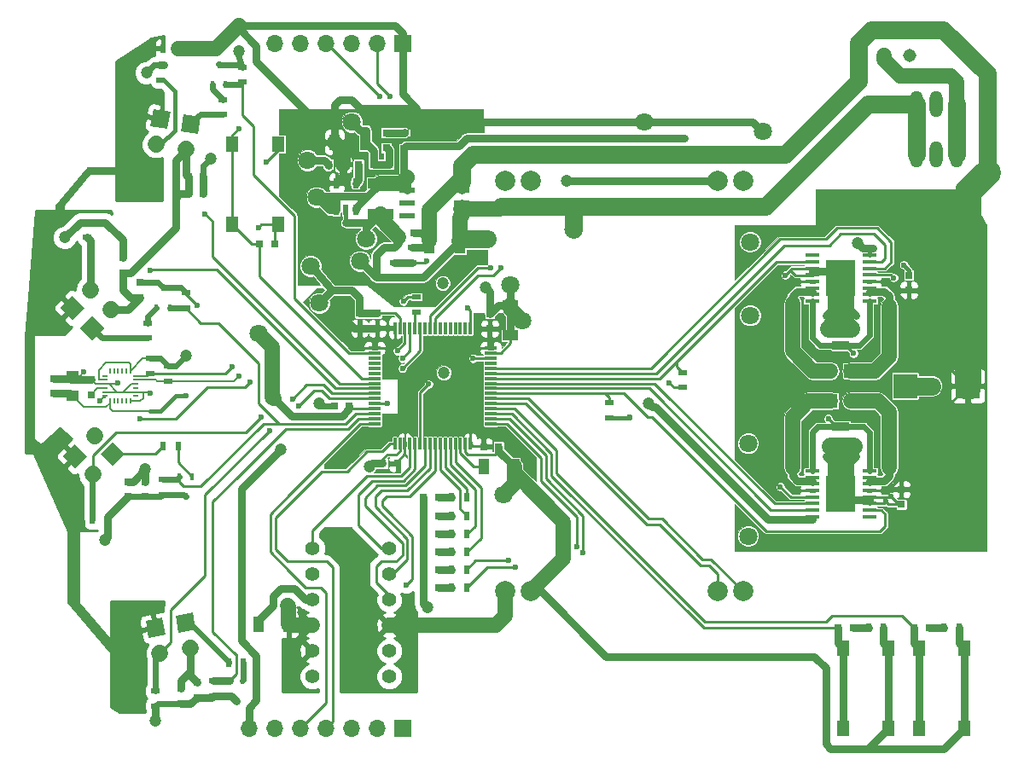
<source format=gtl>
G04 #@! TF.FileFunction,Copper,L1,Top,Signal*
%FSLAX46Y46*%
G04 Gerber Fmt 4.6, Leading zero omitted, Abs format (unit mm)*
G04 Created by KiCad (PCBNEW 4.0.6) date 03/30/17 05:01:34*
%MOMM*%
%LPD*%
G01*
G04 APERTURE LIST*
%ADD10C,0.100000*%
%ADD11R,1.300000X1.550000*%
%ADD12R,1.700000X0.900000*%
%ADD13R,1.600000X1.000000*%
%ADD14R,1.000000X1.600000*%
%ADD15R,0.500000X0.900000*%
%ADD16R,0.900000X0.500000*%
%ADD17R,0.797560X0.797560*%
%ADD18R,0.230000X0.600000*%
%ADD19R,0.600000X0.230000*%
%ADD20R,0.300000X1.200000*%
%ADD21R,1.200000X0.300000*%
%ADD22C,1.308000*%
%ADD23O,1.308000X2.616000*%
%ADD24R,2.370000X2.430000*%
%ADD25R,0.800000X0.750000*%
%ADD26R,0.750000X0.800000*%
%ADD27R,1.473200X0.355600*%
%ADD28R,2.946400X3.581400*%
%ADD29C,1.422400*%
%ADD30R,1.250000X1.000000*%
%ADD31R,1.000000X2.500000*%
%ADD32R,2.500000X1.000000*%
%ADD33R,0.550000X1.000000*%
%ADD34R,1.500000X0.550000*%
%ADD35C,1.700000*%
%ADD36R,0.450000X0.700000*%
%ADD37R,1.700000X1.700000*%
%ADD38O,1.700000X1.700000*%
%ADD39R,1.350000X1.350000*%
%ADD40O,1.350000X1.350000*%
%ADD41C,2.000000*%
%ADD42C,1.200000*%
%ADD43C,1.800000*%
%ADD44C,0.600000*%
%ADD45C,0.800000*%
%ADD46C,0.400000*%
%ADD47C,1.500000*%
%ADD48C,0.600000*%
%ADD49C,0.280000*%
%ADD50C,1.800000*%
%ADD51C,2.600000*%
%ADD52C,0.200000*%
%ADD53C,0.025400*%
%ADD54C,0.254000*%
G04 APERTURE END LIST*
D10*
D11*
X225250000Y-123975000D03*
X220750000Y-123975000D03*
X220750000Y-116025000D03*
X225250000Y-116025000D03*
D12*
X220500000Y-85950000D03*
X220500000Y-83050000D03*
X220500000Y-94050000D03*
X220500000Y-96950000D03*
D13*
X187750000Y-82000000D03*
X187750000Y-85000000D03*
D14*
X188100000Y-98000000D03*
X185100000Y-98000000D03*
X165700000Y-113700000D03*
X162700000Y-113700000D03*
X170300000Y-65800000D03*
X173300000Y-65800000D03*
D15*
X183399000Y-101085000D03*
X181899000Y-101085000D03*
X183399000Y-102885000D03*
X181899000Y-102885000D03*
X183399000Y-104685000D03*
X181899000Y-104685000D03*
D16*
X176200000Y-77750000D03*
X176200000Y-76250000D03*
X178000000Y-76250000D03*
X178000000Y-77750000D03*
X177200000Y-66350000D03*
X177200000Y-64850000D03*
D15*
X230750000Y-114000000D03*
X232250000Y-114000000D03*
X223250000Y-114000000D03*
X224750000Y-114000000D03*
D16*
X204800000Y-90150000D03*
X204800000Y-88650000D03*
X197500000Y-93150000D03*
X197500000Y-91650000D03*
X152000000Y-87250000D03*
X152000000Y-88750000D03*
X153750000Y-88000000D03*
X153750000Y-89500000D03*
X178400000Y-81150000D03*
X178400000Y-82650000D03*
D15*
X183399000Y-106485000D03*
X181899000Y-106485000D03*
X154750000Y-56500000D03*
X153250000Y-56500000D03*
D17*
X180598300Y-106485000D03*
X179099700Y-106485000D03*
X180598300Y-102885000D03*
X179099700Y-102885000D03*
X180598300Y-104685000D03*
X179099700Y-104685000D03*
X175400000Y-64850700D03*
X175400000Y-66349300D03*
X180598300Y-101085000D03*
X179099700Y-101085000D03*
D18*
X150000000Y-88500000D03*
X149600000Y-88500000D03*
X149200000Y-88500000D03*
X148800000Y-88500000D03*
X148400000Y-88500000D03*
X148000000Y-88500000D03*
D19*
X147500000Y-89000000D03*
X147500000Y-89400000D03*
X147500000Y-89800000D03*
X147500000Y-90200000D03*
X147500000Y-90600000D03*
X147500000Y-91000000D03*
D18*
X148000000Y-91500000D03*
X148400000Y-91500000D03*
X148800000Y-91500000D03*
X149200000Y-91500000D03*
X149600000Y-91500000D03*
X150000000Y-91500000D03*
D19*
X150500000Y-91000000D03*
X150500000Y-90600000D03*
X150500000Y-90200000D03*
X150500000Y-89800000D03*
X150500000Y-89400000D03*
X150500000Y-89000000D03*
D20*
X178249937Y-84249937D03*
D21*
X174249937Y-89249937D03*
X174249937Y-92749938D03*
X174249937Y-93249938D03*
X174249937Y-93749938D03*
D20*
X176249937Y-95749938D03*
X177749937Y-95749938D03*
X178249937Y-95749938D03*
X178749937Y-95749938D03*
X179249937Y-95749938D03*
D21*
X185749938Y-89749937D03*
X185749938Y-89249937D03*
X185749938Y-88749937D03*
X185749938Y-88249937D03*
X185749938Y-87749937D03*
X185749938Y-87249937D03*
D20*
X183749938Y-84249937D03*
X183249938Y-84249937D03*
X180749938Y-95749938D03*
X181249938Y-95749938D03*
X181749938Y-95749938D03*
X180749938Y-84249937D03*
X180249938Y-84249937D03*
X179749937Y-84249937D03*
X179249937Y-84249937D03*
X178749937Y-84249937D03*
X177749937Y-84249937D03*
X177249937Y-84249937D03*
X182249938Y-95749938D03*
X182749938Y-95749938D03*
D21*
X185749938Y-93749938D03*
X185749938Y-93249938D03*
X185749938Y-92749938D03*
X185749938Y-92249938D03*
X174249937Y-89749937D03*
X174249937Y-90249938D03*
X174249937Y-90749938D03*
X174249937Y-91249938D03*
D20*
X179749937Y-95749938D03*
X180249938Y-95749938D03*
D21*
X185749938Y-91749938D03*
X185749938Y-91249938D03*
X185749938Y-90749938D03*
X185749938Y-90249938D03*
D20*
X182749938Y-84249937D03*
X182249938Y-84249937D03*
X181749938Y-84249937D03*
D21*
X174249937Y-86749937D03*
X174249937Y-87249937D03*
X174249937Y-87749937D03*
D20*
X181249938Y-84249937D03*
D21*
X174249937Y-88249937D03*
X174249937Y-88749937D03*
X174249937Y-86249937D03*
D20*
X183249938Y-95749938D03*
D21*
X185749938Y-86749937D03*
X174249937Y-92249938D03*
D20*
X177249937Y-95749938D03*
X183749938Y-95749938D03*
D21*
X185749938Y-86249937D03*
D20*
X176249937Y-84249937D03*
D21*
X174249937Y-91749938D03*
D20*
X176749937Y-95749938D03*
X176749937Y-84249937D03*
D22*
X227330000Y-57150000D03*
X224790000Y-57150000D03*
X222250000Y-57150000D03*
D23*
X231972500Y-67047500D03*
X229972500Y-67047500D03*
X227972500Y-67047500D03*
X231972500Y-62047500D03*
X229972500Y-62047500D03*
X227972500Y-62047500D03*
D11*
X164650000Y-73975000D03*
X160150000Y-73975000D03*
X160150000Y-66025000D03*
X164650000Y-66025000D03*
X232750000Y-123975000D03*
X228250000Y-123975000D03*
X228250000Y-116025000D03*
X232750000Y-116025000D03*
D24*
X226880000Y-90000000D03*
X233120000Y-90000000D03*
D25*
X172650000Y-68000000D03*
X174150000Y-68000000D03*
X171150000Y-68000000D03*
X169650000Y-68000000D03*
X177150000Y-68000000D03*
X175650000Y-68000000D03*
X165650000Y-111800000D03*
X164150000Y-111800000D03*
D26*
X146100000Y-90850000D03*
X146100000Y-89350000D03*
X142400000Y-90750000D03*
X142400000Y-89250000D03*
X226500000Y-100250000D03*
X226500000Y-101750000D03*
X227250000Y-80500000D03*
X227250000Y-79000000D03*
D25*
X162850000Y-75900000D03*
X164350000Y-75900000D03*
X171750000Y-92000000D03*
X170250000Y-92000000D03*
D26*
X174500000Y-82750000D03*
X174500000Y-84250000D03*
X172750000Y-84250000D03*
X172750000Y-82750000D03*
D25*
X175050000Y-97700000D03*
X176550000Y-97700000D03*
X186551000Y-96012000D03*
X185051000Y-96012000D03*
D26*
X185674000Y-84316000D03*
X185674000Y-82816000D03*
D25*
X178150000Y-74800000D03*
X176650000Y-74800000D03*
D27*
X223319400Y-81575840D03*
X223319400Y-80925600D03*
X223319400Y-80275359D03*
X223319400Y-79625119D03*
X223319400Y-78974881D03*
X223319400Y-78324641D03*
X223319400Y-77674400D03*
X223319400Y-77024160D03*
X217680600Y-77024160D03*
X217680600Y-77674400D03*
X217680600Y-78324641D03*
X217680600Y-78974881D03*
X217680600Y-79625119D03*
X217680600Y-80275359D03*
X217680600Y-80925600D03*
X217680600Y-81575840D03*
D28*
X220500000Y-79300000D03*
D27*
X217680600Y-98424160D03*
X217680600Y-99074400D03*
X217680600Y-99724641D03*
X217680600Y-100374881D03*
X217680600Y-101025119D03*
X217680600Y-101675359D03*
X217680600Y-102325600D03*
X217680600Y-102975840D03*
X223319400Y-102975840D03*
X223319400Y-102325600D03*
X223319400Y-101675359D03*
X223319400Y-101025119D03*
X223319400Y-100374881D03*
X223319400Y-99724641D03*
X223319400Y-99074400D03*
X223319400Y-98424160D03*
D28*
X220500000Y-100700000D03*
D29*
X168090000Y-108690000D03*
X168090000Y-106150000D03*
X175710000Y-106150000D03*
X175710000Y-111230000D03*
X175710000Y-118850000D03*
X168090000Y-111230000D03*
X175710000Y-116310000D03*
X168090000Y-118850000D03*
X175710000Y-108690000D03*
X168090000Y-113770000D03*
X175710000Y-113770000D03*
X168090000Y-116310000D03*
D30*
X144300000Y-91000000D03*
X144300000Y-89000000D03*
D31*
X179700000Y-75600000D03*
X182700000Y-75600000D03*
D32*
X174800000Y-69900000D03*
X174800000Y-72900000D03*
D33*
X172349938Y-72550063D03*
X171399937Y-72550063D03*
X170449937Y-72550063D03*
X172349938Y-69850062D03*
X170449937Y-69850062D03*
D34*
X182900063Y-71835063D03*
X177500062Y-71835063D03*
X182900063Y-73105063D03*
X182900063Y-70565062D03*
X182900063Y-69295062D03*
X177500062Y-70565062D03*
X177500062Y-69295062D03*
X177500062Y-73105063D03*
D10*
G36*
X154810514Y-114484688D02*
X154515312Y-112810514D01*
X156189486Y-112515312D01*
X156484688Y-114189486D01*
X154810514Y-114484688D01*
X154810514Y-114484688D01*
G37*
D35*
X155941066Y-116001412D02*
X155941066Y-116001412D01*
D10*
G36*
X148250000Y-95547918D02*
X149452082Y-96750000D01*
X148250000Y-97952082D01*
X147047918Y-96750000D01*
X148250000Y-95547918D01*
X148250000Y-95547918D01*
G37*
D35*
X146453949Y-94953949D02*
X146453949Y-94953949D01*
D10*
G36*
X147452082Y-84250000D02*
X146250000Y-85452082D01*
X145047918Y-84250000D01*
X146250000Y-83047918D01*
X147452082Y-84250000D01*
X147452082Y-84250000D01*
G37*
D35*
X148046051Y-82453949D02*
X148046051Y-82453949D01*
D10*
G36*
X155015312Y-64689486D02*
X155310514Y-63015312D01*
X156984688Y-63310514D01*
X156689486Y-64984688D01*
X155015312Y-64689486D01*
X155015312Y-64689486D01*
G37*
D35*
X155558934Y-66501412D02*
X155558934Y-66501412D01*
D36*
X161150000Y-119250000D03*
X159850000Y-119250000D03*
X160500000Y-121250000D03*
X156150000Y-99000000D03*
X154850000Y-99000000D03*
X155500000Y-101000000D03*
X152600000Y-82250000D03*
X153900000Y-82250000D03*
X153250000Y-80250000D03*
X158150000Y-60100000D03*
X159450000Y-60100000D03*
X158800000Y-58100000D03*
D10*
G36*
X151810514Y-114984688D02*
X151515312Y-113310514D01*
X153189486Y-113015312D01*
X153484688Y-114689486D01*
X151810514Y-114984688D01*
X151810514Y-114984688D01*
G37*
D35*
X152941066Y-116501412D02*
X152941066Y-116501412D01*
D10*
G36*
X144500000Y-98202082D02*
X143297918Y-97000000D01*
X144500000Y-95797918D01*
X145702082Y-97000000D01*
X144500000Y-98202082D01*
X144500000Y-98202082D01*
G37*
D35*
X146296051Y-98796051D02*
X146296051Y-98796051D01*
D10*
G36*
X145452082Y-82250000D02*
X144250000Y-83452082D01*
X143047918Y-82250000D01*
X144250000Y-81047918D01*
X145452082Y-82250000D01*
X145452082Y-82250000D01*
G37*
D35*
X146046051Y-80453949D02*
X146046051Y-80453949D01*
D10*
G36*
X152015312Y-64189486D02*
X152310514Y-62515312D01*
X153984688Y-62810514D01*
X153689486Y-64484688D01*
X152015312Y-64189486D01*
X152015312Y-64189486D01*
G37*
D35*
X152558934Y-66001412D02*
X152558934Y-66001412D01*
D37*
X177000000Y-56000000D03*
D38*
X174460000Y-56000000D03*
X171920000Y-56000000D03*
X169380000Y-56000000D03*
X166840000Y-56000000D03*
X164300000Y-56000000D03*
D39*
X219500000Y-91500000D03*
D40*
X221500000Y-91500000D03*
D39*
X221500000Y-88500000D03*
D40*
X219500000Y-88500000D03*
D41*
X208270000Y-110375000D03*
X210810000Y-110375000D03*
X189730000Y-110375000D03*
X187190000Y-110375000D03*
X189730000Y-69625000D03*
X187190000Y-69625000D03*
X208270000Y-69625000D03*
X210810000Y-69625000D03*
D16*
X153000000Y-59650000D03*
X153000000Y-58150000D03*
X145750000Y-75250000D03*
X145750000Y-73750000D03*
D15*
X146250000Y-103250000D03*
X147750000Y-103250000D03*
D16*
X152500000Y-120250000D03*
X152500000Y-121750000D03*
X159200000Y-63050000D03*
X159200000Y-61550000D03*
X161100000Y-59850000D03*
X161100000Y-58350000D03*
X151750000Y-85250000D03*
X151750000Y-83750000D03*
X155500000Y-82250000D03*
X155500000Y-80750000D03*
D15*
X153250000Y-96000000D03*
X154750000Y-96000000D03*
D16*
X153250000Y-99250000D03*
X153250000Y-100750000D03*
D15*
X159750000Y-117500000D03*
X161250000Y-117500000D03*
D16*
X158250000Y-119250000D03*
X158250000Y-120750000D03*
D25*
X229250000Y-114000000D03*
X227750000Y-114000000D03*
X221750000Y-114000000D03*
X220250000Y-114000000D03*
X155750000Y-70900000D03*
X157250000Y-70900000D03*
X155750000Y-69250000D03*
X157250000Y-69250000D03*
D26*
X151000000Y-81250000D03*
X151000000Y-79750000D03*
X149250000Y-78750000D03*
X149250000Y-77250000D03*
X151500000Y-99500000D03*
X151500000Y-101000000D03*
X149750000Y-99500000D03*
X149750000Y-101000000D03*
X156600000Y-119400000D03*
X156600000Y-120900000D03*
X155000000Y-120000000D03*
X155000000Y-121500000D03*
D37*
X177000000Y-124000000D03*
D38*
X174460000Y-124000000D03*
X171920000Y-124000000D03*
X169380000Y-124000000D03*
X166840000Y-124000000D03*
X164300000Y-124000000D03*
X161760000Y-124000000D03*
D17*
X180581300Y-108204000D03*
X179082700Y-108204000D03*
X180581300Y-109982000D03*
X179082700Y-109982000D03*
D15*
X183376000Y-108204000D03*
X181876000Y-108204000D03*
X183376000Y-109982000D03*
X181876000Y-109982000D03*
D42*
X181000000Y-79800000D03*
X181100000Y-88700000D03*
D43*
X211500000Y-75700000D03*
X211500000Y-83000000D03*
X211300000Y-104900000D03*
X211300000Y-95700000D03*
D44*
X226750000Y-78000000D03*
D43*
X187000000Y-100750000D03*
D42*
X151600000Y-58900000D03*
X193300000Y-69600000D03*
D44*
X215000000Y-79000000D03*
X225000000Y-101500000D03*
X225500000Y-101000000D03*
D42*
X220500000Y-81400000D03*
X220500000Y-84250000D03*
X220500000Y-98700000D03*
X220500000Y-96000000D03*
D43*
X229500000Y-90000000D03*
D44*
X222000000Y-83000000D03*
X219000000Y-83000000D03*
X222000000Y-97000000D03*
X219000000Y-97000000D03*
D43*
X220500000Y-79300000D03*
X220500000Y-100700000D03*
D42*
X179500000Y-112000000D03*
D43*
X188900000Y-83500000D03*
D44*
X177100000Y-81600000D03*
D43*
X168750000Y-81750000D03*
D42*
X173700000Y-98000000D03*
D44*
X145400000Y-88600000D03*
X148800000Y-89700000D03*
X152000000Y-90700000D03*
D42*
X158000000Y-67400000D03*
D44*
X156600000Y-82000000D03*
D42*
X185250000Y-80250000D03*
D44*
X163500000Y-67750000D03*
D42*
X160750000Y-56750000D03*
D44*
X162750000Y-74250000D03*
D42*
X143500000Y-75250000D03*
D44*
X175500000Y-91750000D03*
D42*
X147500000Y-105250000D03*
X152500000Y-123250000D03*
X168750000Y-91750000D03*
D43*
X167900000Y-78100000D03*
X167600000Y-67600000D03*
X172000000Y-63800000D03*
X187750000Y-80000000D03*
X194000000Y-74500000D03*
X172800000Y-77600000D03*
X185400000Y-75400000D03*
X173400000Y-75400000D03*
D44*
X155500000Y-91000000D03*
X199600000Y-93100000D03*
D42*
X201400000Y-91700000D03*
D44*
X203500000Y-89700000D03*
D42*
X222200000Y-75800000D03*
D43*
X201000000Y-63750000D03*
X212750000Y-64750000D03*
X170180000Y-76200000D03*
X171000000Y-82000000D03*
D42*
X155500000Y-87000000D03*
X173500000Y-95000000D03*
X164900000Y-96300000D03*
D44*
X175750000Y-61250000D03*
X183500000Y-82250000D03*
X174750000Y-61250000D03*
X184000000Y-87250000D03*
X160750000Y-64500000D03*
D42*
X151500000Y-98250000D03*
D43*
X168500000Y-71250000D03*
D44*
X205000000Y-65400000D03*
D43*
X162750000Y-84750000D03*
X150500000Y-70500000D03*
D44*
X185750000Y-78250000D03*
X214500000Y-100000000D03*
X219250000Y-93250000D03*
X221750000Y-86750000D03*
X225750000Y-79250000D03*
X177000000Y-87250000D03*
X160800000Y-89000000D03*
X176500000Y-86500000D03*
X160100000Y-88100000D03*
X186750000Y-78250000D03*
X177000000Y-88250000D03*
X151000000Y-93250000D03*
X147000000Y-91500000D03*
X161900000Y-89600000D03*
X177400000Y-109800000D03*
X166700000Y-92000000D03*
X163800000Y-94400000D03*
X166100000Y-91300000D03*
X163000000Y-93100000D03*
X152000000Y-78500000D03*
X157400000Y-72900000D03*
X179600000Y-89800000D03*
X179400000Y-77600000D03*
X194310000Y-105918000D03*
X187579000Y-107315000D03*
X194945000Y-106553000D03*
X188214000Y-107950000D03*
D45*
X180900000Y-79700000D02*
X181000000Y-79800000D01*
D46*
X227250000Y-79000000D02*
X227250000Y-78500000D01*
X227250000Y-78500000D02*
X226750000Y-78000000D01*
D47*
X188100000Y-98000000D02*
X188100000Y-99650000D01*
X188100000Y-99650000D02*
X187000000Y-100750000D01*
D48*
X153000000Y-58150000D02*
X152350000Y-58150000D01*
X152350000Y-58150000D02*
X151600000Y-58900000D01*
D45*
X208270000Y-69625000D02*
X193325000Y-69625000D01*
X193325000Y-69625000D02*
X193300000Y-69600000D01*
D49*
X215500000Y-78500000D02*
X216000000Y-79000000D01*
X216000000Y-79000000D02*
X217655481Y-79000000D01*
X217655481Y-79000000D02*
X217680600Y-78974881D01*
X217680600Y-78324641D02*
X215675359Y-78324641D01*
X215675359Y-78324641D02*
X215500000Y-78500000D01*
X215500000Y-78500000D02*
X215000000Y-79000000D01*
X226500000Y-101750000D02*
X225250000Y-101750000D01*
X224824641Y-101675359D02*
X225000000Y-101500000D01*
X224824641Y-101675359D02*
X223319400Y-101675359D01*
X225250000Y-101750000D02*
X225000000Y-101500000D01*
X226500000Y-101750000D02*
X226250000Y-101750000D01*
X226250000Y-101750000D02*
X225500000Y-101000000D01*
X223319400Y-101025119D02*
X225474881Y-101025119D01*
X225474881Y-101025119D02*
X225500000Y-101000000D01*
D45*
X220500000Y-81400000D02*
X220500000Y-84250000D01*
X220500000Y-79300000D02*
X220500000Y-81400000D01*
X220500000Y-98700000D02*
X220500000Y-96000000D01*
X220500000Y-100700000D02*
X220500000Y-98700000D01*
D50*
X229500000Y-90000000D02*
X226880000Y-90000000D01*
D45*
X220500000Y-82000000D02*
X221000000Y-82000000D01*
X221000000Y-82000000D02*
X222000000Y-83000000D01*
X220500000Y-82000000D02*
X220000000Y-82000000D01*
D50*
X220500000Y-79300000D02*
X220500000Y-82000000D01*
D45*
X220000000Y-82000000D02*
X219000000Y-83000000D01*
X220500000Y-98000000D02*
X221000000Y-98000000D01*
X221000000Y-98000000D02*
X222000000Y-97000000D01*
X220500000Y-98000000D02*
X220000000Y-98000000D01*
D50*
X220500000Y-100700000D02*
X220500000Y-98000000D01*
D45*
X220000000Y-98000000D02*
X219000000Y-97000000D01*
D50*
X221500000Y-84250000D02*
X219250000Y-84250000D01*
X220450000Y-83050000D02*
X219250000Y-84250000D01*
X221500000Y-84250000D02*
X220500000Y-83250000D01*
X220500000Y-83050000D02*
X220500000Y-83250000D01*
X220500000Y-83050000D02*
X220450000Y-83050000D01*
X221750000Y-96000000D02*
X219500000Y-96000000D01*
X220450000Y-96950000D02*
X219500000Y-96000000D01*
X221750000Y-96000000D02*
X220800000Y-96950000D01*
X220500000Y-96950000D02*
X220800000Y-96950000D01*
X220500000Y-96950000D02*
X220450000Y-96950000D01*
D45*
X217680600Y-78600000D02*
X219800000Y-78600000D01*
X219800000Y-78600000D02*
X220500000Y-79300000D01*
X223319400Y-101300000D02*
X221100000Y-101300000D01*
X221100000Y-101300000D02*
X220500000Y-100700000D01*
D46*
X223319400Y-101025119D02*
X223319400Y-101300000D01*
X223319400Y-101300000D02*
X223319400Y-101675359D01*
X217680600Y-78974881D02*
X217680600Y-78600000D01*
X217680600Y-78600000D02*
X217680600Y-78324641D01*
D51*
X220500000Y-96950000D02*
X220500000Y-100700000D01*
X220500000Y-83050000D02*
X220500000Y-79300000D01*
D50*
X227972500Y-62047500D02*
X227972500Y-67047500D01*
X212500000Y-72200000D02*
X213000000Y-72200000D01*
X223152500Y-62047500D02*
X227972500Y-62047500D01*
X213000000Y-72200000D02*
X223152500Y-62047500D01*
D45*
X232250000Y-114000000D02*
X232250000Y-115525000D01*
X232250000Y-115525000D02*
X232750000Y-116025000D01*
X224750000Y-114000000D02*
X224750000Y-115525000D01*
X224750000Y-115525000D02*
X225250000Y-116025000D01*
X232750000Y-116025000D02*
X232750000Y-123975000D01*
X225250000Y-116025000D02*
X225250000Y-123975000D01*
X222500000Y-126000000D02*
X230725000Y-126000000D01*
X230725000Y-126000000D02*
X232750000Y-123975000D01*
X217805000Y-116840000D02*
X217840000Y-116840000D01*
X197231000Y-116840000D02*
X217805000Y-116840000D01*
X190766000Y-110375000D02*
X197231000Y-116840000D01*
X189730000Y-110375000D02*
X190766000Y-110375000D01*
X223225000Y-126000000D02*
X225250000Y-123975000D01*
X219500000Y-126000000D02*
X222500000Y-126000000D01*
X222500000Y-126000000D02*
X223225000Y-126000000D01*
X219000000Y-125500000D02*
X219500000Y-126000000D01*
X219000000Y-118000000D02*
X219000000Y-125500000D01*
X217840000Y-116840000D02*
X219000000Y-118000000D01*
X179082700Y-109982000D02*
X179082700Y-111582700D01*
X179082700Y-111582700D02*
X179500000Y-112000000D01*
X179082700Y-108204000D02*
X179082700Y-109982000D01*
X179099700Y-106485000D02*
X179099700Y-108187000D01*
X179099700Y-108187000D02*
X179082700Y-108204000D01*
X179099700Y-106485000D02*
X179099700Y-111599700D01*
X179099700Y-111599700D02*
X179500000Y-112000000D01*
X187750000Y-82000000D02*
X186490000Y-82000000D01*
X186490000Y-82000000D02*
X185674000Y-82816000D01*
D47*
X187750000Y-82000000D02*
X187750000Y-82350000D01*
X187750000Y-82350000D02*
X188900000Y-83500000D01*
D49*
X178400000Y-81150000D02*
X177550000Y-81150000D01*
X177550000Y-81150000D02*
X177100000Y-81600000D01*
D47*
X188100000Y-98000000D02*
X188100000Y-98600000D01*
X188100000Y-98600000D02*
X193000000Y-103500000D01*
X193000000Y-103500000D02*
X193000000Y-107105000D01*
X193000000Y-107105000D02*
X189730000Y-110375000D01*
D45*
X179099700Y-101085000D02*
X179099700Y-102885000D01*
X179099700Y-102885000D02*
X179099700Y-104685000D01*
X179099700Y-104685000D02*
X179099700Y-106485000D01*
D49*
X184800000Y-96800000D02*
X186202000Y-96800000D01*
X186202000Y-96800000D02*
X186551000Y-96451000D01*
X183249938Y-95749938D02*
X183249938Y-96541824D01*
X183249938Y-96541824D02*
X183508114Y-96800000D01*
X183508114Y-96800000D02*
X184800000Y-96800000D01*
D45*
X186551000Y-96451000D02*
X188100000Y-98000000D01*
X186551000Y-96012000D02*
X186551000Y-96451000D01*
X175050000Y-97700000D02*
X174000000Y-97700000D01*
X174000000Y-97700000D02*
X173700000Y-98000000D01*
D49*
X176749937Y-95749938D02*
X176749937Y-96450063D01*
X176749937Y-96450063D02*
X176400000Y-96800000D01*
X176400000Y-96800000D02*
X175500000Y-96800000D01*
X175500000Y-96800000D02*
X175050000Y-97250000D01*
X175050000Y-97250000D02*
X175050000Y-97700000D01*
D45*
X168090000Y-111230000D02*
X167430000Y-111230000D01*
X167430000Y-111230000D02*
X166300000Y-110100000D01*
X166300000Y-110100000D02*
X164900000Y-110100000D01*
X164900000Y-110100000D02*
X164150000Y-110850000D01*
X164150000Y-110850000D02*
X164150000Y-111800000D01*
D52*
X144300000Y-89000000D02*
X145000000Y-89000000D01*
X145000000Y-89000000D02*
X145400000Y-88600000D01*
X147500000Y-89800000D02*
X148700000Y-89800000D01*
X148700000Y-89800000D02*
X148800000Y-89700000D01*
X151200000Y-90600000D02*
X151900000Y-90600000D01*
X151900000Y-90600000D02*
X152000000Y-90700000D01*
X150500000Y-89800000D02*
X150100000Y-89800000D01*
X150100000Y-89800000D02*
X149300000Y-90600000D01*
X151300000Y-90600000D02*
X151200000Y-90600000D01*
X151200000Y-90600000D02*
X150500000Y-90600000D01*
X150000000Y-91500000D02*
X151000000Y-91500000D01*
X151000000Y-91500000D02*
X151300000Y-91200000D01*
X151300000Y-91200000D02*
X151300000Y-90600000D01*
X147500000Y-90600000D02*
X148700000Y-90600000D01*
X147500000Y-89800000D02*
X147900000Y-89800000D01*
X147900000Y-89800000D02*
X148700000Y-90600000D01*
X148700000Y-90600000D02*
X149300000Y-90600000D01*
X149300000Y-90600000D02*
X150500000Y-90600000D01*
X147500000Y-89800000D02*
X146550000Y-89800000D01*
X146550000Y-89800000D02*
X146100000Y-89350000D01*
D45*
X142400000Y-89250000D02*
X144050000Y-89250000D01*
X144050000Y-89250000D02*
X144150000Y-89350000D01*
X144150000Y-89350000D02*
X146100000Y-89350000D01*
D48*
X155000000Y-121500000D02*
X152750000Y-121500000D01*
X152750000Y-121500000D02*
X152500000Y-121750000D01*
X157250000Y-69250000D02*
X157250000Y-68150000D01*
X157250000Y-68150000D02*
X158000000Y-67400000D01*
D49*
X155500000Y-80750000D02*
X155500000Y-80900000D01*
X155500000Y-80900000D02*
X156600000Y-82000000D01*
D45*
X145750000Y-73750000D02*
X147500000Y-73750000D01*
X147500000Y-73750000D02*
X149250000Y-75500000D01*
X149250000Y-75500000D02*
X149250000Y-77250000D01*
X147750000Y-103250000D02*
X147750000Y-103000000D01*
X147750000Y-103000000D02*
X149750000Y-101000000D01*
X162700000Y-113700000D02*
X162700000Y-113250000D01*
X162700000Y-113250000D02*
X164150000Y-111800000D01*
X158250000Y-120750000D02*
X160000000Y-120750000D01*
X160000000Y-120750000D02*
X160500000Y-121250000D01*
X156600000Y-120900000D02*
X158100000Y-120900000D01*
X158100000Y-120900000D02*
X158250000Y-120750000D01*
X155000000Y-121500000D02*
X156000000Y-121500000D01*
X156000000Y-121500000D02*
X156600000Y-120900000D01*
X157250000Y-70900000D02*
X157250000Y-69250000D01*
D48*
X153250000Y-80250000D02*
X155000000Y-80250000D01*
X155000000Y-80250000D02*
X155500000Y-80750000D01*
X151000000Y-79750000D02*
X152750000Y-79750000D01*
X152750000Y-79750000D02*
X153250000Y-80250000D01*
X149750000Y-101000000D02*
X151000000Y-101000000D01*
X151000000Y-101000000D02*
X151500000Y-101000000D01*
X151500000Y-101000000D02*
X153000000Y-101000000D01*
X153000000Y-101000000D02*
X153250000Y-100750000D01*
X153250000Y-100750000D02*
X155250000Y-100750000D01*
X155250000Y-100750000D02*
X155500000Y-101000000D01*
D45*
X185674000Y-82816000D02*
X185674000Y-80674000D01*
X185674000Y-80674000D02*
X185250000Y-80250000D01*
X187750000Y-82000000D02*
X187750000Y-85000000D01*
D49*
X164650000Y-66025000D02*
X164650000Y-66600000D01*
X164650000Y-66600000D02*
X163500000Y-67750000D01*
X164650000Y-66025000D02*
X164275000Y-66025000D01*
D48*
X158750000Y-58050000D02*
X158800000Y-58100000D01*
X158800000Y-58100000D02*
X160850000Y-58100000D01*
X160850000Y-58100000D02*
X161100000Y-58350000D01*
X161100000Y-58350000D02*
X160600000Y-56900000D01*
X160600000Y-56900000D02*
X160750000Y-56750000D01*
D49*
X164650000Y-73975000D02*
X163025000Y-73975000D01*
X163025000Y-73975000D02*
X162750000Y-74250000D01*
X164350000Y-75900000D02*
X164350000Y-74275000D01*
X164350000Y-74275000D02*
X164650000Y-73975000D01*
D45*
X145750000Y-73750000D02*
X145000000Y-73750000D01*
X145000000Y-73750000D02*
X143500000Y-75250000D01*
D49*
X174249937Y-91749938D02*
X175499938Y-91749938D01*
X175499938Y-91749938D02*
X175500000Y-91750000D01*
D45*
X153300000Y-58150000D02*
X152900000Y-58150000D01*
X147750000Y-103250000D02*
X147750000Y-105000000D01*
X147750000Y-105000000D02*
X147500000Y-105250000D01*
X152500000Y-121750000D02*
X152500000Y-123250000D01*
D48*
X170250000Y-92000000D02*
X169000000Y-92000000D01*
X169000000Y-92000000D02*
X168750000Y-91750000D01*
D45*
X170000000Y-80500000D02*
X168400000Y-78600000D01*
X168400000Y-78600000D02*
X167900000Y-78100000D01*
X172750000Y-82750000D02*
X172750000Y-81250000D01*
X170000000Y-80500000D02*
X168750000Y-81750000D01*
X172000000Y-80500000D02*
X170000000Y-80500000D01*
X172750000Y-81250000D02*
X172000000Y-80500000D01*
D50*
X194000000Y-72200000D02*
X211200000Y-72200000D01*
D45*
X169250000Y-67600000D02*
X167600000Y-67600000D01*
X169650000Y-68000000D02*
X169250000Y-67600000D01*
X172800000Y-64600000D02*
X172000000Y-63800000D01*
X172800000Y-64600000D02*
X173400000Y-64600000D01*
X174500000Y-82750000D02*
X172750000Y-82750000D01*
D49*
X176749937Y-84249937D02*
X176749937Y-83249937D01*
X176250000Y-82750000D02*
X174500000Y-82750000D01*
X176749937Y-83249937D02*
X176250000Y-82750000D01*
D45*
X187750000Y-82000000D02*
X187750000Y-80000000D01*
D49*
X185749938Y-86749937D02*
X186749937Y-86749937D01*
X187750000Y-85749874D02*
X187750000Y-85000000D01*
X186749937Y-86749937D02*
X187750000Y-85749874D01*
D50*
X194000000Y-72200000D02*
X194000000Y-74500000D01*
D45*
X173400000Y-65700000D02*
X173400000Y-64600000D01*
X174400000Y-79200000D02*
X172800000Y-77600000D01*
D50*
X182700000Y-75600000D02*
X182900000Y-75400000D01*
X182900000Y-75400000D02*
X185400000Y-75400000D01*
D45*
X174800000Y-72900000D02*
X173400000Y-74300000D01*
X173400000Y-74300000D02*
X173400000Y-75400000D01*
X173300000Y-65800000D02*
X173400000Y-65700000D01*
X175400000Y-66349300D02*
X175650000Y-66599300D01*
X175650000Y-66599300D02*
X175650000Y-68000000D01*
X175650000Y-68000000D02*
X175600000Y-67950000D01*
X174150000Y-68000000D02*
X175650000Y-68000000D01*
X173300000Y-65800000D02*
X174150000Y-66650000D01*
X174150000Y-66650000D02*
X174150000Y-68000000D01*
X169650000Y-68150000D02*
X169650000Y-68000000D01*
D46*
X171399937Y-72550063D02*
X171400000Y-72550126D01*
X171400000Y-72550126D02*
X171400000Y-73800000D01*
D45*
X174800000Y-72900000D02*
X173900000Y-73800000D01*
X173900000Y-73800000D02*
X171400000Y-73800000D01*
D47*
X176650000Y-75200000D02*
X174800000Y-73350000D01*
X174800000Y-73350000D02*
X174800000Y-72900000D01*
D45*
X176200000Y-76250000D02*
X176650000Y-75800000D01*
X176650000Y-75800000D02*
X176650000Y-75200000D01*
X176650000Y-75200000D02*
X176650000Y-74800000D01*
X175000000Y-76400000D02*
X175150000Y-76250000D01*
X174400000Y-77000000D02*
X175000000Y-76400000D01*
X182700000Y-75600000D02*
X179100000Y-79200000D01*
X179100000Y-79200000D02*
X174400000Y-79200000D01*
X174400000Y-79200000D02*
X174400000Y-77000000D01*
X175150000Y-76250000D02*
X176200000Y-76250000D01*
D47*
X182900063Y-73105063D02*
X182700000Y-73305126D01*
X182700000Y-73305126D02*
X182700000Y-75600000D01*
D45*
X182900063Y-73105063D02*
X183000000Y-73005126D01*
X183000000Y-73005126D02*
X183000000Y-72400000D01*
X183000000Y-72400000D02*
X182800000Y-72400000D01*
X182900063Y-71835063D02*
X182800000Y-71935126D01*
X182800000Y-71935126D02*
X182800000Y-72400000D01*
X182800000Y-72400000D02*
X182800000Y-72400000D01*
D47*
X186800000Y-72200000D02*
X186600000Y-72400000D01*
D50*
X186800000Y-72200000D02*
X194000000Y-72200000D01*
D47*
X186600000Y-72400000D02*
X182800000Y-72400000D01*
D50*
X211200000Y-72200000D02*
X212500000Y-72200000D01*
D49*
X168000000Y-107400000D02*
X165600000Y-107400000D01*
X164400000Y-103100000D02*
X166400000Y-101100000D01*
X164400000Y-106200000D02*
X164400000Y-103100000D01*
X165600000Y-107400000D02*
X164400000Y-106200000D01*
X169000000Y-98500000D02*
X171500000Y-98500000D01*
X169000000Y-98500000D02*
X166400000Y-101100000D01*
X175750062Y-95749938D02*
X176249937Y-95749938D01*
X175000000Y-96500000D02*
X175750062Y-95749938D01*
X173500000Y-96500000D02*
X175000000Y-96500000D01*
X171500000Y-98500000D02*
X173500000Y-96500000D01*
X168000000Y-107400000D02*
X169500000Y-107400000D01*
X169500000Y-107400000D02*
X170100000Y-108000000D01*
X170100000Y-108000000D02*
X170100000Y-123280000D01*
X170100000Y-123280000D02*
X169380000Y-124000000D01*
X165800000Y-108400000D02*
X163900000Y-106500000D01*
X163900000Y-102700000D02*
X165900000Y-100700000D01*
X163900000Y-106500000D02*
X163900000Y-102700000D01*
X166800000Y-99800000D02*
X165900000Y-100700000D01*
X172850062Y-93749938D02*
X166800000Y-99800000D01*
X174249937Y-93749938D02*
X172850062Y-93749938D01*
X165800000Y-108400000D02*
X167300000Y-109900000D01*
X167300000Y-109900000D02*
X167400000Y-110000000D01*
X167400000Y-110000000D02*
X168900000Y-110000000D01*
X168900000Y-110000000D02*
X169400000Y-110500000D01*
X169400000Y-112500000D02*
X169400000Y-121440000D01*
X169400000Y-121440000D02*
X166840000Y-124000000D01*
X169400000Y-110500000D02*
X169400000Y-112500000D01*
D46*
X152000000Y-92500000D02*
X153000000Y-92500000D01*
D52*
X148000000Y-92250000D02*
X148250000Y-92500000D01*
X148250000Y-92500000D02*
X152000000Y-92500000D01*
X148000000Y-91500000D02*
X148000000Y-92250000D01*
D46*
X154500000Y-91000000D02*
X155500000Y-91000000D01*
X153000000Y-92500000D02*
X154500000Y-91000000D01*
X197500000Y-93150000D02*
X199550000Y-93150000D01*
X199550000Y-93150000D02*
X199600000Y-93100000D01*
D45*
X202100000Y-92100000D02*
X213250000Y-103250000D01*
X201400000Y-91700000D02*
X201800000Y-92100000D01*
X201800000Y-92100000D02*
X202100000Y-92100000D01*
D49*
X203950000Y-90150000D02*
X204800000Y-90150000D01*
X203500000Y-89700000D02*
X203950000Y-90150000D01*
D45*
X222719400Y-76319400D02*
X223680600Y-76319400D01*
X222200000Y-75800000D02*
X222719400Y-76319400D01*
X223680600Y-76319400D02*
X223319400Y-76319400D01*
D46*
X223319400Y-77024160D02*
X223319400Y-76319400D01*
D45*
X199750000Y-63750000D02*
X201000000Y-63750000D01*
X213250000Y-103250000D02*
X217680600Y-103250000D01*
D46*
X217680600Y-102975840D02*
X217680600Y-103250000D01*
D45*
X211750000Y-63750000D02*
X212750000Y-64750000D01*
X176500000Y-62400000D02*
X178150000Y-62400000D01*
X179500000Y-63750000D02*
X199750000Y-63750000D01*
X199750000Y-63750000D02*
X210500000Y-63750000D01*
X178150000Y-62400000D02*
X179500000Y-63750000D01*
X210500000Y-63750000D02*
X211750000Y-63750000D01*
X172250000Y-84250000D02*
X171250000Y-83250000D01*
X172750000Y-84250000D02*
X172250000Y-84250000D01*
X171250000Y-83250000D02*
X171250000Y-82250000D01*
X171250000Y-82250000D02*
X171000000Y-82000000D01*
D48*
X153750000Y-88000000D02*
X154500000Y-88000000D01*
X154500000Y-88000000D02*
X155500000Y-87000000D01*
D45*
X161760000Y-124000000D02*
X161760000Y-121940000D01*
X161760000Y-121940000D02*
X162500000Y-121200000D01*
X162500000Y-121200000D02*
X162500000Y-116800000D01*
X162500000Y-116800000D02*
X161000000Y-115300000D01*
X161000000Y-115300000D02*
X161000000Y-100200000D01*
X161000000Y-100200000D02*
X164900000Y-96300000D01*
D49*
X177249937Y-95749938D02*
X177249937Y-96750063D01*
X177249937Y-96750063D02*
X176550000Y-97450000D01*
X176550000Y-97450000D02*
X176550000Y-97700000D01*
D52*
X148000000Y-91500000D02*
X148000000Y-91700000D01*
X148000000Y-91700000D02*
X147600000Y-92100000D01*
X147600000Y-92100000D02*
X145400000Y-92100000D01*
X145400000Y-92100000D02*
X144300000Y-91000000D01*
D48*
X152000000Y-87250000D02*
X153000000Y-87250000D01*
X153000000Y-87250000D02*
X153750000Y-88000000D01*
D52*
X152000000Y-87250000D02*
X151250000Y-87250000D01*
X151250000Y-87250000D02*
X150000000Y-88500000D01*
X147500000Y-89400000D02*
X146900000Y-89400000D01*
X146900000Y-89400000D02*
X146900000Y-88400000D01*
X146900000Y-88400000D02*
X147600000Y-87700000D01*
X147600000Y-87700000D02*
X149900000Y-87700000D01*
X149900000Y-87700000D02*
X150000000Y-87800000D01*
X150000000Y-87800000D02*
X150000000Y-88500000D01*
X144300000Y-91000000D02*
X144700000Y-91000000D01*
D45*
X142400000Y-90750000D02*
X144050000Y-90750000D01*
X144050000Y-90750000D02*
X144300000Y-91000000D01*
X160750000Y-54250000D02*
X160750000Y-54500000D01*
X162500000Y-57750000D02*
X168000000Y-63250000D01*
X162500000Y-56250000D02*
X162500000Y-57750000D01*
X160750000Y-54500000D02*
X162500000Y-56250000D01*
X177000000Y-56000000D02*
X177000000Y-55000000D01*
D47*
X158500000Y-56500000D02*
X154750000Y-56500000D01*
X158500000Y-56500000D02*
X160750000Y-54250000D01*
D45*
X176250000Y-54250000D02*
X160750000Y-54250000D01*
X177000000Y-55000000D02*
X176250000Y-54250000D01*
D49*
X185500000Y-84250000D02*
X185500000Y-85999999D01*
D45*
X170300000Y-65800000D02*
X170300000Y-62100000D01*
X172000000Y-61600000D02*
X172800000Y-62400000D01*
X170800000Y-61600000D02*
X172000000Y-61600000D01*
X170300000Y-62100000D02*
X170800000Y-61600000D01*
X174500000Y-84250000D02*
X172750000Y-84250000D01*
D49*
X176249937Y-84249937D02*
X174500063Y-84249937D01*
X174500063Y-84249937D02*
X174500000Y-84250000D01*
X185500000Y-85999999D02*
X185749938Y-86249937D01*
X185250000Y-96000000D02*
X184000000Y-96000000D01*
X184000000Y-96000000D02*
X183749938Y-95749938D01*
D45*
X178400000Y-62400000D02*
X177000000Y-61000000D01*
X177000000Y-61000000D02*
X177000000Y-56000000D01*
X172800000Y-62400000D02*
X176500000Y-62400000D01*
X176500000Y-62400000D02*
X178400000Y-62400000D01*
D47*
X170300000Y-65800000D02*
X171150000Y-66650000D01*
X171150000Y-66650000D02*
X171150000Y-68000000D01*
D45*
X170449937Y-69850062D02*
X171150000Y-69149999D01*
X171150000Y-69149999D02*
X171150000Y-68000000D01*
D49*
X174460000Y-56000000D02*
X174460000Y-59960000D01*
X174460000Y-59960000D02*
X175750000Y-61250000D01*
X183500000Y-82250000D02*
X183749938Y-82499938D01*
X183749938Y-82499938D02*
X183749938Y-84249937D01*
X169380000Y-56000000D02*
X169500000Y-56000000D01*
X169500000Y-56000000D02*
X174750000Y-61250000D01*
X184000000Y-87250000D02*
X184000063Y-87249937D01*
X184000063Y-87249937D02*
X185749938Y-87249937D01*
X160750000Y-64500000D02*
X160150000Y-65100000D01*
X160150000Y-65100000D02*
X160150000Y-66025000D01*
X160150000Y-66025000D02*
X160150000Y-73975000D01*
X162850000Y-75900000D02*
X162075000Y-75900000D01*
X162075000Y-75900000D02*
X160150000Y-73975000D01*
X174249937Y-89249937D02*
X172999937Y-89249937D01*
X162850000Y-79100000D02*
X162850000Y-75900000D01*
X172999937Y-89249937D02*
X162850000Y-79100000D01*
D45*
X172349938Y-69850062D02*
X172650000Y-69550000D01*
X172650000Y-69550000D02*
X172650000Y-68000000D01*
D47*
X175710000Y-113770000D02*
X186230000Y-113770000D01*
X186230000Y-113770000D02*
X187190000Y-112810000D01*
X187190000Y-112810000D02*
X187190000Y-110375000D01*
D45*
X155750000Y-70900000D02*
X154500000Y-70900000D01*
X154500000Y-70900000D02*
X154600000Y-71000000D01*
X154600000Y-71000000D02*
X154600000Y-71300000D01*
X154600000Y-71300000D02*
X154500000Y-71300000D01*
X155558934Y-66501412D02*
X155558934Y-69058934D01*
X155558934Y-69058934D02*
X155750000Y-69250000D01*
X155750000Y-69250000D02*
X155750000Y-70900000D01*
X151500000Y-99500000D02*
X151500000Y-98250000D01*
X149750000Y-99500000D02*
X150250000Y-99500000D01*
X150250000Y-99500000D02*
X151500000Y-98250000D01*
X169149874Y-71250000D02*
X170449937Y-72550063D01*
X168500000Y-71250000D02*
X169149874Y-71250000D01*
X170449937Y-72550063D02*
X169800063Y-72550063D01*
X169800063Y-72550063D02*
X168500000Y-71250000D01*
X170500000Y-71200000D02*
X168550000Y-71200000D01*
X168550000Y-71200000D02*
X168500000Y-71250000D01*
D47*
X165700000Y-113700000D02*
X165700000Y-111850000D01*
X165700000Y-111850000D02*
X165650000Y-111800000D01*
X168090000Y-113770000D02*
X165770000Y-113770000D01*
X165770000Y-113770000D02*
X165700000Y-113700000D01*
D45*
X155000000Y-120000000D02*
X155000000Y-119250000D01*
X155000000Y-119250000D02*
X155941066Y-118308934D01*
X155941066Y-116001412D02*
X155941066Y-118308934D01*
X155941066Y-118308934D02*
X155941066Y-118741066D01*
X155941066Y-118741066D02*
X156600000Y-119400000D01*
X148046051Y-82453949D02*
X149796051Y-82453949D01*
X149796051Y-82453949D02*
X151000000Y-81250000D01*
X149250000Y-78750000D02*
X149250000Y-80500000D01*
X149250000Y-80500000D02*
X150000000Y-81250000D01*
X150000000Y-81250000D02*
X151000000Y-81250000D01*
X149250000Y-78750000D02*
X150000000Y-78750000D01*
X150000000Y-78750000D02*
X154500000Y-74250000D01*
X154500000Y-74250000D02*
X154500000Y-71300000D01*
X154500000Y-71300000D02*
X154500000Y-67560346D01*
X154500000Y-67560346D02*
X155558934Y-66501412D01*
X177500062Y-70565062D02*
X177500062Y-69295062D01*
X182600000Y-66200000D02*
X183400000Y-65400000D01*
X177350000Y-66200000D02*
X178800000Y-66200000D01*
X178800000Y-66200000D02*
X182600000Y-66200000D01*
X183400000Y-65400000D02*
X205000000Y-65400000D01*
X177200000Y-66350000D02*
X177350000Y-66200000D01*
X177200000Y-66350000D02*
X177150000Y-66400000D01*
X177150000Y-66400000D02*
X177150000Y-68000000D01*
X170400000Y-71200000D02*
X170500000Y-71200000D01*
X170500000Y-71200000D02*
X173500000Y-71200000D01*
X170400000Y-72500126D02*
X170400000Y-71200000D01*
X173000000Y-71200000D02*
X173000000Y-71700000D01*
X173500000Y-71200000D02*
X173000000Y-71200000D01*
X170449937Y-72550063D02*
X170400000Y-72500126D01*
X174800000Y-69900000D02*
X173000000Y-71700000D01*
X173000000Y-71700000D02*
X172349938Y-72350062D01*
X172349938Y-72350062D02*
X172349938Y-72550063D01*
X177500062Y-69295062D02*
X177150000Y-68945000D01*
X177150000Y-68945000D02*
X177150000Y-68000000D01*
D47*
X177500062Y-69295062D02*
X176895124Y-69900000D01*
X176895124Y-69900000D02*
X174800000Y-69900000D01*
D52*
X147500000Y-90200000D02*
X146750000Y-90200000D01*
X146750000Y-90200000D02*
X146100000Y-90850000D01*
D49*
X223319400Y-100374881D02*
X225125119Y-100374881D01*
X230000000Y-93120000D02*
X233120000Y-90000000D01*
X230000000Y-95500000D02*
X230000000Y-93120000D01*
X225125119Y-100374881D02*
X226500000Y-99000000D01*
X226500000Y-99000000D02*
X230000000Y-95500000D01*
X223319400Y-79625119D02*
X224875119Y-79625119D01*
X230000000Y-86880000D02*
X233120000Y-90000000D01*
X230000000Y-84750000D02*
X230000000Y-86880000D01*
X224875119Y-79625119D02*
X226750000Y-81500000D01*
X226750000Y-81500000D02*
X230000000Y-84750000D01*
D51*
X233120000Y-90000000D02*
X233120000Y-70630000D01*
X233120000Y-70630000D02*
X235000000Y-68750000D01*
D50*
X222250000Y-55880000D02*
X223520000Y-54610000D01*
X227750000Y-54610000D02*
X230610000Y-54610000D01*
X230610000Y-54610000D02*
X235000000Y-59000000D01*
X235000000Y-59000000D02*
X235000000Y-68750000D01*
X222250000Y-57150000D02*
X222250000Y-55880000D01*
X223520000Y-54610000D02*
X227750000Y-54610000D01*
X214940000Y-67000000D02*
X222250000Y-59690000D01*
X222250000Y-59690000D02*
X222250000Y-57150000D01*
X211600000Y-67000000D02*
X214940000Y-67000000D01*
X211600000Y-67000000D02*
X184000000Y-67000000D01*
X184000000Y-67000000D02*
X182900063Y-68099937D01*
X182900063Y-68099937D02*
X182900063Y-69750000D01*
D45*
X182900063Y-70565062D02*
X182900063Y-69295062D01*
X182900063Y-69295062D02*
X183000000Y-69394999D01*
X183000000Y-69394999D02*
X183000000Y-69750000D01*
X183000000Y-69750000D02*
X182900063Y-69750000D01*
D50*
X182900063Y-69750000D02*
X182900063Y-69295062D01*
D45*
X179700000Y-75600000D02*
X179050000Y-76250000D01*
X179050000Y-76250000D02*
X178000000Y-76250000D01*
X179700000Y-75600000D02*
X178900000Y-74800000D01*
X178900000Y-74800000D02*
X178150000Y-74800000D01*
D47*
X182900063Y-69295062D02*
X179700000Y-72495125D01*
X179700000Y-72495125D02*
X179700000Y-75600000D01*
X164125000Y-88500000D02*
X164125000Y-91125000D01*
X164125000Y-91125000D02*
X164250000Y-91250000D01*
X162750000Y-84750000D02*
X164125000Y-86125000D01*
X164125000Y-86125000D02*
X164125000Y-88500000D01*
D45*
X171750000Y-92000000D02*
X171750000Y-92250000D01*
X171750000Y-92250000D02*
X171000000Y-93000000D01*
X171000000Y-93000000D02*
X166000000Y-93000000D01*
X166000000Y-93000000D02*
X164250000Y-91250000D01*
D49*
X174249937Y-92249938D02*
X171999938Y-92249938D01*
X171999938Y-92249938D02*
X171750000Y-92000000D01*
D45*
X177200000Y-64850000D02*
X177199300Y-64850700D01*
X177199300Y-64850700D02*
X175400000Y-64850700D01*
X181899000Y-101085000D02*
X180598300Y-101085000D01*
D49*
X202000000Y-103160000D02*
X202760000Y-103160000D01*
X202760000Y-103160000D02*
X206800000Y-107200000D01*
X206800000Y-107200000D02*
X207635000Y-107200000D01*
X207635000Y-107200000D02*
X210810000Y-110375000D01*
X185749938Y-91249938D02*
X189519938Y-91249938D01*
X201430000Y-103160000D02*
X202000000Y-103160000D01*
X189519938Y-91249938D02*
X201430000Y-103160000D01*
X179749937Y-84249937D02*
X179749937Y-83000063D01*
X179749937Y-83000063D02*
X184500000Y-78250000D01*
X184500000Y-78250000D02*
X185750000Y-78250000D01*
X181749938Y-95749938D02*
X181749938Y-97849938D01*
X181749938Y-97849938D02*
X184200000Y-100300000D01*
X184200000Y-100300000D02*
X184200000Y-103884000D01*
X184200000Y-103884000D02*
X183399000Y-104685000D01*
X182249938Y-95749938D02*
X182249938Y-97549938D01*
X182249938Y-97549938D02*
X184800000Y-100100000D01*
X184800000Y-100100000D02*
X184800000Y-105084000D01*
X184800000Y-105084000D02*
X183399000Y-106485000D01*
X214500000Y-100000000D02*
X215525119Y-101025119D01*
X215900000Y-101025119D02*
X215525119Y-101025119D01*
X217680600Y-101025119D02*
X215900000Y-101025119D01*
X219250000Y-93250000D02*
X220050000Y-94050000D01*
X220050000Y-94050000D02*
X220500000Y-94050000D01*
D48*
X223319400Y-98424160D02*
X223319400Y-94569400D01*
X222800000Y-94050000D02*
X220500000Y-94050000D01*
X223319400Y-94569400D02*
X222800000Y-94050000D01*
X217680600Y-98424160D02*
X217680600Y-94569400D01*
X218200000Y-94050000D02*
X220500000Y-94050000D01*
X217680600Y-94569400D02*
X218200000Y-94050000D01*
D49*
X223319400Y-78974881D02*
X225474881Y-78974881D01*
X221750000Y-86750000D02*
X220950000Y-85950000D01*
X225474881Y-78974881D02*
X225750000Y-79250000D01*
X220950000Y-85950000D02*
X220500000Y-85950000D01*
D48*
X223319400Y-81575840D02*
X223319400Y-84930600D01*
X222300000Y-85950000D02*
X220500000Y-85950000D01*
X223319400Y-84930600D02*
X222300000Y-85950000D01*
X217680600Y-81575840D02*
X217680600Y-85180600D01*
X218450000Y-85950000D02*
X220500000Y-85950000D01*
X217680600Y-85180600D02*
X218450000Y-85950000D01*
D49*
X178249937Y-84249937D02*
X178249937Y-82800063D01*
X178249937Y-82800063D02*
X178400000Y-82650000D01*
X177749937Y-86500063D02*
X177749937Y-84249937D01*
X177000000Y-87250000D02*
X177749937Y-86500063D01*
D52*
X153750000Y-89500000D02*
X160300000Y-89500000D01*
X160300000Y-89500000D02*
X160800000Y-89000000D01*
X150500000Y-89400000D02*
X152600000Y-89400000D01*
X152700000Y-89500000D02*
X153750000Y-89500000D01*
X152600000Y-89400000D02*
X152700000Y-89500000D01*
X153650000Y-89400000D02*
X153750000Y-89500000D01*
D49*
X177249937Y-85750063D02*
X177249937Y-84249937D01*
X176500000Y-86500000D02*
X177249937Y-85750063D01*
X159450000Y-88750000D02*
X160100000Y-88100000D01*
X158600000Y-88750000D02*
X159450000Y-88750000D01*
X157500000Y-88750000D02*
X158600000Y-88750000D01*
X152000000Y-88750000D02*
X157500000Y-88750000D01*
D52*
X150500000Y-89000000D02*
X151750000Y-89000000D01*
X151750000Y-89000000D02*
X152000000Y-88750000D01*
D49*
X196700000Y-90749938D02*
X197149938Y-90749938D01*
X197500000Y-91100000D02*
X197500000Y-91650000D01*
X197149938Y-90749938D02*
X197500000Y-91100000D01*
X198700000Y-90749938D02*
X198949938Y-90749938D01*
X224525600Y-102325600D02*
X223319400Y-102325600D01*
X224900000Y-102700000D02*
X224525600Y-102325600D01*
X224900000Y-103900000D02*
X224900000Y-102700000D01*
X224400000Y-104400000D02*
X224900000Y-103900000D01*
X213100000Y-104400000D02*
X224400000Y-104400000D01*
X201800000Y-93100000D02*
X213100000Y-104400000D01*
X201300000Y-93100000D02*
X201800000Y-93100000D01*
X198949938Y-90749938D02*
X201300000Y-93100000D01*
X185749938Y-90749938D02*
X196700000Y-90749938D01*
X196700000Y-90749938D02*
X197500000Y-90749938D01*
X197500000Y-90749938D02*
X198700000Y-90749938D01*
X204200000Y-87600000D02*
X204200000Y-88050000D01*
X204200000Y-88050000D02*
X204800000Y-88650000D01*
X214800000Y-77674400D02*
X214125600Y-77674400D01*
X202550063Y-89249937D02*
X199499937Y-89249937D01*
X214125600Y-77674400D02*
X204200000Y-87600000D01*
X204200000Y-87600000D02*
X202550063Y-89249937D01*
X215400000Y-77674400D02*
X214800000Y-77674400D01*
X217680600Y-77674400D02*
X215400000Y-77674400D01*
X185749938Y-89249937D02*
X199499937Y-89249937D01*
X199499937Y-89249937D02*
X199500000Y-89250000D01*
X185749938Y-92249938D02*
X188149938Y-92249938D01*
X226550000Y-112800000D02*
X227750000Y-114000000D01*
X219600000Y-112800000D02*
X226550000Y-112800000D01*
X219000000Y-113400000D02*
X219600000Y-112800000D01*
X207000000Y-113400000D02*
X219000000Y-113400000D01*
X192300000Y-98700000D02*
X207000000Y-113400000D01*
X192300000Y-96400000D02*
X192300000Y-98700000D01*
X188149938Y-92249938D02*
X192300000Y-96400000D01*
D45*
X227750000Y-114000000D02*
X227750000Y-115525000D01*
X227750000Y-115525000D02*
X228250000Y-116025000D01*
X228250000Y-123975000D02*
X228250000Y-116025000D01*
D49*
X185749938Y-92749938D02*
X187849938Y-92749938D01*
X206900000Y-114000000D02*
X220250000Y-114000000D01*
X191800000Y-98900000D02*
X206900000Y-114000000D01*
X191800000Y-96700000D02*
X191800000Y-98900000D01*
X187849938Y-92749938D02*
X191800000Y-96700000D01*
D45*
X220250000Y-114000000D02*
X220250000Y-115525000D01*
X220250000Y-115525000D02*
X220750000Y-116025000D01*
X220750000Y-123975000D02*
X220750000Y-116025000D01*
D49*
X180249938Y-84249937D02*
X180249938Y-83250062D01*
X180249938Y-83250062D02*
X184500000Y-79000000D01*
X184500000Y-79000000D02*
X186000000Y-79000000D01*
X186000000Y-79000000D02*
X186750000Y-78250000D01*
X217680600Y-101675359D02*
X213925359Y-101675359D01*
X201999937Y-89749937D02*
X199499937Y-89749937D01*
X213925359Y-101675359D02*
X201999937Y-89749937D01*
X185749938Y-89749937D02*
X199499937Y-89749937D01*
X199499937Y-89749937D02*
X199500000Y-89750000D01*
X216100000Y-75400000D02*
X214500000Y-75400000D01*
X201650063Y-88249937D02*
X199499937Y-88249937D01*
X214500000Y-75400000D02*
X201650063Y-88249937D01*
X216100000Y-75400000D02*
X219000000Y-75400000D01*
X219000000Y-75400000D02*
X220100000Y-74300000D01*
X223319400Y-78324641D02*
X224875359Y-78324641D01*
X224875359Y-78324641D02*
X225500000Y-77700000D01*
X225500000Y-77700000D02*
X225500000Y-75700000D01*
X225500000Y-75700000D02*
X224100000Y-74300000D01*
X224100000Y-74300000D02*
X220100000Y-74300000D01*
X185749938Y-88249937D02*
X198200000Y-88249937D01*
X198200000Y-88249937D02*
X199499937Y-88249937D01*
X199499937Y-88249937D02*
X199500000Y-88250000D01*
X217680600Y-102325600D02*
X213575600Y-102325600D01*
X199250000Y-90250000D02*
X199250000Y-90249938D01*
X201500000Y-90250000D02*
X199250000Y-90250000D01*
X213575600Y-102325600D02*
X201500000Y-90250000D01*
X185749938Y-90249938D02*
X199250000Y-90249938D01*
X199250000Y-90249938D02*
X199499938Y-90249938D01*
X199499938Y-90249938D02*
X199500000Y-90250000D01*
X216700000Y-76050000D02*
X214850000Y-76050000D01*
X202150063Y-88749937D02*
X199499937Y-88749937D01*
X214850000Y-76050000D02*
X202150063Y-88749937D01*
X216700000Y-76050000D02*
X219350000Y-76050000D01*
X219350000Y-76050000D02*
X220500000Y-74900000D01*
X224500000Y-77674400D02*
X224525600Y-77674400D01*
X223319400Y-77674400D02*
X224500000Y-77674400D01*
X224525600Y-77674400D02*
X224900000Y-77300000D01*
X224900000Y-77300000D02*
X224900000Y-76000000D01*
X224900000Y-76000000D02*
X223800000Y-74900000D01*
X223800000Y-74900000D02*
X220500000Y-74900000D01*
X185749938Y-88749937D02*
X199499937Y-88749937D01*
X199499937Y-88749937D02*
X199500000Y-88750000D01*
X201400000Y-103730000D02*
X202530000Y-103730000D01*
X202530000Y-103730000D02*
X206600000Y-107800000D01*
X206600000Y-107800000D02*
X207400000Y-107800000D01*
X207400000Y-107800000D02*
X208270000Y-108670000D01*
X208270000Y-108670000D02*
X208270000Y-110375000D01*
X201240000Y-103730000D02*
X201400000Y-103730000D01*
X189259938Y-91749938D02*
X201240000Y-103730000D01*
X185749938Y-91749938D02*
X189259938Y-91749938D01*
X178749937Y-86500063D02*
X178749937Y-84249937D01*
X177000000Y-88250000D02*
X178749937Y-86500063D01*
X151000000Y-93250000D02*
X154500000Y-93250000D01*
X154500000Y-93250000D02*
X157650000Y-90100000D01*
X157650000Y-90100000D02*
X161400000Y-90100000D01*
D52*
X147500000Y-91000000D02*
X147000000Y-91500000D01*
D49*
X161400000Y-90100000D02*
X161900000Y-89600000D01*
D52*
X147500000Y-91000000D02*
X147500000Y-91100000D01*
D49*
X175710000Y-111230000D02*
X175710000Y-110810000D01*
X175710000Y-110810000D02*
X174400000Y-109500000D01*
X174400000Y-109500000D02*
X174400000Y-107900000D01*
X174400000Y-107900000D02*
X174900000Y-107400000D01*
X174900000Y-107400000D02*
X176400000Y-107400000D01*
X176400000Y-107400000D02*
X177000000Y-106800000D01*
X177000000Y-106800000D02*
X177000000Y-105600000D01*
X177000000Y-105600000D02*
X173300000Y-101900000D01*
X173300000Y-101900000D02*
X173300000Y-101100000D01*
X173300000Y-101100000D02*
X174500000Y-99900000D01*
X174500000Y-99900000D02*
X175400000Y-99900000D01*
X179249937Y-95749938D02*
X179249937Y-97950063D01*
X179249937Y-97950063D02*
X177300000Y-99900000D01*
X177300000Y-99900000D02*
X175400000Y-99900000D01*
X177400000Y-109800000D02*
X178000000Y-109200000D01*
X178000000Y-109200000D02*
X178000000Y-104900000D01*
X178000000Y-104900000D02*
X175700000Y-102600000D01*
X175700000Y-102600000D02*
X175000000Y-101900000D01*
X175000000Y-101900000D02*
X175000000Y-101400000D01*
X175000000Y-101400000D02*
X175400000Y-101000000D01*
X175400000Y-101000000D02*
X177000000Y-101000000D01*
X180249938Y-95749938D02*
X180249938Y-98450062D01*
X180249938Y-98450062D02*
X177700000Y-101000000D01*
X177700000Y-101000000D02*
X177000000Y-101000000D01*
X175710000Y-106150000D02*
X174950000Y-106150000D01*
X174950000Y-106150000D02*
X172600000Y-103800000D01*
X172600000Y-103800000D02*
X172600000Y-100800000D01*
X172600000Y-100800000D02*
X174000000Y-99400000D01*
X174000000Y-99400000D02*
X174800000Y-99400000D01*
X178249937Y-95749938D02*
X178249937Y-98250063D01*
X178249937Y-98250063D02*
X177100000Y-99400000D01*
X177100000Y-99400000D02*
X174800000Y-99400000D01*
X175710000Y-108690000D02*
X176010000Y-108690000D01*
X176010000Y-108690000D02*
X177500000Y-107200000D01*
X177500000Y-107200000D02*
X177500000Y-105200000D01*
X177500000Y-105200000D02*
X174300000Y-102000000D01*
X174300000Y-102000000D02*
X174300000Y-101000000D01*
X174300000Y-101000000D02*
X174900000Y-100400000D01*
X174900000Y-100400000D02*
X176300000Y-100400000D01*
X179749937Y-95749938D02*
X179749937Y-98150063D01*
X179749937Y-98150063D02*
X177500000Y-100400000D01*
X177500000Y-100400000D02*
X176300000Y-100400000D01*
X168090000Y-106150000D02*
X168090000Y-104310000D01*
X168090000Y-104310000D02*
X173500000Y-98900000D01*
X173500000Y-98900000D02*
X174400000Y-98900000D01*
X177749937Y-95749938D02*
X177749937Y-98050063D01*
X177749937Y-98050063D02*
X176900000Y-98900000D01*
X176900000Y-98900000D02*
X174400000Y-98900000D01*
D45*
X181899000Y-104685000D02*
X180598300Y-104685000D01*
X180598300Y-102885000D02*
X181899000Y-102885000D01*
X180598300Y-106485000D02*
X181899000Y-106485000D01*
D49*
X181249938Y-95749938D02*
X181249938Y-98049938D01*
X181249938Y-98049938D02*
X183399000Y-100199000D01*
X183399000Y-100199000D02*
X183399000Y-101085000D01*
X180749938Y-95749938D02*
X180749938Y-98349938D01*
X180749938Y-98349938D02*
X182700000Y-100300000D01*
X182700000Y-100300000D02*
X182700000Y-102186000D01*
X182700000Y-102186000D02*
X183399000Y-102885000D01*
D50*
X231972500Y-62047500D02*
X231972500Y-67047500D01*
D47*
X224790000Y-57150000D02*
X224790000Y-57590000D01*
X224790000Y-57590000D02*
X226400000Y-59200000D01*
X226400000Y-59200000D02*
X231400000Y-59200000D01*
X231400000Y-59200000D02*
X231972500Y-59772500D01*
X231972500Y-59772500D02*
X231972500Y-62047500D01*
D49*
X184100000Y-98000000D02*
X185100000Y-98000000D01*
X182749938Y-96649938D02*
X184100000Y-98000000D01*
X182749938Y-95749938D02*
X182749938Y-96649938D01*
D48*
X155500000Y-113500000D02*
X155900000Y-113500000D01*
X155900000Y-113500000D02*
X159750000Y-117350000D01*
X159750000Y-117350000D02*
X159750000Y-117500000D01*
D49*
X148250000Y-96750000D02*
X152500000Y-96750000D01*
X152500000Y-96750000D02*
X153250000Y-96000000D01*
X148250000Y-96750000D02*
X148750000Y-96750000D01*
D48*
X151750000Y-85250000D02*
X147250000Y-85250000D01*
X147250000Y-85250000D02*
X146250000Y-84250000D01*
X159200000Y-63050000D02*
X156950000Y-63050000D01*
X156950000Y-63050000D02*
X156000000Y-64000000D01*
X161250000Y-117500000D02*
X161250000Y-119150000D01*
X161250000Y-119150000D02*
X161150000Y-119250000D01*
D45*
X158250000Y-119250000D02*
X159850000Y-119250000D01*
D49*
X160750000Y-98950000D02*
X158200000Y-101500000D01*
X158200000Y-101500000D02*
X158200000Y-114400000D01*
X158200000Y-114400000D02*
X160500000Y-116700000D01*
X160500000Y-116700000D02*
X160500000Y-116600000D01*
X165600000Y-94250000D02*
X165450000Y-94250000D01*
X165450000Y-94250000D02*
X160750000Y-98950000D01*
X159850000Y-119250000D02*
X160500000Y-118600000D01*
X160500000Y-118600000D02*
X160500000Y-116600000D01*
X165600000Y-94250000D02*
X171600000Y-94250000D01*
X171600000Y-94250000D02*
X172600062Y-93249938D01*
X172600062Y-93249938D02*
X174249937Y-93249938D01*
X154750000Y-96000000D02*
X154750000Y-97600000D01*
X154750000Y-97600000D02*
X156150000Y-99000000D01*
X162750000Y-91750000D02*
X162750000Y-87750000D01*
X162750000Y-87750000D02*
X158750000Y-83750000D01*
X158750000Y-83750000D02*
X157000000Y-83750000D01*
X157000000Y-83750000D02*
X155500000Y-82250000D01*
X162750000Y-91750000D02*
X164750000Y-93750000D01*
D48*
X153900000Y-82250000D02*
X155500000Y-82250000D01*
D49*
X174249937Y-92749938D02*
X172350062Y-92749938D01*
X172350062Y-92749938D02*
X171350000Y-93750000D01*
X171350000Y-93750000D02*
X164750000Y-93750000D01*
X164750000Y-93750000D02*
X163200000Y-93750000D01*
X163200000Y-93750000D02*
X157000000Y-99950000D01*
X157000000Y-99950000D02*
X155250000Y-99950000D01*
X155250000Y-99950000D02*
X154850000Y-99550000D01*
X154850000Y-99550000D02*
X154850000Y-99000000D01*
D48*
X153250000Y-99250000D02*
X154600000Y-99250000D01*
X154600000Y-99250000D02*
X154850000Y-99000000D01*
X151750000Y-83750000D02*
X151750000Y-83100000D01*
X151750000Y-83100000D02*
X152600000Y-82250000D01*
X158150000Y-60100000D02*
X158150000Y-60500000D01*
X158150000Y-60500000D02*
X159200000Y-61550000D01*
D49*
X161100000Y-59850000D02*
X161100000Y-63100000D01*
X161100000Y-63100000D02*
X162200000Y-64200000D01*
X162200000Y-64200000D02*
X162200000Y-69000000D01*
X162200000Y-69000000D02*
X166300000Y-73100000D01*
X166300000Y-73100000D02*
X166300000Y-81300000D01*
X166300000Y-81300000D02*
X171749937Y-86749937D01*
X171749937Y-86749937D02*
X174249937Y-86749937D01*
D48*
X159450000Y-60100000D02*
X160850000Y-60100000D01*
X160850000Y-60100000D02*
X161100000Y-59850000D01*
D49*
X174249937Y-91249938D02*
X169749938Y-91249938D01*
X169749938Y-91249938D02*
X169000000Y-90500000D01*
X169000000Y-90500000D02*
X168200000Y-90500000D01*
X168200000Y-90500000D02*
X166700000Y-92000000D01*
X163800000Y-94400000D02*
X157400000Y-100800000D01*
X157400000Y-100800000D02*
X157400000Y-108800000D01*
X157400000Y-108800000D02*
X154000000Y-112200000D01*
X154000000Y-112200000D02*
X154000000Y-115442478D01*
X154000000Y-115442478D02*
X152941066Y-116501412D01*
X152941066Y-116501412D02*
X152941066Y-116458934D01*
D48*
X152500000Y-120250000D02*
X152500000Y-116942478D01*
X152500000Y-116942478D02*
X152941066Y-116501412D01*
D49*
X174249937Y-90749938D02*
X170049938Y-90749938D01*
X170049938Y-90749938D02*
X169200000Y-89900000D01*
X169200000Y-89900000D02*
X167500000Y-89900000D01*
X167500000Y-89900000D02*
X166100000Y-91300000D01*
X163000000Y-93100000D02*
X161500000Y-94600000D01*
X161500000Y-94600000D02*
X148600000Y-94600000D01*
X148600000Y-94600000D02*
X146296051Y-96903949D01*
X146296051Y-96903949D02*
X146296051Y-98796051D01*
D48*
X146250000Y-103250000D02*
X146250000Y-98842102D01*
X146250000Y-98842102D02*
X146296051Y-98796051D01*
D49*
X152050000Y-78450000D02*
X158550000Y-78450000D01*
X152000000Y-78500000D02*
X152050000Y-78450000D01*
X174249937Y-90249938D02*
X170349938Y-90249938D01*
X170349938Y-90249938D02*
X158550000Y-78450000D01*
D45*
X146046051Y-80453949D02*
X146046051Y-75546051D01*
X146046051Y-75546051D02*
X145750000Y-75250000D01*
D46*
X153000000Y-59650000D02*
X153300000Y-59650000D01*
X153300000Y-59650000D02*
X154400000Y-60750000D01*
X152558934Y-66001412D02*
X152998588Y-66001412D01*
X152998588Y-66001412D02*
X154400000Y-64600000D01*
X154400000Y-60750000D02*
X153300000Y-59650000D01*
X154400000Y-64600000D02*
X154400000Y-60750000D01*
D49*
X157400000Y-72900000D02*
X158150000Y-73650000D01*
X158150000Y-73650000D02*
X158150000Y-77150000D01*
X158150000Y-77150000D02*
X170749937Y-89749937D01*
X170749937Y-89749937D02*
X174249937Y-89749937D01*
X178749937Y-95749938D02*
X178749937Y-90650063D01*
X178749937Y-90650063D02*
X179600000Y-89800000D01*
X179400000Y-77600000D02*
X179250000Y-77750000D01*
X179250000Y-77750000D02*
X178000000Y-77750000D01*
D45*
X178000000Y-77750000D02*
X176200000Y-77750000D01*
X221750000Y-114000000D02*
X223250000Y-114000000D01*
X229250000Y-114000000D02*
X230750000Y-114000000D01*
X215700000Y-98100000D02*
X215700000Y-98900000D01*
X215700000Y-98900000D02*
X216200000Y-99400000D01*
D47*
X215700000Y-98100000D02*
X215700000Y-93100000D01*
D45*
X217680600Y-99400000D02*
X216200000Y-99400000D01*
D47*
X217300000Y-91500000D02*
X219500000Y-91500000D01*
X215700000Y-93100000D02*
X217300000Y-91500000D01*
D46*
X217680600Y-99724641D02*
X217680600Y-99400000D01*
X217680600Y-99400000D02*
X217680600Y-99074400D01*
D45*
X225300000Y-98100000D02*
X225300000Y-98900000D01*
X225300000Y-98900000D02*
X224800000Y-99400000D01*
D47*
X225300000Y-98100000D02*
X225300000Y-92600000D01*
D45*
X223319400Y-99400000D02*
X224800000Y-99400000D01*
D47*
X224200000Y-91500000D02*
X221500000Y-91500000D01*
X225300000Y-92600000D02*
X224200000Y-91500000D01*
D46*
X223319400Y-99074400D02*
X223319400Y-99400000D01*
X223319400Y-99400000D02*
X223319400Y-99724641D01*
D45*
X225300000Y-82100000D02*
X225300000Y-81100000D01*
X225300000Y-81100000D02*
X224800000Y-80600000D01*
D47*
X225300000Y-82100000D02*
X225300000Y-87100000D01*
D45*
X223319400Y-80600000D02*
X224800000Y-80600000D01*
D47*
X223900000Y-88500000D02*
X221500000Y-88500000D01*
X225300000Y-87100000D02*
X223900000Y-88500000D01*
D46*
X223319400Y-80925600D02*
X223319400Y-80600000D01*
X223319400Y-80600000D02*
X223319400Y-80275359D01*
D45*
X215700000Y-81800000D02*
X215700000Y-81100000D01*
X215700000Y-81100000D02*
X216200000Y-80600000D01*
D47*
X217700000Y-88500000D02*
X219500000Y-88500000D01*
X215700000Y-86500000D02*
X217700000Y-88500000D01*
X215700000Y-81800000D02*
X215700000Y-86500000D01*
D45*
X217680600Y-80600000D02*
X216200000Y-80600000D01*
D46*
X217680600Y-80925600D02*
X217680600Y-80600000D01*
X217680600Y-80600000D02*
X217680600Y-80275359D01*
D49*
X187579000Y-107315000D02*
X184265000Y-107315000D01*
X184265000Y-107315000D02*
X183376000Y-108204000D01*
X185749938Y-93749938D02*
X187348938Y-93749938D01*
X187348938Y-93749938D02*
X190754000Y-97155000D01*
X190754000Y-97155000D02*
X190754000Y-99441000D01*
X190754000Y-99441000D02*
X194310000Y-102997000D01*
X194310000Y-102997000D02*
X194310000Y-105918000D01*
X188214000Y-107950000D02*
X185408000Y-107950000D01*
X185408000Y-107950000D02*
X183376000Y-109982000D01*
X185749938Y-93249938D02*
X187610938Y-93249938D01*
X187610938Y-93249938D02*
X191262000Y-96901000D01*
X191262000Y-96901000D02*
X191262000Y-99187000D01*
X191262000Y-99187000D02*
X194945000Y-102870000D01*
X194945000Y-102870000D02*
X194945000Y-106553000D01*
D45*
X181876000Y-109982000D02*
X180581300Y-109982000D01*
X180581300Y-108204000D02*
X181876000Y-108204000D01*
D53*
G36*
X185054074Y-64837300D02*
X183400000Y-64837300D01*
X183184664Y-64880133D01*
X183002111Y-65002111D01*
X182366922Y-65637300D01*
X177350000Y-65637300D01*
X177134664Y-65680133D01*
X176952111Y-65802111D01*
X176820109Y-65934113D01*
X176750000Y-65934113D01*
X176689707Y-65945458D01*
X176634332Y-65981091D01*
X176597183Y-66035461D01*
X176584113Y-66100000D01*
X176584113Y-66600000D01*
X176587300Y-66616937D01*
X176587300Y-67609263D01*
X176584113Y-67625000D01*
X176584113Y-68375000D01*
X176587300Y-68391937D01*
X176587300Y-68917071D01*
X176517072Y-68987300D01*
X174800000Y-68987300D01*
X174450725Y-69056775D01*
X174185321Y-69234113D01*
X173550000Y-69234113D01*
X173489707Y-69245458D01*
X173434332Y-69281091D01*
X173397183Y-69335461D01*
X173384113Y-69400000D01*
X173384113Y-70400000D01*
X173395458Y-70460293D01*
X173414436Y-70489786D01*
X173266922Y-70637300D01*
X171169561Y-70637300D01*
X171245637Y-70453636D01*
X171245637Y-70221537D01*
X171115462Y-70091362D01*
X170587437Y-70091362D01*
X170587437Y-70111362D01*
X170312437Y-70111362D01*
X170312437Y-70091362D01*
X169784412Y-70091362D01*
X169654237Y-70221537D01*
X169654237Y-70453636D01*
X169730313Y-70637300D01*
X169389944Y-70637300D01*
X169102757Y-70349612D01*
X168712312Y-70187484D01*
X168289543Y-70187115D01*
X167898815Y-70348561D01*
X167599612Y-70647243D01*
X167437484Y-71037688D01*
X167437115Y-71460457D01*
X167598561Y-71851185D01*
X167897243Y-72150388D01*
X168287688Y-72312516D01*
X168710457Y-72312885D01*
X168750544Y-72296322D01*
X169402174Y-72947952D01*
X169584727Y-73069930D01*
X169800063Y-73112763D01*
X170021944Y-73112763D01*
X170056028Y-73165731D01*
X170110398Y-73202880D01*
X170174937Y-73215950D01*
X170724937Y-73215950D01*
X170785230Y-73204605D01*
X170840605Y-73168972D01*
X170877754Y-73114602D01*
X170890824Y-73050063D01*
X170890824Y-72883601D01*
X170959050Y-72781494D01*
X170959050Y-73050063D01*
X170970395Y-73110356D01*
X171006028Y-73165731D01*
X171037300Y-73187098D01*
X171037300Y-73378598D01*
X171002111Y-73402111D01*
X170880133Y-73584664D01*
X170837300Y-73800000D01*
X170880133Y-74015336D01*
X171002111Y-74197889D01*
X171184664Y-74319867D01*
X171400000Y-74362700D01*
X172837300Y-74362700D01*
X172837300Y-74482659D01*
X172798815Y-74498561D01*
X172499612Y-74797243D01*
X172337484Y-75187688D01*
X172337115Y-75610457D01*
X172498561Y-76001185D01*
X172797243Y-76300388D01*
X173187688Y-76462516D01*
X173610457Y-76462885D01*
X174001185Y-76301439D01*
X174300388Y-76002757D01*
X174462516Y-75612312D01*
X174462885Y-75189543D01*
X174301439Y-74798815D01*
X174002757Y-74499612D01*
X173998100Y-74497678D01*
X174327513Y-74168265D01*
X175846548Y-75687300D01*
X175150000Y-75687300D01*
X174934664Y-75730133D01*
X174752111Y-75852111D01*
X174002111Y-76602111D01*
X173880133Y-76784664D01*
X173837300Y-77000000D01*
X173837300Y-77327623D01*
X173701439Y-76998815D01*
X173402757Y-76699612D01*
X173012312Y-76537484D01*
X172589543Y-76537115D01*
X172198815Y-76698561D01*
X171899612Y-76997243D01*
X171737484Y-77387688D01*
X171737115Y-77810457D01*
X171898561Y-78201185D01*
X172197243Y-78500388D01*
X172587688Y-78662516D01*
X173010457Y-78662885D01*
X173050544Y-78646322D01*
X174002111Y-79597889D01*
X174184664Y-79719867D01*
X174400000Y-79762700D01*
X179100000Y-79762700D01*
X179315336Y-79719867D01*
X179497889Y-79597889D01*
X182110212Y-76985566D01*
X182135461Y-77002817D01*
X182200000Y-77015887D01*
X183200000Y-77015887D01*
X183260293Y-77004542D01*
X183315668Y-76968909D01*
X183352817Y-76914539D01*
X183365887Y-76850000D01*
X183365887Y-76462700D01*
X185386229Y-76462700D01*
X185427804Y-77917847D01*
X185398300Y-77947300D01*
X184500000Y-77947300D01*
X184384162Y-77970342D01*
X184285959Y-78035958D01*
X180234618Y-82087300D01*
X176104489Y-82087300D01*
X175614616Y-81691633D01*
X176637220Y-81691633D01*
X176707513Y-81861756D01*
X176837559Y-81992029D01*
X177007559Y-82062620D01*
X177191633Y-82062780D01*
X177361756Y-81992487D01*
X177492029Y-81862441D01*
X177562620Y-81692441D01*
X177562730Y-81565352D01*
X177675382Y-81452700D01*
X177794029Y-81452700D01*
X177795458Y-81460293D01*
X177831091Y-81515668D01*
X177885461Y-81552817D01*
X177950000Y-81565887D01*
X178850000Y-81565887D01*
X178910293Y-81554542D01*
X178965668Y-81518909D01*
X179002817Y-81464539D01*
X179015887Y-81400000D01*
X179015887Y-80900000D01*
X179004542Y-80839707D01*
X178968909Y-80784332D01*
X178914539Y-80747183D01*
X178850000Y-80734113D01*
X177950000Y-80734113D01*
X177889707Y-80745458D01*
X177834332Y-80781091D01*
X177797183Y-80835461D01*
X177794785Y-80847300D01*
X177550000Y-80847300D01*
X177434162Y-80870342D01*
X177335959Y-80935959D01*
X177134588Y-81137330D01*
X177008367Y-81137220D01*
X176838244Y-81207513D01*
X176707971Y-81337559D01*
X176637380Y-81507559D01*
X176637220Y-81691633D01*
X175614616Y-81691633D01*
X173507980Y-79990120D01*
X173503507Y-79987794D01*
X173500000Y-79987300D01*
X172226062Y-79987300D01*
X172215336Y-79980133D01*
X172069101Y-79951045D01*
X180237168Y-79951045D01*
X180353038Y-80231470D01*
X180567401Y-80446208D01*
X180847624Y-80562567D01*
X181151045Y-80562832D01*
X181431470Y-80446962D01*
X181646208Y-80232599D01*
X181762567Y-79952376D01*
X181762832Y-79648955D01*
X181646962Y-79368530D01*
X181432599Y-79153792D01*
X181152376Y-79037433D01*
X180848955Y-79037168D01*
X180568530Y-79153038D01*
X180353792Y-79367401D01*
X180237433Y-79647624D01*
X180237168Y-79951045D01*
X172069101Y-79951045D01*
X172000000Y-79937300D01*
X170261788Y-79937300D01*
X168939683Y-78367300D01*
X168962516Y-78312312D01*
X168962885Y-77889543D01*
X168801439Y-77498815D01*
X168502757Y-77199612D01*
X168112312Y-77037484D01*
X167689543Y-77037115D01*
X167298815Y-77198561D01*
X166999612Y-77497243D01*
X166837484Y-77887688D01*
X166837115Y-78310457D01*
X166998561Y-78701185D01*
X167297243Y-79000388D01*
X167687688Y-79162516D01*
X168110457Y-79162885D01*
X168131163Y-79154330D01*
X168832612Y-79987300D01*
X166602700Y-79987300D01*
X166602700Y-73100000D01*
X166579658Y-72984162D01*
X166565318Y-72962700D01*
X166514042Y-72885959D01*
X164762700Y-71134617D01*
X164762700Y-69850062D01*
X171787238Y-69850062D01*
X171830071Y-70065398D01*
X171909051Y-70183600D01*
X171909051Y-70350062D01*
X171920396Y-70410355D01*
X171956029Y-70465730D01*
X172010399Y-70502879D01*
X172074938Y-70515949D01*
X172624938Y-70515949D01*
X172685231Y-70504604D01*
X172740606Y-70468971D01*
X172777755Y-70414601D01*
X172790825Y-70350062D01*
X172790825Y-70204953D01*
X173047889Y-69947889D01*
X173169867Y-69765336D01*
X173212700Y-69550000D01*
X173212700Y-68390737D01*
X173215887Y-68375000D01*
X173215887Y-67625000D01*
X173204542Y-67564707D01*
X173168909Y-67509332D01*
X173114539Y-67472183D01*
X173050000Y-67459113D01*
X172759661Y-67459113D01*
X172650000Y-67437300D01*
X172540339Y-67459113D01*
X172250000Y-67459113D01*
X172189707Y-67470458D01*
X172134332Y-67506091D01*
X172097183Y-67560461D01*
X172084113Y-67625000D01*
X172084113Y-68375000D01*
X172087300Y-68391937D01*
X172087300Y-69184175D01*
X172074938Y-69184175D01*
X172014645Y-69195520D01*
X171959270Y-69231153D01*
X171922121Y-69285523D01*
X171909051Y-69350062D01*
X171909051Y-69516524D01*
X171830071Y-69634726D01*
X171787238Y-69850062D01*
X164762700Y-69850062D01*
X164762700Y-69246488D01*
X169654237Y-69246488D01*
X169654237Y-69478587D01*
X169784412Y-69608762D01*
X170312437Y-69608762D01*
X170312437Y-68959537D01*
X170182262Y-68829362D01*
X170071364Y-68829362D01*
X169879984Y-68908634D01*
X169733509Y-69055109D01*
X169654237Y-69246488D01*
X164762700Y-69246488D01*
X164762700Y-67810457D01*
X166537115Y-67810457D01*
X166698561Y-68201185D01*
X166997243Y-68500388D01*
X167387688Y-68662516D01*
X167810457Y-68662885D01*
X168201185Y-68501439D01*
X168500388Y-68202757D01*
X168517021Y-68162700D01*
X169016922Y-68162700D01*
X169084113Y-68229891D01*
X169084113Y-68375000D01*
X169095458Y-68435293D01*
X169131091Y-68490668D01*
X169185461Y-68527817D01*
X169247031Y-68540286D01*
X169252111Y-68547889D01*
X169434664Y-68669867D01*
X169650000Y-68712700D01*
X169865336Y-68669867D01*
X170047889Y-68547889D01*
X170052937Y-68540334D01*
X170110293Y-68529542D01*
X170165668Y-68493909D01*
X170202817Y-68439539D01*
X170215887Y-68375000D01*
X170215887Y-68317675D01*
X170229300Y-68317675D01*
X170229300Y-68478573D01*
X170308572Y-68669953D01*
X170455047Y-68816428D01*
X170646426Y-68895700D01*
X170651274Y-68895700D01*
X170587437Y-68959537D01*
X170587437Y-69608762D01*
X171115462Y-69608762D01*
X171245637Y-69478587D01*
X171245637Y-69246488D01*
X171166365Y-69055109D01*
X171019890Y-68908634D01*
X170869277Y-68846248D01*
X170950000Y-68765525D01*
X170950000Y-68187500D01*
X171350000Y-68187500D01*
X171350000Y-68765525D01*
X171480175Y-68895700D01*
X171653574Y-68895700D01*
X171844953Y-68816428D01*
X171991428Y-68669953D01*
X172070700Y-68478573D01*
X172070700Y-68317675D01*
X171940525Y-68187500D01*
X171350000Y-68187500D01*
X170950000Y-68187500D01*
X170359475Y-68187500D01*
X170229300Y-68317675D01*
X170215887Y-68317675D01*
X170215887Y-67625000D01*
X170204542Y-67564707D01*
X170176692Y-67521427D01*
X170229300Y-67521427D01*
X170229300Y-67682325D01*
X170359475Y-67812500D01*
X170950000Y-67812500D01*
X170950000Y-67234475D01*
X171350000Y-67234475D01*
X171350000Y-67812500D01*
X171940525Y-67812500D01*
X172070700Y-67682325D01*
X172070700Y-67521427D01*
X171991428Y-67330047D01*
X171844953Y-67183572D01*
X171653574Y-67104300D01*
X171480175Y-67104300D01*
X171350000Y-67234475D01*
X170950000Y-67234475D01*
X170836225Y-67120700D01*
X170903574Y-67120700D01*
X171094953Y-67041428D01*
X171241428Y-66894953D01*
X171320700Y-66703573D01*
X171320700Y-66171475D01*
X171190525Y-66041300D01*
X170541300Y-66041300D01*
X170541300Y-66990525D01*
X170655075Y-67104300D01*
X170646426Y-67104300D01*
X170455047Y-67183572D01*
X170308572Y-67330047D01*
X170229300Y-67521427D01*
X170176692Y-67521427D01*
X170168909Y-67509332D01*
X170114539Y-67472183D01*
X170050000Y-67459113D01*
X169904891Y-67459113D01*
X169647889Y-67202111D01*
X169465336Y-67080133D01*
X169250000Y-67037300D01*
X168517341Y-67037300D01*
X168501439Y-66998815D01*
X168202757Y-66699612D01*
X167812312Y-66537484D01*
X167389543Y-66537115D01*
X166998815Y-66698561D01*
X166699612Y-66997243D01*
X166537484Y-67387688D01*
X166537115Y-67810457D01*
X164762700Y-67810457D01*
X164762700Y-66965887D01*
X165300000Y-66965887D01*
X165360293Y-66954542D01*
X165415668Y-66918909D01*
X165452817Y-66864539D01*
X165465887Y-66800000D01*
X165465887Y-66171475D01*
X169279300Y-66171475D01*
X169279300Y-66703573D01*
X169358572Y-66894953D01*
X169505047Y-67041428D01*
X169696426Y-67120700D01*
X169928525Y-67120700D01*
X170058700Y-66990525D01*
X170058700Y-66041300D01*
X169409475Y-66041300D01*
X169279300Y-66171475D01*
X165465887Y-66171475D01*
X165465887Y-65250000D01*
X165454542Y-65189707D01*
X165418909Y-65134332D01*
X165364539Y-65097183D01*
X165300000Y-65084113D01*
X164762700Y-65084113D01*
X164762700Y-64896427D01*
X169279300Y-64896427D01*
X169279300Y-65428525D01*
X169409475Y-65558700D01*
X170058700Y-65558700D01*
X170058700Y-64609475D01*
X170541300Y-64609475D01*
X170541300Y-65558700D01*
X171190525Y-65558700D01*
X171320700Y-65428525D01*
X171320700Y-64896427D01*
X171241428Y-64705047D01*
X171094953Y-64558572D01*
X170903574Y-64479300D01*
X170671475Y-64479300D01*
X170541300Y-64609475D01*
X170058700Y-64609475D01*
X169928525Y-64479300D01*
X169696426Y-64479300D01*
X169505047Y-64558572D01*
X169358572Y-64705047D01*
X169279300Y-64896427D01*
X164762700Y-64896427D01*
X164762700Y-64010457D01*
X170937115Y-64010457D01*
X171098561Y-64401185D01*
X171397243Y-64700388D01*
X171787688Y-64862516D01*
X172210457Y-64862885D01*
X172250544Y-64846322D01*
X172402111Y-64997889D01*
X172584664Y-65119867D01*
X172634113Y-65129703D01*
X172634113Y-66600000D01*
X172645458Y-66660293D01*
X172681091Y-66715668D01*
X172735461Y-66752817D01*
X172800000Y-66765887D01*
X173470109Y-66765887D01*
X173587300Y-66883078D01*
X173587300Y-67609263D01*
X173584113Y-67625000D01*
X173584113Y-68375000D01*
X173595458Y-68435293D01*
X173631091Y-68490668D01*
X173685461Y-68527817D01*
X173750000Y-68540887D01*
X174040339Y-68540887D01*
X174150000Y-68562700D01*
X175650000Y-68562700D01*
X175759661Y-68540887D01*
X176050000Y-68540887D01*
X176110293Y-68529542D01*
X176165668Y-68493909D01*
X176202817Y-68439539D01*
X176215887Y-68375000D01*
X176215887Y-67625000D01*
X176212700Y-67608063D01*
X176212700Y-66599300D01*
X176169867Y-66383964D01*
X176047889Y-66201411D01*
X175964667Y-66118189D01*
X175964667Y-65950520D01*
X175953322Y-65890227D01*
X175917689Y-65834852D01*
X175863319Y-65797703D01*
X175798780Y-65784633D01*
X175001220Y-65784633D01*
X174940927Y-65795978D01*
X174885552Y-65831611D01*
X174848403Y-65885981D01*
X174835333Y-65950520D01*
X174835333Y-66748080D01*
X174846678Y-66808373D01*
X174882311Y-66863748D01*
X174936681Y-66900897D01*
X175001220Y-66913967D01*
X175087300Y-66913967D01*
X175087300Y-67437300D01*
X174712700Y-67437300D01*
X174712700Y-66650000D01*
X174669867Y-66434664D01*
X174547889Y-66252111D01*
X173965887Y-65670109D01*
X173965887Y-65000000D01*
X173962700Y-64983063D01*
X173962700Y-64600000D01*
X173933246Y-64451920D01*
X174835333Y-64451920D01*
X174835333Y-65249480D01*
X174846678Y-65309773D01*
X174882311Y-65365148D01*
X174936681Y-65402297D01*
X175001220Y-65415367D01*
X175798780Y-65415367D01*
X175809234Y-65413400D01*
X177199300Y-65413400D01*
X177414636Y-65370567D01*
X177571301Y-65265887D01*
X177650000Y-65265887D01*
X177710293Y-65254542D01*
X177765668Y-65218909D01*
X177802817Y-65164539D01*
X177815887Y-65100000D01*
X177815887Y-64600000D01*
X177804542Y-64539707D01*
X177768909Y-64484332D01*
X177714539Y-64447183D01*
X177650000Y-64434113D01*
X177570953Y-64434113D01*
X177415336Y-64330133D01*
X177200000Y-64287300D01*
X177196481Y-64288000D01*
X175808493Y-64288000D01*
X175798780Y-64286033D01*
X175001220Y-64286033D01*
X174940927Y-64297378D01*
X174885552Y-64333011D01*
X174848403Y-64387381D01*
X174835333Y-64451920D01*
X173933246Y-64451920D01*
X173919867Y-64384664D01*
X173797889Y-64202111D01*
X173615336Y-64080133D01*
X173400000Y-64037300D01*
X173052140Y-64037300D01*
X173062516Y-64012312D01*
X173062885Y-63589543D01*
X172901439Y-63198815D01*
X172602757Y-62899612D01*
X172212312Y-62737484D01*
X171789543Y-62737115D01*
X171398815Y-62898561D01*
X171099612Y-63197243D01*
X170937484Y-63587688D01*
X170937115Y-64010457D01*
X164762700Y-64010457D01*
X164762700Y-62512700D01*
X184987657Y-62512700D01*
X185054074Y-64837300D01*
X185054074Y-64837300D01*
G37*
X185054074Y-64837300D02*
X183400000Y-64837300D01*
X183184664Y-64880133D01*
X183002111Y-65002111D01*
X182366922Y-65637300D01*
X177350000Y-65637300D01*
X177134664Y-65680133D01*
X176952111Y-65802111D01*
X176820109Y-65934113D01*
X176750000Y-65934113D01*
X176689707Y-65945458D01*
X176634332Y-65981091D01*
X176597183Y-66035461D01*
X176584113Y-66100000D01*
X176584113Y-66600000D01*
X176587300Y-66616937D01*
X176587300Y-67609263D01*
X176584113Y-67625000D01*
X176584113Y-68375000D01*
X176587300Y-68391937D01*
X176587300Y-68917071D01*
X176517072Y-68987300D01*
X174800000Y-68987300D01*
X174450725Y-69056775D01*
X174185321Y-69234113D01*
X173550000Y-69234113D01*
X173489707Y-69245458D01*
X173434332Y-69281091D01*
X173397183Y-69335461D01*
X173384113Y-69400000D01*
X173384113Y-70400000D01*
X173395458Y-70460293D01*
X173414436Y-70489786D01*
X173266922Y-70637300D01*
X171169561Y-70637300D01*
X171245637Y-70453636D01*
X171245637Y-70221537D01*
X171115462Y-70091362D01*
X170587437Y-70091362D01*
X170587437Y-70111362D01*
X170312437Y-70111362D01*
X170312437Y-70091362D01*
X169784412Y-70091362D01*
X169654237Y-70221537D01*
X169654237Y-70453636D01*
X169730313Y-70637300D01*
X169389944Y-70637300D01*
X169102757Y-70349612D01*
X168712312Y-70187484D01*
X168289543Y-70187115D01*
X167898815Y-70348561D01*
X167599612Y-70647243D01*
X167437484Y-71037688D01*
X167437115Y-71460457D01*
X167598561Y-71851185D01*
X167897243Y-72150388D01*
X168287688Y-72312516D01*
X168710457Y-72312885D01*
X168750544Y-72296322D01*
X169402174Y-72947952D01*
X169584727Y-73069930D01*
X169800063Y-73112763D01*
X170021944Y-73112763D01*
X170056028Y-73165731D01*
X170110398Y-73202880D01*
X170174937Y-73215950D01*
X170724937Y-73215950D01*
X170785230Y-73204605D01*
X170840605Y-73168972D01*
X170877754Y-73114602D01*
X170890824Y-73050063D01*
X170890824Y-72883601D01*
X170959050Y-72781494D01*
X170959050Y-73050063D01*
X170970395Y-73110356D01*
X171006028Y-73165731D01*
X171037300Y-73187098D01*
X171037300Y-73378598D01*
X171002111Y-73402111D01*
X170880133Y-73584664D01*
X170837300Y-73800000D01*
X170880133Y-74015336D01*
X171002111Y-74197889D01*
X171184664Y-74319867D01*
X171400000Y-74362700D01*
X172837300Y-74362700D01*
X172837300Y-74482659D01*
X172798815Y-74498561D01*
X172499612Y-74797243D01*
X172337484Y-75187688D01*
X172337115Y-75610457D01*
X172498561Y-76001185D01*
X172797243Y-76300388D01*
X173187688Y-76462516D01*
X173610457Y-76462885D01*
X174001185Y-76301439D01*
X174300388Y-76002757D01*
X174462516Y-75612312D01*
X174462885Y-75189543D01*
X174301439Y-74798815D01*
X174002757Y-74499612D01*
X173998100Y-74497678D01*
X174327513Y-74168265D01*
X175846548Y-75687300D01*
X175150000Y-75687300D01*
X174934664Y-75730133D01*
X174752111Y-75852111D01*
X174002111Y-76602111D01*
X173880133Y-76784664D01*
X173837300Y-77000000D01*
X173837300Y-77327623D01*
X173701439Y-76998815D01*
X173402757Y-76699612D01*
X173012312Y-76537484D01*
X172589543Y-76537115D01*
X172198815Y-76698561D01*
X171899612Y-76997243D01*
X171737484Y-77387688D01*
X171737115Y-77810457D01*
X171898561Y-78201185D01*
X172197243Y-78500388D01*
X172587688Y-78662516D01*
X173010457Y-78662885D01*
X173050544Y-78646322D01*
X174002111Y-79597889D01*
X174184664Y-79719867D01*
X174400000Y-79762700D01*
X179100000Y-79762700D01*
X179315336Y-79719867D01*
X179497889Y-79597889D01*
X182110212Y-76985566D01*
X182135461Y-77002817D01*
X182200000Y-77015887D01*
X183200000Y-77015887D01*
X183260293Y-77004542D01*
X183315668Y-76968909D01*
X183352817Y-76914539D01*
X183365887Y-76850000D01*
X183365887Y-76462700D01*
X185386229Y-76462700D01*
X185427804Y-77917847D01*
X185398300Y-77947300D01*
X184500000Y-77947300D01*
X184384162Y-77970342D01*
X184285959Y-78035958D01*
X180234618Y-82087300D01*
X176104489Y-82087300D01*
X175614616Y-81691633D01*
X176637220Y-81691633D01*
X176707513Y-81861756D01*
X176837559Y-81992029D01*
X177007559Y-82062620D01*
X177191633Y-82062780D01*
X177361756Y-81992487D01*
X177492029Y-81862441D01*
X177562620Y-81692441D01*
X177562730Y-81565352D01*
X177675382Y-81452700D01*
X177794029Y-81452700D01*
X177795458Y-81460293D01*
X177831091Y-81515668D01*
X177885461Y-81552817D01*
X177950000Y-81565887D01*
X178850000Y-81565887D01*
X178910293Y-81554542D01*
X178965668Y-81518909D01*
X179002817Y-81464539D01*
X179015887Y-81400000D01*
X179015887Y-80900000D01*
X179004542Y-80839707D01*
X178968909Y-80784332D01*
X178914539Y-80747183D01*
X178850000Y-80734113D01*
X177950000Y-80734113D01*
X177889707Y-80745458D01*
X177834332Y-80781091D01*
X177797183Y-80835461D01*
X177794785Y-80847300D01*
X177550000Y-80847300D01*
X177434162Y-80870342D01*
X177335959Y-80935959D01*
X177134588Y-81137330D01*
X177008367Y-81137220D01*
X176838244Y-81207513D01*
X176707971Y-81337559D01*
X176637380Y-81507559D01*
X176637220Y-81691633D01*
X175614616Y-81691633D01*
X173507980Y-79990120D01*
X173503507Y-79987794D01*
X173500000Y-79987300D01*
X172226062Y-79987300D01*
X172215336Y-79980133D01*
X172069101Y-79951045D01*
X180237168Y-79951045D01*
X180353038Y-80231470D01*
X180567401Y-80446208D01*
X180847624Y-80562567D01*
X181151045Y-80562832D01*
X181431470Y-80446962D01*
X181646208Y-80232599D01*
X181762567Y-79952376D01*
X181762832Y-79648955D01*
X181646962Y-79368530D01*
X181432599Y-79153792D01*
X181152376Y-79037433D01*
X180848955Y-79037168D01*
X180568530Y-79153038D01*
X180353792Y-79367401D01*
X180237433Y-79647624D01*
X180237168Y-79951045D01*
X172069101Y-79951045D01*
X172000000Y-79937300D01*
X170261788Y-79937300D01*
X168939683Y-78367300D01*
X168962516Y-78312312D01*
X168962885Y-77889543D01*
X168801439Y-77498815D01*
X168502757Y-77199612D01*
X168112312Y-77037484D01*
X167689543Y-77037115D01*
X167298815Y-77198561D01*
X166999612Y-77497243D01*
X166837484Y-77887688D01*
X166837115Y-78310457D01*
X166998561Y-78701185D01*
X167297243Y-79000388D01*
X167687688Y-79162516D01*
X168110457Y-79162885D01*
X168131163Y-79154330D01*
X168832612Y-79987300D01*
X166602700Y-79987300D01*
X166602700Y-73100000D01*
X166579658Y-72984162D01*
X166565318Y-72962700D01*
X166514042Y-72885959D01*
X164762700Y-71134617D01*
X164762700Y-69850062D01*
X171787238Y-69850062D01*
X171830071Y-70065398D01*
X171909051Y-70183600D01*
X171909051Y-70350062D01*
X171920396Y-70410355D01*
X171956029Y-70465730D01*
X172010399Y-70502879D01*
X172074938Y-70515949D01*
X172624938Y-70515949D01*
X172685231Y-70504604D01*
X172740606Y-70468971D01*
X172777755Y-70414601D01*
X172790825Y-70350062D01*
X172790825Y-70204953D01*
X173047889Y-69947889D01*
X173169867Y-69765336D01*
X173212700Y-69550000D01*
X173212700Y-68390737D01*
X173215887Y-68375000D01*
X173215887Y-67625000D01*
X173204542Y-67564707D01*
X173168909Y-67509332D01*
X173114539Y-67472183D01*
X173050000Y-67459113D01*
X172759661Y-67459113D01*
X172650000Y-67437300D01*
X172540339Y-67459113D01*
X172250000Y-67459113D01*
X172189707Y-67470458D01*
X172134332Y-67506091D01*
X172097183Y-67560461D01*
X172084113Y-67625000D01*
X172084113Y-68375000D01*
X172087300Y-68391937D01*
X172087300Y-69184175D01*
X172074938Y-69184175D01*
X172014645Y-69195520D01*
X171959270Y-69231153D01*
X171922121Y-69285523D01*
X171909051Y-69350062D01*
X171909051Y-69516524D01*
X171830071Y-69634726D01*
X171787238Y-69850062D01*
X164762700Y-69850062D01*
X164762700Y-69246488D01*
X169654237Y-69246488D01*
X169654237Y-69478587D01*
X169784412Y-69608762D01*
X170312437Y-69608762D01*
X170312437Y-68959537D01*
X170182262Y-68829362D01*
X170071364Y-68829362D01*
X169879984Y-68908634D01*
X169733509Y-69055109D01*
X169654237Y-69246488D01*
X164762700Y-69246488D01*
X164762700Y-67810457D01*
X166537115Y-67810457D01*
X166698561Y-68201185D01*
X166997243Y-68500388D01*
X167387688Y-68662516D01*
X167810457Y-68662885D01*
X168201185Y-68501439D01*
X168500388Y-68202757D01*
X168517021Y-68162700D01*
X169016922Y-68162700D01*
X169084113Y-68229891D01*
X169084113Y-68375000D01*
X169095458Y-68435293D01*
X169131091Y-68490668D01*
X169185461Y-68527817D01*
X169247031Y-68540286D01*
X169252111Y-68547889D01*
X169434664Y-68669867D01*
X169650000Y-68712700D01*
X169865336Y-68669867D01*
X170047889Y-68547889D01*
X170052937Y-68540334D01*
X170110293Y-68529542D01*
X170165668Y-68493909D01*
X170202817Y-68439539D01*
X170215887Y-68375000D01*
X170215887Y-68317675D01*
X170229300Y-68317675D01*
X170229300Y-68478573D01*
X170308572Y-68669953D01*
X170455047Y-68816428D01*
X170646426Y-68895700D01*
X170651274Y-68895700D01*
X170587437Y-68959537D01*
X170587437Y-69608762D01*
X171115462Y-69608762D01*
X171245637Y-69478587D01*
X171245637Y-69246488D01*
X171166365Y-69055109D01*
X171019890Y-68908634D01*
X170869277Y-68846248D01*
X170950000Y-68765525D01*
X170950000Y-68187500D01*
X171350000Y-68187500D01*
X171350000Y-68765525D01*
X171480175Y-68895700D01*
X171653574Y-68895700D01*
X171844953Y-68816428D01*
X171991428Y-68669953D01*
X172070700Y-68478573D01*
X172070700Y-68317675D01*
X171940525Y-68187500D01*
X171350000Y-68187500D01*
X170950000Y-68187500D01*
X170359475Y-68187500D01*
X170229300Y-68317675D01*
X170215887Y-68317675D01*
X170215887Y-67625000D01*
X170204542Y-67564707D01*
X170176692Y-67521427D01*
X170229300Y-67521427D01*
X170229300Y-67682325D01*
X170359475Y-67812500D01*
X170950000Y-67812500D01*
X170950000Y-67234475D01*
X171350000Y-67234475D01*
X171350000Y-67812500D01*
X171940525Y-67812500D01*
X172070700Y-67682325D01*
X172070700Y-67521427D01*
X171991428Y-67330047D01*
X171844953Y-67183572D01*
X171653574Y-67104300D01*
X171480175Y-67104300D01*
X171350000Y-67234475D01*
X170950000Y-67234475D01*
X170836225Y-67120700D01*
X170903574Y-67120700D01*
X171094953Y-67041428D01*
X171241428Y-66894953D01*
X171320700Y-66703573D01*
X171320700Y-66171475D01*
X171190525Y-66041300D01*
X170541300Y-66041300D01*
X170541300Y-66990525D01*
X170655075Y-67104300D01*
X170646426Y-67104300D01*
X170455047Y-67183572D01*
X170308572Y-67330047D01*
X170229300Y-67521427D01*
X170176692Y-67521427D01*
X170168909Y-67509332D01*
X170114539Y-67472183D01*
X170050000Y-67459113D01*
X169904891Y-67459113D01*
X169647889Y-67202111D01*
X169465336Y-67080133D01*
X169250000Y-67037300D01*
X168517341Y-67037300D01*
X168501439Y-66998815D01*
X168202757Y-66699612D01*
X167812312Y-66537484D01*
X167389543Y-66537115D01*
X166998815Y-66698561D01*
X166699612Y-66997243D01*
X166537484Y-67387688D01*
X166537115Y-67810457D01*
X164762700Y-67810457D01*
X164762700Y-66965887D01*
X165300000Y-66965887D01*
X165360293Y-66954542D01*
X165415668Y-66918909D01*
X165452817Y-66864539D01*
X165465887Y-66800000D01*
X165465887Y-66171475D01*
X169279300Y-66171475D01*
X169279300Y-66703573D01*
X169358572Y-66894953D01*
X169505047Y-67041428D01*
X169696426Y-67120700D01*
X169928525Y-67120700D01*
X170058700Y-66990525D01*
X170058700Y-66041300D01*
X169409475Y-66041300D01*
X169279300Y-66171475D01*
X165465887Y-66171475D01*
X165465887Y-65250000D01*
X165454542Y-65189707D01*
X165418909Y-65134332D01*
X165364539Y-65097183D01*
X165300000Y-65084113D01*
X164762700Y-65084113D01*
X164762700Y-64896427D01*
X169279300Y-64896427D01*
X169279300Y-65428525D01*
X169409475Y-65558700D01*
X170058700Y-65558700D01*
X170058700Y-64609475D01*
X170541300Y-64609475D01*
X170541300Y-65558700D01*
X171190525Y-65558700D01*
X171320700Y-65428525D01*
X171320700Y-64896427D01*
X171241428Y-64705047D01*
X171094953Y-64558572D01*
X170903574Y-64479300D01*
X170671475Y-64479300D01*
X170541300Y-64609475D01*
X170058700Y-64609475D01*
X169928525Y-64479300D01*
X169696426Y-64479300D01*
X169505047Y-64558572D01*
X169358572Y-64705047D01*
X169279300Y-64896427D01*
X164762700Y-64896427D01*
X164762700Y-64010457D01*
X170937115Y-64010457D01*
X171098561Y-64401185D01*
X171397243Y-64700388D01*
X171787688Y-64862516D01*
X172210457Y-64862885D01*
X172250544Y-64846322D01*
X172402111Y-64997889D01*
X172584664Y-65119867D01*
X172634113Y-65129703D01*
X172634113Y-66600000D01*
X172645458Y-66660293D01*
X172681091Y-66715668D01*
X172735461Y-66752817D01*
X172800000Y-66765887D01*
X173470109Y-66765887D01*
X173587300Y-66883078D01*
X173587300Y-67609263D01*
X173584113Y-67625000D01*
X173584113Y-68375000D01*
X173595458Y-68435293D01*
X173631091Y-68490668D01*
X173685461Y-68527817D01*
X173750000Y-68540887D01*
X174040339Y-68540887D01*
X174150000Y-68562700D01*
X175650000Y-68562700D01*
X175759661Y-68540887D01*
X176050000Y-68540887D01*
X176110293Y-68529542D01*
X176165668Y-68493909D01*
X176202817Y-68439539D01*
X176215887Y-68375000D01*
X176215887Y-67625000D01*
X176212700Y-67608063D01*
X176212700Y-66599300D01*
X176169867Y-66383964D01*
X176047889Y-66201411D01*
X175964667Y-66118189D01*
X175964667Y-65950520D01*
X175953322Y-65890227D01*
X175917689Y-65834852D01*
X175863319Y-65797703D01*
X175798780Y-65784633D01*
X175001220Y-65784633D01*
X174940927Y-65795978D01*
X174885552Y-65831611D01*
X174848403Y-65885981D01*
X174835333Y-65950520D01*
X174835333Y-66748080D01*
X174846678Y-66808373D01*
X174882311Y-66863748D01*
X174936681Y-66900897D01*
X175001220Y-66913967D01*
X175087300Y-66913967D01*
X175087300Y-67437300D01*
X174712700Y-67437300D01*
X174712700Y-66650000D01*
X174669867Y-66434664D01*
X174547889Y-66252111D01*
X173965887Y-65670109D01*
X173965887Y-65000000D01*
X173962700Y-64983063D01*
X173962700Y-64600000D01*
X173933246Y-64451920D01*
X174835333Y-64451920D01*
X174835333Y-65249480D01*
X174846678Y-65309773D01*
X174882311Y-65365148D01*
X174936681Y-65402297D01*
X175001220Y-65415367D01*
X175798780Y-65415367D01*
X175809234Y-65413400D01*
X177199300Y-65413400D01*
X177414636Y-65370567D01*
X177571301Y-65265887D01*
X177650000Y-65265887D01*
X177710293Y-65254542D01*
X177765668Y-65218909D01*
X177802817Y-65164539D01*
X177815887Y-65100000D01*
X177815887Y-64600000D01*
X177804542Y-64539707D01*
X177768909Y-64484332D01*
X177714539Y-64447183D01*
X177650000Y-64434113D01*
X177570953Y-64434113D01*
X177415336Y-64330133D01*
X177200000Y-64287300D01*
X177196481Y-64288000D01*
X175808493Y-64288000D01*
X175798780Y-64286033D01*
X175001220Y-64286033D01*
X174940927Y-64297378D01*
X174885552Y-64333011D01*
X174848403Y-64387381D01*
X174835333Y-64451920D01*
X173933246Y-64451920D01*
X173919867Y-64384664D01*
X173797889Y-64202111D01*
X173615336Y-64080133D01*
X173400000Y-64037300D01*
X173052140Y-64037300D01*
X173062516Y-64012312D01*
X173062885Y-63589543D01*
X172901439Y-63198815D01*
X172602757Y-62899612D01*
X172212312Y-62737484D01*
X171789543Y-62737115D01*
X171398815Y-62898561D01*
X171099612Y-63197243D01*
X170937484Y-63587688D01*
X170937115Y-64010457D01*
X164762700Y-64010457D01*
X164762700Y-62512700D01*
X184987657Y-62512700D01*
X185054074Y-64837300D01*
G36*
X169236868Y-80467354D02*
X169000769Y-80703453D01*
X168962312Y-80687484D01*
X168539543Y-80687115D01*
X168148815Y-80848561D01*
X167849612Y-81147243D01*
X167687484Y-81537688D01*
X167687115Y-81960457D01*
X167848561Y-82351185D01*
X168147243Y-82650388D01*
X168537688Y-82812516D01*
X168960457Y-82812885D01*
X169351185Y-82651439D01*
X169650388Y-82352757D01*
X169812516Y-81962312D01*
X169812885Y-81539543D01*
X169796322Y-81499456D01*
X170233078Y-81062700D01*
X171766922Y-81062700D01*
X172187300Y-81483078D01*
X172187300Y-82750000D01*
X172209113Y-82859661D01*
X172209113Y-83150000D01*
X172220458Y-83210293D01*
X172256091Y-83265668D01*
X172310461Y-83302817D01*
X172375000Y-83315887D01*
X173125000Y-83315887D01*
X173141937Y-83312700D01*
X174109263Y-83312700D01*
X174125000Y-83315887D01*
X174875000Y-83315887D01*
X174935293Y-83304542D01*
X174990668Y-83268909D01*
X175027817Y-83214539D01*
X175040887Y-83150000D01*
X175040887Y-83052700D01*
X176124618Y-83052700D01*
X176201155Y-83129237D01*
X175996364Y-83129237D01*
X175804984Y-83208509D01*
X175658509Y-83354984D01*
X175579237Y-83546363D01*
X175579237Y-83878462D01*
X175709412Y-84008637D01*
X176174937Y-84008637D01*
X176174937Y-83988637D01*
X176324937Y-83988637D01*
X176324937Y-84008637D01*
X176399937Y-84008637D01*
X176399937Y-84491237D01*
X176324937Y-84491237D01*
X176324937Y-85240462D01*
X176455112Y-85370637D01*
X176503510Y-85370637D01*
X176694890Y-85291365D01*
X176841365Y-85144890D01*
X176894826Y-85015824D01*
X176899937Y-85015824D01*
X176947237Y-85006924D01*
X176947237Y-85624681D01*
X176534588Y-86037330D01*
X176408367Y-86037220D01*
X176238244Y-86107513D01*
X176107971Y-86237559D01*
X176037380Y-86407559D01*
X176037220Y-86591633D01*
X176107513Y-86761756D01*
X176237559Y-86892029D01*
X176407559Y-86962620D01*
X176591633Y-86962780D01*
X176661862Y-86933762D01*
X176607971Y-86987559D01*
X176537380Y-87157559D01*
X176537220Y-87341633D01*
X176607513Y-87511756D01*
X176737559Y-87642029D01*
X176907559Y-87712620D01*
X177091633Y-87712780D01*
X177121464Y-87700454D01*
X177034588Y-87787330D01*
X176908367Y-87787220D01*
X176738244Y-87857513D01*
X176607971Y-87987559D01*
X176537380Y-88157559D01*
X176537220Y-88341633D01*
X176607513Y-88511756D01*
X176737559Y-88642029D01*
X176907559Y-88712620D01*
X177091633Y-88712780D01*
X177261756Y-88642487D01*
X177392029Y-88512441D01*
X177462620Y-88342441D01*
X177462730Y-88215352D01*
X178963978Y-86714104D01*
X179029595Y-86615901D01*
X179052637Y-86500063D01*
X179052637Y-85996364D01*
X184629238Y-85996364D01*
X184629238Y-86044762D01*
X184759413Y-86174937D01*
X185508638Y-86174937D01*
X185508638Y-85709412D01*
X185378463Y-85579237D01*
X185046364Y-85579237D01*
X184854985Y-85658509D01*
X184708510Y-85804984D01*
X184629238Y-85996364D01*
X179052637Y-85996364D01*
X179052637Y-85006245D01*
X179099937Y-85015824D01*
X179399937Y-85015824D01*
X179460230Y-85004479D01*
X179500241Y-84978733D01*
X179535398Y-85002754D01*
X179599937Y-85015824D01*
X179899937Y-85015824D01*
X179960230Y-85004479D01*
X180000241Y-84978732D01*
X180035399Y-85002754D01*
X180099938Y-85015824D01*
X180399938Y-85015824D01*
X180460231Y-85004479D01*
X180500242Y-84978733D01*
X180535399Y-85002754D01*
X180599938Y-85015824D01*
X180899938Y-85015824D01*
X180960231Y-85004479D01*
X181000242Y-84978733D01*
X181035399Y-85002754D01*
X181099938Y-85015824D01*
X181399938Y-85015824D01*
X181460231Y-85004479D01*
X181500242Y-84978733D01*
X181535399Y-85002754D01*
X181599938Y-85015824D01*
X181899938Y-85015824D01*
X181960231Y-85004479D01*
X182000242Y-84978733D01*
X182035399Y-85002754D01*
X182099938Y-85015824D01*
X182399938Y-85015824D01*
X182460231Y-85004479D01*
X182500242Y-84978733D01*
X182535399Y-85002754D01*
X182599938Y-85015824D01*
X182899938Y-85015824D01*
X182960231Y-85004479D01*
X183000242Y-84978733D01*
X183035399Y-85002754D01*
X183099938Y-85015824D01*
X183399938Y-85015824D01*
X183460231Y-85004479D01*
X183500242Y-84978733D01*
X183535399Y-85002754D01*
X183599938Y-85015824D01*
X183899938Y-85015824D01*
X183960231Y-85004479D01*
X184015606Y-84968846D01*
X184052755Y-84914476D01*
X184065825Y-84849937D01*
X184065825Y-84646175D01*
X184778300Y-84646175D01*
X184778300Y-84819574D01*
X184857572Y-85010953D01*
X185004047Y-85157428D01*
X185195427Y-85236700D01*
X185356325Y-85236700D01*
X185486500Y-85106525D01*
X185486500Y-84516000D01*
X185861500Y-84516000D01*
X185861500Y-85106525D01*
X185991675Y-85236700D01*
X186152573Y-85236700D01*
X186343953Y-85157428D01*
X186490428Y-85010953D01*
X186569700Y-84819574D01*
X186569700Y-84646175D01*
X186439525Y-84516000D01*
X185861500Y-84516000D01*
X185486500Y-84516000D01*
X184908475Y-84516000D01*
X184778300Y-84646175D01*
X184065825Y-84646175D01*
X184065825Y-83812426D01*
X184778300Y-83812426D01*
X184778300Y-83985825D01*
X184908475Y-84116000D01*
X185486500Y-84116000D01*
X185486500Y-83525475D01*
X185861500Y-83525475D01*
X185861500Y-84116000D01*
X186439525Y-84116000D01*
X186569700Y-83985825D01*
X186569700Y-83812426D01*
X186490428Y-83621047D01*
X186343953Y-83474572D01*
X186152573Y-83395300D01*
X185991675Y-83395300D01*
X185861500Y-83525475D01*
X185486500Y-83525475D01*
X185356325Y-83395300D01*
X185195427Y-83395300D01*
X185004047Y-83474572D01*
X184857572Y-83621047D01*
X184778300Y-83812426D01*
X184065825Y-83812426D01*
X184065825Y-83649937D01*
X184054480Y-83589644D01*
X184052638Y-83586781D01*
X184052638Y-82762700D01*
X185111300Y-82762700D01*
X185111300Y-82816000D01*
X185133113Y-82925661D01*
X185133113Y-83216000D01*
X185144458Y-83276293D01*
X185180091Y-83331668D01*
X185234461Y-83368817D01*
X185299000Y-83381887D01*
X186049000Y-83381887D01*
X186109293Y-83370542D01*
X186164668Y-83334909D01*
X186201817Y-83280539D01*
X186214887Y-83216000D01*
X186214887Y-83070891D01*
X186523078Y-82762700D01*
X186949154Y-82762700D01*
X187104624Y-82995376D01*
X187187300Y-83078052D01*
X187187300Y-84334113D01*
X186950000Y-84334113D01*
X186889707Y-84345458D01*
X186834332Y-84381091D01*
X186797183Y-84435461D01*
X186784113Y-84500000D01*
X186784113Y-85500000D01*
X186795458Y-85560293D01*
X186831091Y-85615668D01*
X186885461Y-85652817D01*
X186950000Y-85665887D01*
X187405905Y-85665887D01*
X186870638Y-86201154D01*
X186870638Y-85996364D01*
X186791366Y-85804984D01*
X186644891Y-85658509D01*
X186453512Y-85579237D01*
X186121413Y-85579237D01*
X185991238Y-85709412D01*
X185991238Y-86174937D01*
X186011238Y-86174937D01*
X186011238Y-86324937D01*
X185991238Y-86324937D01*
X185991238Y-86399937D01*
X185508638Y-86399937D01*
X185508638Y-86324937D01*
X184759413Y-86324937D01*
X184629238Y-86455112D01*
X184629238Y-86503510D01*
X184708510Y-86694890D01*
X184854985Y-86841365D01*
X184984051Y-86894826D01*
X184984051Y-86899937D01*
X184992951Y-86947237D01*
X184351551Y-86947237D01*
X184262441Y-86857971D01*
X184092441Y-86787380D01*
X183908367Y-86787220D01*
X183738244Y-86857513D01*
X183607971Y-86987559D01*
X183537380Y-87157559D01*
X183537220Y-87341633D01*
X183607513Y-87511756D01*
X183737559Y-87642029D01*
X183907559Y-87712620D01*
X184091633Y-87712780D01*
X184261756Y-87642487D01*
X184351763Y-87552637D01*
X184993630Y-87552637D01*
X184984051Y-87599937D01*
X184984051Y-87899937D01*
X184995396Y-87960230D01*
X185021142Y-88000241D01*
X184997121Y-88035398D01*
X184984051Y-88099937D01*
X184984051Y-88399937D01*
X184995396Y-88460230D01*
X185021142Y-88500241D01*
X184997121Y-88535398D01*
X184984051Y-88599937D01*
X184984051Y-88899937D01*
X184995396Y-88960230D01*
X185021142Y-89000241D01*
X184997121Y-89035398D01*
X184984051Y-89099937D01*
X184984051Y-89399937D01*
X184995396Y-89460230D01*
X185021142Y-89500241D01*
X184997121Y-89535398D01*
X184984051Y-89599937D01*
X184984051Y-89899937D01*
X184995396Y-89960230D01*
X185021143Y-90000241D01*
X184997121Y-90035399D01*
X184984051Y-90099938D01*
X184984051Y-90399938D01*
X184995396Y-90460231D01*
X185021142Y-90500242D01*
X184997121Y-90535399D01*
X184984051Y-90599938D01*
X184984051Y-90899938D01*
X184995396Y-90960231D01*
X185021142Y-91000242D01*
X184997121Y-91035399D01*
X184984051Y-91099938D01*
X184984051Y-91399938D01*
X184995396Y-91460231D01*
X185021142Y-91500242D01*
X184997121Y-91535399D01*
X184984051Y-91599938D01*
X184984051Y-91899938D01*
X184995396Y-91960231D01*
X185021142Y-92000242D01*
X184997121Y-92035399D01*
X184984051Y-92099938D01*
X184984051Y-92399938D01*
X184995396Y-92460231D01*
X185021142Y-92500242D01*
X184997121Y-92535399D01*
X184984051Y-92599938D01*
X184984051Y-92899938D01*
X184995396Y-92960231D01*
X185021142Y-93000242D01*
X184997121Y-93035399D01*
X184984051Y-93099938D01*
X184984051Y-93399938D01*
X184995396Y-93460231D01*
X185021142Y-93500242D01*
X184997121Y-93535399D01*
X184984051Y-93599938D01*
X184984051Y-93899938D01*
X184995396Y-93960231D01*
X185031029Y-94015606D01*
X185085399Y-94052755D01*
X185149938Y-94065825D01*
X186349938Y-94065825D01*
X186410231Y-94054480D01*
X186413094Y-94052638D01*
X187223556Y-94052638D01*
X190237300Y-97066382D01*
X190237300Y-99446548D01*
X189012700Y-98221948D01*
X189012700Y-98000000D01*
X188943225Y-97650725D01*
X188765887Y-97385321D01*
X188765887Y-97200000D01*
X188754542Y-97139707D01*
X188718909Y-97084332D01*
X188664539Y-97047183D01*
X188600000Y-97034113D01*
X187929891Y-97034113D01*
X187116887Y-96221109D01*
X187116887Y-95637000D01*
X187105542Y-95576707D01*
X187069909Y-95521332D01*
X187015539Y-95484183D01*
X186951000Y-95471113D01*
X186660661Y-95471113D01*
X186551000Y-95449300D01*
X186441339Y-95471113D01*
X186151000Y-95471113D01*
X186090707Y-95482458D01*
X186035332Y-95518091D01*
X185998183Y-95572461D01*
X185985113Y-95637000D01*
X185985113Y-96387000D01*
X185988300Y-96403937D01*
X185988300Y-96451000D01*
X185997510Y-96497300D01*
X185968914Y-96497300D01*
X185971700Y-96490573D01*
X185971700Y-96329675D01*
X185841525Y-96199500D01*
X185251000Y-96199500D01*
X185251000Y-96273300D01*
X184851000Y-96273300D01*
X184851000Y-96199500D01*
X184789700Y-96199500D01*
X184789700Y-95824500D01*
X184851000Y-95824500D01*
X184851000Y-95246475D01*
X185251000Y-95246475D01*
X185251000Y-95824500D01*
X185841525Y-95824500D01*
X185971700Y-95694325D01*
X185971700Y-95533427D01*
X185892428Y-95342047D01*
X185745953Y-95195572D01*
X185554574Y-95116300D01*
X185381175Y-95116300D01*
X185251000Y-95246475D01*
X184851000Y-95246475D01*
X184720825Y-95116300D01*
X184547426Y-95116300D01*
X184420638Y-95168817D01*
X184420638Y-95046364D01*
X184341366Y-94854985D01*
X184194891Y-94708510D01*
X184003511Y-94629238D01*
X183955113Y-94629238D01*
X183824938Y-94759413D01*
X183824938Y-95508638D01*
X183899938Y-95508638D01*
X183899938Y-95991238D01*
X183824938Y-95991238D01*
X183824938Y-96011238D01*
X183674938Y-96011238D01*
X183674938Y-95991238D01*
X183599938Y-95991238D01*
X183599938Y-95508638D01*
X183674938Y-95508638D01*
X183674938Y-94759413D01*
X183544763Y-94629238D01*
X183496365Y-94629238D01*
X183304985Y-94708510D01*
X183158510Y-94854985D01*
X183105049Y-94984051D01*
X183099938Y-94984051D01*
X183039645Y-94995396D01*
X182999634Y-95021142D01*
X182964477Y-94997121D01*
X182899938Y-94984051D01*
X182599938Y-94984051D01*
X182539645Y-94995396D01*
X182499634Y-95021142D01*
X182464477Y-94997121D01*
X182399938Y-94984051D01*
X182099938Y-94984051D01*
X182039645Y-94995396D01*
X181999634Y-95021142D01*
X181964477Y-94997121D01*
X181899938Y-94984051D01*
X181599938Y-94984051D01*
X181539645Y-94995396D01*
X181499634Y-95021142D01*
X181464477Y-94997121D01*
X181399938Y-94984051D01*
X181099938Y-94984051D01*
X181039645Y-94995396D01*
X180999634Y-95021142D01*
X180964477Y-94997121D01*
X180899938Y-94984051D01*
X180599938Y-94984051D01*
X180539645Y-94995396D01*
X180499634Y-95021142D01*
X180464477Y-94997121D01*
X180399938Y-94984051D01*
X180099938Y-94984051D01*
X180039645Y-94995396D01*
X179999634Y-95021143D01*
X179964476Y-94997121D01*
X179899937Y-94984051D01*
X179599937Y-94984051D01*
X179539644Y-94995396D01*
X179499633Y-95021142D01*
X179464476Y-94997121D01*
X179399937Y-94984051D01*
X179099937Y-94984051D01*
X179052637Y-94992951D01*
X179052637Y-90775445D01*
X179565412Y-90262670D01*
X179691633Y-90262780D01*
X179861756Y-90192487D01*
X179992029Y-90062441D01*
X180062620Y-89892441D01*
X180062780Y-89708367D01*
X179992487Y-89538244D01*
X179862441Y-89407971D01*
X179692441Y-89337380D01*
X179508367Y-89337220D01*
X179338244Y-89407513D01*
X179207971Y-89537559D01*
X179137380Y-89707559D01*
X179137270Y-89834648D01*
X178535896Y-90436022D01*
X178470279Y-90534225D01*
X178447237Y-90650063D01*
X178447237Y-94993630D01*
X178399937Y-94984051D01*
X178099937Y-94984051D01*
X178039644Y-94995396D01*
X177999633Y-95021142D01*
X177964476Y-94997121D01*
X177899937Y-94984051D01*
X177894826Y-94984051D01*
X177841365Y-94854985D01*
X177694890Y-94708510D01*
X177503510Y-94629238D01*
X177455112Y-94629238D01*
X177324937Y-94759413D01*
X177324937Y-95508638D01*
X177399937Y-95508638D01*
X177399937Y-95991238D01*
X177324937Y-95991238D01*
X177324937Y-96740463D01*
X177447237Y-96862763D01*
X177447237Y-97164782D01*
X177391428Y-97030047D01*
X177244953Y-96883572D01*
X177094251Y-96821149D01*
X177174937Y-96740463D01*
X177174937Y-95991238D01*
X177099937Y-95991238D01*
X177099937Y-95508638D01*
X177174937Y-95508638D01*
X177174937Y-94759413D01*
X177044762Y-94629238D01*
X176996364Y-94629238D01*
X176804984Y-94708510D01*
X176658509Y-94854985D01*
X176605048Y-94984051D01*
X176599937Y-94984051D01*
X176539644Y-94995396D01*
X176499633Y-95021142D01*
X176464476Y-94997121D01*
X176399937Y-94984051D01*
X176099937Y-94984051D01*
X176039644Y-94995396D01*
X175984269Y-95031029D01*
X175947120Y-95085399D01*
X175934050Y-95149938D01*
X175934050Y-95447238D01*
X175750062Y-95447238D01*
X175634224Y-95470280D01*
X175536021Y-95535897D01*
X174874618Y-96197300D01*
X173500000Y-96197300D01*
X173384162Y-96220342D01*
X173285959Y-96285959D01*
X171374618Y-98197300D01*
X169262700Y-98197300D01*
X169262700Y-97765382D01*
X172975444Y-94052638D01*
X173585227Y-94052638D01*
X173585398Y-94052755D01*
X173649937Y-94065825D01*
X174849937Y-94065825D01*
X174910230Y-94054480D01*
X174965605Y-94018847D01*
X175002754Y-93964477D01*
X175015824Y-93899938D01*
X175015824Y-93599938D01*
X175004479Y-93539645D01*
X174978733Y-93499634D01*
X175002754Y-93464477D01*
X175015824Y-93399938D01*
X175015824Y-93099938D01*
X175004479Y-93039645D01*
X174978733Y-92999634D01*
X175002754Y-92964477D01*
X175015824Y-92899938D01*
X175015824Y-92762700D01*
X176500000Y-92762700D01*
X176504941Y-92761699D01*
X176509103Y-92758855D01*
X176511831Y-92754616D01*
X176512700Y-92750000D01*
X176512700Y-89250000D01*
X176511699Y-89245059D01*
X176508855Y-89240897D01*
X176504616Y-89238169D01*
X176500000Y-89237300D01*
X175015824Y-89237300D01*
X175015824Y-89099937D01*
X175004479Y-89039644D01*
X174978733Y-88999633D01*
X175002754Y-88964476D01*
X175015824Y-88899937D01*
X175015824Y-88851045D01*
X180337168Y-88851045D01*
X180453038Y-89131470D01*
X180667401Y-89346208D01*
X180947624Y-89462567D01*
X181251045Y-89462832D01*
X181531470Y-89346962D01*
X181746208Y-89132599D01*
X181862567Y-88852376D01*
X181862832Y-88548955D01*
X181746962Y-88268530D01*
X181532599Y-88053792D01*
X181252376Y-87937433D01*
X180948955Y-87937168D01*
X180668530Y-88053038D01*
X180453792Y-88267401D01*
X180337433Y-88547624D01*
X180337168Y-88851045D01*
X175015824Y-88851045D01*
X175015824Y-88599937D01*
X175004479Y-88539644D01*
X174978733Y-88499633D01*
X175002754Y-88464476D01*
X175015824Y-88399937D01*
X175015824Y-88099937D01*
X175004479Y-88039644D01*
X174978733Y-87999633D01*
X175002754Y-87964476D01*
X175015824Y-87899937D01*
X175015824Y-87599937D01*
X175004479Y-87539644D01*
X174978733Y-87499633D01*
X175002754Y-87464476D01*
X175015824Y-87399937D01*
X175015824Y-87099937D01*
X175004479Y-87039644D01*
X174978733Y-86999633D01*
X175002754Y-86964476D01*
X175015824Y-86899937D01*
X175015824Y-86894826D01*
X175144890Y-86841365D01*
X175291365Y-86694890D01*
X175370637Y-86503510D01*
X175370637Y-86455112D01*
X175240462Y-86324937D01*
X174491237Y-86324937D01*
X174491237Y-86399937D01*
X174008637Y-86399937D01*
X174008637Y-86324937D01*
X173259412Y-86324937D01*
X173137112Y-86447237D01*
X171875319Y-86447237D01*
X171424446Y-85996364D01*
X173129237Y-85996364D01*
X173129237Y-86044762D01*
X173259412Y-86174937D01*
X174008637Y-86174937D01*
X174008637Y-85709412D01*
X174491237Y-85709412D01*
X174491237Y-86174937D01*
X175240462Y-86174937D01*
X175370637Y-86044762D01*
X175370637Y-85996364D01*
X175291365Y-85804984D01*
X175144890Y-85658509D01*
X174953511Y-85579237D01*
X174621412Y-85579237D01*
X174491237Y-85709412D01*
X174008637Y-85709412D01*
X173878462Y-85579237D01*
X173546363Y-85579237D01*
X173354984Y-85658509D01*
X173208509Y-85804984D01*
X173129237Y-85996364D01*
X171424446Y-85996364D01*
X170008257Y-84580175D01*
X171854300Y-84580175D01*
X171854300Y-84753574D01*
X171933572Y-84944953D01*
X172080047Y-85091428D01*
X172271427Y-85170700D01*
X172432325Y-85170700D01*
X172562500Y-85040525D01*
X172562500Y-84450000D01*
X172937500Y-84450000D01*
X172937500Y-85040525D01*
X173067675Y-85170700D01*
X173228573Y-85170700D01*
X173419953Y-85091428D01*
X173566428Y-84944953D01*
X173625000Y-84803548D01*
X173683572Y-84944953D01*
X173830047Y-85091428D01*
X174021427Y-85170700D01*
X174182325Y-85170700D01*
X174312500Y-85040525D01*
X174312500Y-84450000D01*
X174687500Y-84450000D01*
X174687500Y-85040525D01*
X174817675Y-85170700D01*
X174978573Y-85170700D01*
X175169953Y-85091428D01*
X175316428Y-84944953D01*
X175395700Y-84753574D01*
X175395700Y-84621412D01*
X175579237Y-84621412D01*
X175579237Y-84953511D01*
X175658509Y-85144890D01*
X175804984Y-85291365D01*
X175996364Y-85370637D01*
X176044762Y-85370637D01*
X176174937Y-85240462D01*
X176174937Y-84491237D01*
X175709412Y-84491237D01*
X175579237Y-84621412D01*
X175395700Y-84621412D01*
X175395700Y-84580175D01*
X175265525Y-84450000D01*
X174687500Y-84450000D01*
X174312500Y-84450000D01*
X173734475Y-84450000D01*
X173625000Y-84559475D01*
X173515525Y-84450000D01*
X172937500Y-84450000D01*
X172562500Y-84450000D01*
X171984475Y-84450000D01*
X171854300Y-84580175D01*
X170008257Y-84580175D01*
X169174508Y-83746426D01*
X171854300Y-83746426D01*
X171854300Y-83919825D01*
X171984475Y-84050000D01*
X172562500Y-84050000D01*
X172562500Y-83459475D01*
X172937500Y-83459475D01*
X172937500Y-84050000D01*
X173515525Y-84050000D01*
X173625000Y-83940525D01*
X173734475Y-84050000D01*
X174312500Y-84050000D01*
X174312500Y-83459475D01*
X174687500Y-83459475D01*
X174687500Y-84050000D01*
X175265525Y-84050000D01*
X175395700Y-83919825D01*
X175395700Y-83746426D01*
X175316428Y-83555047D01*
X175169953Y-83408572D01*
X174978573Y-83329300D01*
X174817675Y-83329300D01*
X174687500Y-83459475D01*
X174312500Y-83459475D01*
X174182325Y-83329300D01*
X174021427Y-83329300D01*
X173830047Y-83408572D01*
X173683572Y-83555047D01*
X173625000Y-83696452D01*
X173566428Y-83555047D01*
X173419953Y-83408572D01*
X173228573Y-83329300D01*
X173067675Y-83329300D01*
X172937500Y-83459475D01*
X172562500Y-83459475D01*
X172432325Y-83329300D01*
X172271427Y-83329300D01*
X172080047Y-83408572D01*
X171933572Y-83555047D01*
X171854300Y-83746426D01*
X169174508Y-83746426D01*
X167098021Y-81669939D01*
X168505260Y-80262700D01*
X169064528Y-80262700D01*
X169236868Y-80467354D01*
X169236868Y-80467354D01*
G37*
X169236868Y-80467354D02*
X169000769Y-80703453D01*
X168962312Y-80687484D01*
X168539543Y-80687115D01*
X168148815Y-80848561D01*
X167849612Y-81147243D01*
X167687484Y-81537688D01*
X167687115Y-81960457D01*
X167848561Y-82351185D01*
X168147243Y-82650388D01*
X168537688Y-82812516D01*
X168960457Y-82812885D01*
X169351185Y-82651439D01*
X169650388Y-82352757D01*
X169812516Y-81962312D01*
X169812885Y-81539543D01*
X169796322Y-81499456D01*
X170233078Y-81062700D01*
X171766922Y-81062700D01*
X172187300Y-81483078D01*
X172187300Y-82750000D01*
X172209113Y-82859661D01*
X172209113Y-83150000D01*
X172220458Y-83210293D01*
X172256091Y-83265668D01*
X172310461Y-83302817D01*
X172375000Y-83315887D01*
X173125000Y-83315887D01*
X173141937Y-83312700D01*
X174109263Y-83312700D01*
X174125000Y-83315887D01*
X174875000Y-83315887D01*
X174935293Y-83304542D01*
X174990668Y-83268909D01*
X175027817Y-83214539D01*
X175040887Y-83150000D01*
X175040887Y-83052700D01*
X176124618Y-83052700D01*
X176201155Y-83129237D01*
X175996364Y-83129237D01*
X175804984Y-83208509D01*
X175658509Y-83354984D01*
X175579237Y-83546363D01*
X175579237Y-83878462D01*
X175709412Y-84008637D01*
X176174937Y-84008637D01*
X176174937Y-83988637D01*
X176324937Y-83988637D01*
X176324937Y-84008637D01*
X176399937Y-84008637D01*
X176399937Y-84491237D01*
X176324937Y-84491237D01*
X176324937Y-85240462D01*
X176455112Y-85370637D01*
X176503510Y-85370637D01*
X176694890Y-85291365D01*
X176841365Y-85144890D01*
X176894826Y-85015824D01*
X176899937Y-85015824D01*
X176947237Y-85006924D01*
X176947237Y-85624681D01*
X176534588Y-86037330D01*
X176408367Y-86037220D01*
X176238244Y-86107513D01*
X176107971Y-86237559D01*
X176037380Y-86407559D01*
X176037220Y-86591633D01*
X176107513Y-86761756D01*
X176237559Y-86892029D01*
X176407559Y-86962620D01*
X176591633Y-86962780D01*
X176661862Y-86933762D01*
X176607971Y-86987559D01*
X176537380Y-87157559D01*
X176537220Y-87341633D01*
X176607513Y-87511756D01*
X176737559Y-87642029D01*
X176907559Y-87712620D01*
X177091633Y-87712780D01*
X177121464Y-87700454D01*
X177034588Y-87787330D01*
X176908367Y-87787220D01*
X176738244Y-87857513D01*
X176607971Y-87987559D01*
X176537380Y-88157559D01*
X176537220Y-88341633D01*
X176607513Y-88511756D01*
X176737559Y-88642029D01*
X176907559Y-88712620D01*
X177091633Y-88712780D01*
X177261756Y-88642487D01*
X177392029Y-88512441D01*
X177462620Y-88342441D01*
X177462730Y-88215352D01*
X178963978Y-86714104D01*
X179029595Y-86615901D01*
X179052637Y-86500063D01*
X179052637Y-85996364D01*
X184629238Y-85996364D01*
X184629238Y-86044762D01*
X184759413Y-86174937D01*
X185508638Y-86174937D01*
X185508638Y-85709412D01*
X185378463Y-85579237D01*
X185046364Y-85579237D01*
X184854985Y-85658509D01*
X184708510Y-85804984D01*
X184629238Y-85996364D01*
X179052637Y-85996364D01*
X179052637Y-85006245D01*
X179099937Y-85015824D01*
X179399937Y-85015824D01*
X179460230Y-85004479D01*
X179500241Y-84978733D01*
X179535398Y-85002754D01*
X179599937Y-85015824D01*
X179899937Y-85015824D01*
X179960230Y-85004479D01*
X180000241Y-84978732D01*
X180035399Y-85002754D01*
X180099938Y-85015824D01*
X180399938Y-85015824D01*
X180460231Y-85004479D01*
X180500242Y-84978733D01*
X180535399Y-85002754D01*
X180599938Y-85015824D01*
X180899938Y-85015824D01*
X180960231Y-85004479D01*
X181000242Y-84978733D01*
X181035399Y-85002754D01*
X181099938Y-85015824D01*
X181399938Y-85015824D01*
X181460231Y-85004479D01*
X181500242Y-84978733D01*
X181535399Y-85002754D01*
X181599938Y-85015824D01*
X181899938Y-85015824D01*
X181960231Y-85004479D01*
X182000242Y-84978733D01*
X182035399Y-85002754D01*
X182099938Y-85015824D01*
X182399938Y-85015824D01*
X182460231Y-85004479D01*
X182500242Y-84978733D01*
X182535399Y-85002754D01*
X182599938Y-85015824D01*
X182899938Y-85015824D01*
X182960231Y-85004479D01*
X183000242Y-84978733D01*
X183035399Y-85002754D01*
X183099938Y-85015824D01*
X183399938Y-85015824D01*
X183460231Y-85004479D01*
X183500242Y-84978733D01*
X183535399Y-85002754D01*
X183599938Y-85015824D01*
X183899938Y-85015824D01*
X183960231Y-85004479D01*
X184015606Y-84968846D01*
X184052755Y-84914476D01*
X184065825Y-84849937D01*
X184065825Y-84646175D01*
X184778300Y-84646175D01*
X184778300Y-84819574D01*
X184857572Y-85010953D01*
X185004047Y-85157428D01*
X185195427Y-85236700D01*
X185356325Y-85236700D01*
X185486500Y-85106525D01*
X185486500Y-84516000D01*
X185861500Y-84516000D01*
X185861500Y-85106525D01*
X185991675Y-85236700D01*
X186152573Y-85236700D01*
X186343953Y-85157428D01*
X186490428Y-85010953D01*
X186569700Y-84819574D01*
X186569700Y-84646175D01*
X186439525Y-84516000D01*
X185861500Y-84516000D01*
X185486500Y-84516000D01*
X184908475Y-84516000D01*
X184778300Y-84646175D01*
X184065825Y-84646175D01*
X184065825Y-83812426D01*
X184778300Y-83812426D01*
X184778300Y-83985825D01*
X184908475Y-84116000D01*
X185486500Y-84116000D01*
X185486500Y-83525475D01*
X185861500Y-83525475D01*
X185861500Y-84116000D01*
X186439525Y-84116000D01*
X186569700Y-83985825D01*
X186569700Y-83812426D01*
X186490428Y-83621047D01*
X186343953Y-83474572D01*
X186152573Y-83395300D01*
X185991675Y-83395300D01*
X185861500Y-83525475D01*
X185486500Y-83525475D01*
X185356325Y-83395300D01*
X185195427Y-83395300D01*
X185004047Y-83474572D01*
X184857572Y-83621047D01*
X184778300Y-83812426D01*
X184065825Y-83812426D01*
X184065825Y-83649937D01*
X184054480Y-83589644D01*
X184052638Y-83586781D01*
X184052638Y-82762700D01*
X185111300Y-82762700D01*
X185111300Y-82816000D01*
X185133113Y-82925661D01*
X185133113Y-83216000D01*
X185144458Y-83276293D01*
X185180091Y-83331668D01*
X185234461Y-83368817D01*
X185299000Y-83381887D01*
X186049000Y-83381887D01*
X186109293Y-83370542D01*
X186164668Y-83334909D01*
X186201817Y-83280539D01*
X186214887Y-83216000D01*
X186214887Y-83070891D01*
X186523078Y-82762700D01*
X186949154Y-82762700D01*
X187104624Y-82995376D01*
X187187300Y-83078052D01*
X187187300Y-84334113D01*
X186950000Y-84334113D01*
X186889707Y-84345458D01*
X186834332Y-84381091D01*
X186797183Y-84435461D01*
X186784113Y-84500000D01*
X186784113Y-85500000D01*
X186795458Y-85560293D01*
X186831091Y-85615668D01*
X186885461Y-85652817D01*
X186950000Y-85665887D01*
X187405905Y-85665887D01*
X186870638Y-86201154D01*
X186870638Y-85996364D01*
X186791366Y-85804984D01*
X186644891Y-85658509D01*
X186453512Y-85579237D01*
X186121413Y-85579237D01*
X185991238Y-85709412D01*
X185991238Y-86174937D01*
X186011238Y-86174937D01*
X186011238Y-86324937D01*
X185991238Y-86324937D01*
X185991238Y-86399937D01*
X185508638Y-86399937D01*
X185508638Y-86324937D01*
X184759413Y-86324937D01*
X184629238Y-86455112D01*
X184629238Y-86503510D01*
X184708510Y-86694890D01*
X184854985Y-86841365D01*
X184984051Y-86894826D01*
X184984051Y-86899937D01*
X184992951Y-86947237D01*
X184351551Y-86947237D01*
X184262441Y-86857971D01*
X184092441Y-86787380D01*
X183908367Y-86787220D01*
X183738244Y-86857513D01*
X183607971Y-86987559D01*
X183537380Y-87157559D01*
X183537220Y-87341633D01*
X183607513Y-87511756D01*
X183737559Y-87642029D01*
X183907559Y-87712620D01*
X184091633Y-87712780D01*
X184261756Y-87642487D01*
X184351763Y-87552637D01*
X184993630Y-87552637D01*
X184984051Y-87599937D01*
X184984051Y-87899937D01*
X184995396Y-87960230D01*
X185021142Y-88000241D01*
X184997121Y-88035398D01*
X184984051Y-88099937D01*
X184984051Y-88399937D01*
X184995396Y-88460230D01*
X185021142Y-88500241D01*
X184997121Y-88535398D01*
X184984051Y-88599937D01*
X184984051Y-88899937D01*
X184995396Y-88960230D01*
X185021142Y-89000241D01*
X184997121Y-89035398D01*
X184984051Y-89099937D01*
X184984051Y-89399937D01*
X184995396Y-89460230D01*
X185021142Y-89500241D01*
X184997121Y-89535398D01*
X184984051Y-89599937D01*
X184984051Y-89899937D01*
X184995396Y-89960230D01*
X185021143Y-90000241D01*
X184997121Y-90035399D01*
X184984051Y-90099938D01*
X184984051Y-90399938D01*
X184995396Y-90460231D01*
X185021142Y-90500242D01*
X184997121Y-90535399D01*
X184984051Y-90599938D01*
X184984051Y-90899938D01*
X184995396Y-90960231D01*
X185021142Y-91000242D01*
X184997121Y-91035399D01*
X184984051Y-91099938D01*
X184984051Y-91399938D01*
X184995396Y-91460231D01*
X185021142Y-91500242D01*
X184997121Y-91535399D01*
X184984051Y-91599938D01*
X184984051Y-91899938D01*
X184995396Y-91960231D01*
X185021142Y-92000242D01*
X184997121Y-92035399D01*
X184984051Y-92099938D01*
X184984051Y-92399938D01*
X184995396Y-92460231D01*
X185021142Y-92500242D01*
X184997121Y-92535399D01*
X184984051Y-92599938D01*
X184984051Y-92899938D01*
X184995396Y-92960231D01*
X185021142Y-93000242D01*
X184997121Y-93035399D01*
X184984051Y-93099938D01*
X184984051Y-93399938D01*
X184995396Y-93460231D01*
X185021142Y-93500242D01*
X184997121Y-93535399D01*
X184984051Y-93599938D01*
X184984051Y-93899938D01*
X184995396Y-93960231D01*
X185031029Y-94015606D01*
X185085399Y-94052755D01*
X185149938Y-94065825D01*
X186349938Y-94065825D01*
X186410231Y-94054480D01*
X186413094Y-94052638D01*
X187223556Y-94052638D01*
X190237300Y-97066382D01*
X190237300Y-99446548D01*
X189012700Y-98221948D01*
X189012700Y-98000000D01*
X188943225Y-97650725D01*
X188765887Y-97385321D01*
X188765887Y-97200000D01*
X188754542Y-97139707D01*
X188718909Y-97084332D01*
X188664539Y-97047183D01*
X188600000Y-97034113D01*
X187929891Y-97034113D01*
X187116887Y-96221109D01*
X187116887Y-95637000D01*
X187105542Y-95576707D01*
X187069909Y-95521332D01*
X187015539Y-95484183D01*
X186951000Y-95471113D01*
X186660661Y-95471113D01*
X186551000Y-95449300D01*
X186441339Y-95471113D01*
X186151000Y-95471113D01*
X186090707Y-95482458D01*
X186035332Y-95518091D01*
X185998183Y-95572461D01*
X185985113Y-95637000D01*
X185985113Y-96387000D01*
X185988300Y-96403937D01*
X185988300Y-96451000D01*
X185997510Y-96497300D01*
X185968914Y-96497300D01*
X185971700Y-96490573D01*
X185971700Y-96329675D01*
X185841525Y-96199500D01*
X185251000Y-96199500D01*
X185251000Y-96273300D01*
X184851000Y-96273300D01*
X184851000Y-96199500D01*
X184789700Y-96199500D01*
X184789700Y-95824500D01*
X184851000Y-95824500D01*
X184851000Y-95246475D01*
X185251000Y-95246475D01*
X185251000Y-95824500D01*
X185841525Y-95824500D01*
X185971700Y-95694325D01*
X185971700Y-95533427D01*
X185892428Y-95342047D01*
X185745953Y-95195572D01*
X185554574Y-95116300D01*
X185381175Y-95116300D01*
X185251000Y-95246475D01*
X184851000Y-95246475D01*
X184720825Y-95116300D01*
X184547426Y-95116300D01*
X184420638Y-95168817D01*
X184420638Y-95046364D01*
X184341366Y-94854985D01*
X184194891Y-94708510D01*
X184003511Y-94629238D01*
X183955113Y-94629238D01*
X183824938Y-94759413D01*
X183824938Y-95508638D01*
X183899938Y-95508638D01*
X183899938Y-95991238D01*
X183824938Y-95991238D01*
X183824938Y-96011238D01*
X183674938Y-96011238D01*
X183674938Y-95991238D01*
X183599938Y-95991238D01*
X183599938Y-95508638D01*
X183674938Y-95508638D01*
X183674938Y-94759413D01*
X183544763Y-94629238D01*
X183496365Y-94629238D01*
X183304985Y-94708510D01*
X183158510Y-94854985D01*
X183105049Y-94984051D01*
X183099938Y-94984051D01*
X183039645Y-94995396D01*
X182999634Y-95021142D01*
X182964477Y-94997121D01*
X182899938Y-94984051D01*
X182599938Y-94984051D01*
X182539645Y-94995396D01*
X182499634Y-95021142D01*
X182464477Y-94997121D01*
X182399938Y-94984051D01*
X182099938Y-94984051D01*
X182039645Y-94995396D01*
X181999634Y-95021142D01*
X181964477Y-94997121D01*
X181899938Y-94984051D01*
X181599938Y-94984051D01*
X181539645Y-94995396D01*
X181499634Y-95021142D01*
X181464477Y-94997121D01*
X181399938Y-94984051D01*
X181099938Y-94984051D01*
X181039645Y-94995396D01*
X180999634Y-95021142D01*
X180964477Y-94997121D01*
X180899938Y-94984051D01*
X180599938Y-94984051D01*
X180539645Y-94995396D01*
X180499634Y-95021142D01*
X180464477Y-94997121D01*
X180399938Y-94984051D01*
X180099938Y-94984051D01*
X180039645Y-94995396D01*
X179999634Y-95021143D01*
X179964476Y-94997121D01*
X179899937Y-94984051D01*
X179599937Y-94984051D01*
X179539644Y-94995396D01*
X179499633Y-95021142D01*
X179464476Y-94997121D01*
X179399937Y-94984051D01*
X179099937Y-94984051D01*
X179052637Y-94992951D01*
X179052637Y-90775445D01*
X179565412Y-90262670D01*
X179691633Y-90262780D01*
X179861756Y-90192487D01*
X179992029Y-90062441D01*
X180062620Y-89892441D01*
X180062780Y-89708367D01*
X179992487Y-89538244D01*
X179862441Y-89407971D01*
X179692441Y-89337380D01*
X179508367Y-89337220D01*
X179338244Y-89407513D01*
X179207971Y-89537559D01*
X179137380Y-89707559D01*
X179137270Y-89834648D01*
X178535896Y-90436022D01*
X178470279Y-90534225D01*
X178447237Y-90650063D01*
X178447237Y-94993630D01*
X178399937Y-94984051D01*
X178099937Y-94984051D01*
X178039644Y-94995396D01*
X177999633Y-95021142D01*
X177964476Y-94997121D01*
X177899937Y-94984051D01*
X177894826Y-94984051D01*
X177841365Y-94854985D01*
X177694890Y-94708510D01*
X177503510Y-94629238D01*
X177455112Y-94629238D01*
X177324937Y-94759413D01*
X177324937Y-95508638D01*
X177399937Y-95508638D01*
X177399937Y-95991238D01*
X177324937Y-95991238D01*
X177324937Y-96740463D01*
X177447237Y-96862763D01*
X177447237Y-97164782D01*
X177391428Y-97030047D01*
X177244953Y-96883572D01*
X177094251Y-96821149D01*
X177174937Y-96740463D01*
X177174937Y-95991238D01*
X177099937Y-95991238D01*
X177099937Y-95508638D01*
X177174937Y-95508638D01*
X177174937Y-94759413D01*
X177044762Y-94629238D01*
X176996364Y-94629238D01*
X176804984Y-94708510D01*
X176658509Y-94854985D01*
X176605048Y-94984051D01*
X176599937Y-94984051D01*
X176539644Y-94995396D01*
X176499633Y-95021142D01*
X176464476Y-94997121D01*
X176399937Y-94984051D01*
X176099937Y-94984051D01*
X176039644Y-94995396D01*
X175984269Y-95031029D01*
X175947120Y-95085399D01*
X175934050Y-95149938D01*
X175934050Y-95447238D01*
X175750062Y-95447238D01*
X175634224Y-95470280D01*
X175536021Y-95535897D01*
X174874618Y-96197300D01*
X173500000Y-96197300D01*
X173384162Y-96220342D01*
X173285959Y-96285959D01*
X171374618Y-98197300D01*
X169262700Y-98197300D01*
X169262700Y-97765382D01*
X172975444Y-94052638D01*
X173585227Y-94052638D01*
X173585398Y-94052755D01*
X173649937Y-94065825D01*
X174849937Y-94065825D01*
X174910230Y-94054480D01*
X174965605Y-94018847D01*
X175002754Y-93964477D01*
X175015824Y-93899938D01*
X175015824Y-93599938D01*
X175004479Y-93539645D01*
X174978733Y-93499634D01*
X175002754Y-93464477D01*
X175015824Y-93399938D01*
X175015824Y-93099938D01*
X175004479Y-93039645D01*
X174978733Y-92999634D01*
X175002754Y-92964477D01*
X175015824Y-92899938D01*
X175015824Y-92762700D01*
X176500000Y-92762700D01*
X176504941Y-92761699D01*
X176509103Y-92758855D01*
X176511831Y-92754616D01*
X176512700Y-92750000D01*
X176512700Y-89250000D01*
X176511699Y-89245059D01*
X176508855Y-89240897D01*
X176504616Y-89238169D01*
X176500000Y-89237300D01*
X175015824Y-89237300D01*
X175015824Y-89099937D01*
X175004479Y-89039644D01*
X174978733Y-88999633D01*
X175002754Y-88964476D01*
X175015824Y-88899937D01*
X175015824Y-88851045D01*
X180337168Y-88851045D01*
X180453038Y-89131470D01*
X180667401Y-89346208D01*
X180947624Y-89462567D01*
X181251045Y-89462832D01*
X181531470Y-89346962D01*
X181746208Y-89132599D01*
X181862567Y-88852376D01*
X181862832Y-88548955D01*
X181746962Y-88268530D01*
X181532599Y-88053792D01*
X181252376Y-87937433D01*
X180948955Y-87937168D01*
X180668530Y-88053038D01*
X180453792Y-88267401D01*
X180337433Y-88547624D01*
X180337168Y-88851045D01*
X175015824Y-88851045D01*
X175015824Y-88599937D01*
X175004479Y-88539644D01*
X174978733Y-88499633D01*
X175002754Y-88464476D01*
X175015824Y-88399937D01*
X175015824Y-88099937D01*
X175004479Y-88039644D01*
X174978733Y-87999633D01*
X175002754Y-87964476D01*
X175015824Y-87899937D01*
X175015824Y-87599937D01*
X175004479Y-87539644D01*
X174978733Y-87499633D01*
X175002754Y-87464476D01*
X175015824Y-87399937D01*
X175015824Y-87099937D01*
X175004479Y-87039644D01*
X174978733Y-86999633D01*
X175002754Y-86964476D01*
X175015824Y-86899937D01*
X175015824Y-86894826D01*
X175144890Y-86841365D01*
X175291365Y-86694890D01*
X175370637Y-86503510D01*
X175370637Y-86455112D01*
X175240462Y-86324937D01*
X174491237Y-86324937D01*
X174491237Y-86399937D01*
X174008637Y-86399937D01*
X174008637Y-86324937D01*
X173259412Y-86324937D01*
X173137112Y-86447237D01*
X171875319Y-86447237D01*
X171424446Y-85996364D01*
X173129237Y-85996364D01*
X173129237Y-86044762D01*
X173259412Y-86174937D01*
X174008637Y-86174937D01*
X174008637Y-85709412D01*
X174491237Y-85709412D01*
X174491237Y-86174937D01*
X175240462Y-86174937D01*
X175370637Y-86044762D01*
X175370637Y-85996364D01*
X175291365Y-85804984D01*
X175144890Y-85658509D01*
X174953511Y-85579237D01*
X174621412Y-85579237D01*
X174491237Y-85709412D01*
X174008637Y-85709412D01*
X173878462Y-85579237D01*
X173546363Y-85579237D01*
X173354984Y-85658509D01*
X173208509Y-85804984D01*
X173129237Y-85996364D01*
X171424446Y-85996364D01*
X170008257Y-84580175D01*
X171854300Y-84580175D01*
X171854300Y-84753574D01*
X171933572Y-84944953D01*
X172080047Y-85091428D01*
X172271427Y-85170700D01*
X172432325Y-85170700D01*
X172562500Y-85040525D01*
X172562500Y-84450000D01*
X172937500Y-84450000D01*
X172937500Y-85040525D01*
X173067675Y-85170700D01*
X173228573Y-85170700D01*
X173419953Y-85091428D01*
X173566428Y-84944953D01*
X173625000Y-84803548D01*
X173683572Y-84944953D01*
X173830047Y-85091428D01*
X174021427Y-85170700D01*
X174182325Y-85170700D01*
X174312500Y-85040525D01*
X174312500Y-84450000D01*
X174687500Y-84450000D01*
X174687500Y-85040525D01*
X174817675Y-85170700D01*
X174978573Y-85170700D01*
X175169953Y-85091428D01*
X175316428Y-84944953D01*
X175395700Y-84753574D01*
X175395700Y-84621412D01*
X175579237Y-84621412D01*
X175579237Y-84953511D01*
X175658509Y-85144890D01*
X175804984Y-85291365D01*
X175996364Y-85370637D01*
X176044762Y-85370637D01*
X176174937Y-85240462D01*
X176174937Y-84491237D01*
X175709412Y-84491237D01*
X175579237Y-84621412D01*
X175395700Y-84621412D01*
X175395700Y-84580175D01*
X175265525Y-84450000D01*
X174687500Y-84450000D01*
X174312500Y-84450000D01*
X173734475Y-84450000D01*
X173625000Y-84559475D01*
X173515525Y-84450000D01*
X172937500Y-84450000D01*
X172562500Y-84450000D01*
X171984475Y-84450000D01*
X171854300Y-84580175D01*
X170008257Y-84580175D01*
X169174508Y-83746426D01*
X171854300Y-83746426D01*
X171854300Y-83919825D01*
X171984475Y-84050000D01*
X172562500Y-84050000D01*
X172562500Y-83459475D01*
X172937500Y-83459475D01*
X172937500Y-84050000D01*
X173515525Y-84050000D01*
X173625000Y-83940525D01*
X173734475Y-84050000D01*
X174312500Y-84050000D01*
X174312500Y-83459475D01*
X174687500Y-83459475D01*
X174687500Y-84050000D01*
X175265525Y-84050000D01*
X175395700Y-83919825D01*
X175395700Y-83746426D01*
X175316428Y-83555047D01*
X175169953Y-83408572D01*
X174978573Y-83329300D01*
X174817675Y-83329300D01*
X174687500Y-83459475D01*
X174312500Y-83459475D01*
X174182325Y-83329300D01*
X174021427Y-83329300D01*
X173830047Y-83408572D01*
X173683572Y-83555047D01*
X173625000Y-83696452D01*
X173566428Y-83555047D01*
X173419953Y-83408572D01*
X173228573Y-83329300D01*
X173067675Y-83329300D01*
X172937500Y-83459475D01*
X172562500Y-83459475D01*
X172432325Y-83329300D01*
X172271427Y-83329300D01*
X172080047Y-83408572D01*
X171933572Y-83555047D01*
X171854300Y-83746426D01*
X169174508Y-83746426D01*
X167098021Y-81669939D01*
X168505260Y-80262700D01*
X169064528Y-80262700D01*
X169236868Y-80467354D01*
G36*
X175629300Y-97221427D02*
X175629300Y-97382325D01*
X175759475Y-97512500D01*
X176350000Y-97512500D01*
X176350000Y-97438700D01*
X176750000Y-97438700D01*
X176750000Y-97512500D01*
X176811300Y-97512500D01*
X176811300Y-97887500D01*
X176750000Y-97887500D01*
X176750000Y-98465525D01*
X176828196Y-98543721D01*
X176774618Y-98597300D01*
X174181219Y-98597300D01*
X174346208Y-98432599D01*
X174416756Y-98262700D01*
X175050000Y-98262700D01*
X175159661Y-98240887D01*
X175450000Y-98240887D01*
X175510293Y-98229542D01*
X175565668Y-98193909D01*
X175602817Y-98139539D01*
X175615887Y-98075000D01*
X175615887Y-98017675D01*
X175629300Y-98017675D01*
X175629300Y-98178573D01*
X175708572Y-98369953D01*
X175855047Y-98516428D01*
X176046426Y-98595700D01*
X176219825Y-98595700D01*
X176350000Y-98465525D01*
X176350000Y-97887500D01*
X175759475Y-97887500D01*
X175629300Y-98017675D01*
X175615887Y-98017675D01*
X175615887Y-97325000D01*
X175604542Y-97264707D01*
X175568909Y-97209332D01*
X175539110Y-97188972D01*
X175625382Y-97102700D01*
X175678478Y-97102700D01*
X175629300Y-97221427D01*
X175629300Y-97221427D01*
G37*
X175629300Y-97221427D02*
X175629300Y-97382325D01*
X175759475Y-97512500D01*
X176350000Y-97512500D01*
X176350000Y-97438700D01*
X176750000Y-97438700D01*
X176750000Y-97512500D01*
X176811300Y-97512500D01*
X176811300Y-97887500D01*
X176750000Y-97887500D01*
X176750000Y-98465525D01*
X176828196Y-98543721D01*
X176774618Y-98597300D01*
X174181219Y-98597300D01*
X174346208Y-98432599D01*
X174416756Y-98262700D01*
X175050000Y-98262700D01*
X175159661Y-98240887D01*
X175450000Y-98240887D01*
X175510293Y-98229542D01*
X175565668Y-98193909D01*
X175602817Y-98139539D01*
X175615887Y-98075000D01*
X175615887Y-98017675D01*
X175629300Y-98017675D01*
X175629300Y-98178573D01*
X175708572Y-98369953D01*
X175855047Y-98516428D01*
X176046426Y-98595700D01*
X176219825Y-98595700D01*
X176350000Y-98465525D01*
X176350000Y-97887500D01*
X175759475Y-97887500D01*
X175629300Y-98017675D01*
X175615887Y-98017675D01*
X175615887Y-97325000D01*
X175604542Y-97264707D01*
X175568909Y-97209332D01*
X175539110Y-97188972D01*
X175625382Y-97102700D01*
X175678478Y-97102700D01*
X175629300Y-97221427D01*
D54*
G36*
X153338745Y-56647000D02*
X153125000Y-56647000D01*
X153125000Y-56627000D01*
X152523750Y-56627000D01*
X152365000Y-56785750D01*
X152365000Y-57076310D01*
X152422447Y-57215000D01*
X152350000Y-57215000D01*
X151992191Y-57286173D01*
X151688855Y-57488855D01*
X151512787Y-57664923D01*
X151355421Y-57664786D01*
X150901343Y-57852408D01*
X150553629Y-58199515D01*
X150365215Y-58653266D01*
X150364786Y-59144579D01*
X150552408Y-59598657D01*
X150899515Y-59946371D01*
X151353266Y-60134785D01*
X151844579Y-60135214D01*
X151939443Y-60096017D01*
X151946838Y-60135317D01*
X152085910Y-60351441D01*
X152298110Y-60496431D01*
X152550000Y-60547440D01*
X153016572Y-60547440D01*
X153279271Y-60810139D01*
X153250708Y-62809527D01*
X153147124Y-63396983D01*
X153166820Y-63400456D01*
X153122713Y-63650597D01*
X153103017Y-63647124D01*
X153099544Y-63666820D01*
X152849403Y-63622713D01*
X152852876Y-63603017D01*
X151671845Y-63394770D01*
X151487941Y-63523541D01*
X151411893Y-63954829D01*
X151368026Y-64203610D01*
X151422703Y-64450241D01*
X151567600Y-64657173D01*
X151726875Y-64758642D01*
X151678524Y-64779917D01*
X151277848Y-65198468D01*
X151067844Y-65738490D01*
X151080483Y-66317770D01*
X151313840Y-66848119D01*
X151732391Y-67248795D01*
X152272413Y-67458799D01*
X152329715Y-67468903D01*
X152908995Y-67456264D01*
X153186068Y-67334350D01*
X153124801Y-71623000D01*
X148627000Y-71623000D01*
X148627000Y-69000000D01*
X148616994Y-68950590D01*
X148588553Y-68908965D01*
X148546159Y-68881685D01*
X148500000Y-68873000D01*
X146000000Y-68873000D01*
X145950590Y-68883006D01*
X145902436Y-68918697D01*
X143402436Y-71918697D01*
X143378491Y-71963060D01*
X143373000Y-72000000D01*
X143373000Y-72500000D01*
X143383006Y-72549410D01*
X143411447Y-72591035D01*
X143453841Y-72618315D01*
X143500000Y-72627000D01*
X148127162Y-72627000D01*
X148138112Y-72955507D01*
X147896077Y-72793785D01*
X147500000Y-72714999D01*
X147499995Y-72715000D01*
X145000000Y-72715000D01*
X144603922Y-72793785D01*
X144515959Y-72852560D01*
X144268144Y-73018144D01*
X144268142Y-73018147D01*
X143271488Y-74014800D01*
X143255421Y-74014786D01*
X142801343Y-74202408D01*
X142453629Y-74549515D01*
X142265215Y-75003266D01*
X142264786Y-75494579D01*
X142452408Y-75948657D01*
X142799515Y-76296371D01*
X143253266Y-76484785D01*
X143744579Y-76485214D01*
X144198657Y-76297592D01*
X144546371Y-75950485D01*
X144677778Y-75634022D01*
X144696838Y-75735317D01*
X144835910Y-75951441D01*
X145011051Y-76071110D01*
X145011051Y-79359519D01*
X144975425Y-79383323D01*
X144653518Y-79865092D01*
X144540478Y-80433377D01*
X144550784Y-80485189D01*
X144376310Y-80412919D01*
X144123691Y-80412918D01*
X143890302Y-80509591D01*
X143402002Y-80997891D01*
X143402002Y-81222397D01*
X144250000Y-82070395D01*
X144264143Y-82056253D01*
X144443748Y-82235858D01*
X144429605Y-82250000D01*
X144443748Y-82264143D01*
X144264143Y-82443748D01*
X144250000Y-82429605D01*
X143402002Y-83277603D01*
X143402002Y-83502109D01*
X143890301Y-83990408D01*
X144123690Y-84087081D01*
X144233313Y-84087081D01*
X143447394Y-84873000D01*
X140500000Y-84873000D01*
X140450590Y-84883006D01*
X140408965Y-84911447D01*
X140381685Y-84953841D01*
X140373000Y-85000000D01*
X140373000Y-95250000D01*
X140383006Y-95299410D01*
X140429553Y-95355670D01*
X141078591Y-95788362D01*
X141125253Y-95807445D01*
X141175663Y-95806870D01*
X141234467Y-95776664D01*
X142999814Y-94171804D01*
X144175316Y-95245088D01*
X144140301Y-95259592D01*
X143652002Y-95747891D01*
X143652002Y-95972397D01*
X144500000Y-96820395D01*
X144514143Y-96806253D01*
X144693748Y-96985858D01*
X144679605Y-97000000D01*
X144693748Y-97014143D01*
X144514143Y-97193748D01*
X144500000Y-97179605D01*
X143652002Y-98027603D01*
X143652002Y-98252109D01*
X144140302Y-98740409D01*
X144373691Y-98837082D01*
X144626310Y-98837081D01*
X144800784Y-98764811D01*
X144790478Y-98816623D01*
X144903518Y-99384908D01*
X145225425Y-99866677D01*
X145315000Y-99926529D01*
X145315000Y-103250000D01*
X145352560Y-103438826D01*
X145352560Y-103700000D01*
X145396838Y-103935317D01*
X145535910Y-104151441D01*
X145748110Y-104296431D01*
X146000000Y-104347440D01*
X146500000Y-104347440D01*
X146692305Y-104311255D01*
X146630452Y-104373000D01*
X145000000Y-104373000D01*
X144950590Y-104383006D01*
X144908965Y-104411447D01*
X144881685Y-104453841D01*
X144873000Y-104500000D01*
X144873000Y-111500000D01*
X144883006Y-111549410D01*
X144903574Y-111582651D01*
X147903574Y-115082651D01*
X147943327Y-115113654D01*
X147992010Y-115126748D01*
X148041952Y-115119871D01*
X148085283Y-115094105D01*
X148115176Y-115053511D01*
X148127000Y-115000000D01*
X148127000Y-113296390D01*
X150868026Y-113296390D01*
X150911893Y-113545171D01*
X150987941Y-113976459D01*
X151171845Y-114105230D01*
X152352876Y-113896983D01*
X152144629Y-112715952D01*
X151960724Y-112587180D01*
X151280656Y-112707095D01*
X151067600Y-112842827D01*
X150922703Y-113049759D01*
X150868026Y-113296390D01*
X148127000Y-113296390D01*
X148127000Y-111377000D01*
X153373000Y-111377000D01*
X153373000Y-111770212D01*
X153283993Y-111903420D01*
X153225000Y-112200000D01*
X153225000Y-112372768D01*
X153203609Y-112368026D01*
X152523541Y-112487941D01*
X152394770Y-112671845D01*
X152603017Y-113852876D01*
X152622713Y-113849403D01*
X152666820Y-114099544D01*
X152647124Y-114103017D01*
X152650597Y-114122713D01*
X152400456Y-114166820D01*
X152396983Y-114147124D01*
X151215952Y-114355371D01*
X151087180Y-114539276D01*
X151163228Y-114970564D01*
X151207095Y-115219345D01*
X151342827Y-115432401D01*
X151549760Y-115577297D01*
X151734135Y-115618172D01*
X151695972Y-115654705D01*
X151462615Y-116185054D01*
X151449976Y-116764334D01*
X151565000Y-117060116D01*
X151565000Y-119585025D01*
X151453569Y-119748110D01*
X151402560Y-120000000D01*
X151402560Y-120500000D01*
X151446838Y-120735317D01*
X151585910Y-120951441D01*
X151655711Y-120999134D01*
X151598559Y-121035910D01*
X151453569Y-121248110D01*
X151402560Y-121500000D01*
X151402560Y-122000000D01*
X151446838Y-122235317D01*
X151465000Y-122263542D01*
X151465000Y-122373000D01*
X148902904Y-122373000D01*
X148127000Y-121854558D01*
X148127000Y-116500000D01*
X148116994Y-116450590D01*
X148096766Y-116417749D01*
X143877000Y-111453318D01*
X143877000Y-104500000D01*
X143866352Y-104449096D01*
X140662633Y-97126309D01*
X142662918Y-97126309D01*
X142759591Y-97359698D01*
X143247891Y-97847998D01*
X143472397Y-97847998D01*
X144320395Y-97000000D01*
X143472397Y-96152002D01*
X143247891Y-96152002D01*
X142759592Y-96640301D01*
X142662919Y-96873690D01*
X142662918Y-97126309D01*
X140662633Y-97126309D01*
X140475727Y-96699096D01*
X140446756Y-96657839D01*
X140404015Y-96631104D01*
X140359375Y-96623000D01*
X139627000Y-96623000D01*
X139627000Y-85005078D01*
X139857510Y-82123691D01*
X142412918Y-82123691D01*
X142412919Y-82376310D01*
X142509592Y-82609699D01*
X142997891Y-83097998D01*
X143222397Y-83097998D01*
X144070395Y-82250000D01*
X143222397Y-81402002D01*
X142997891Y-81402002D01*
X142509591Y-81890302D01*
X142412918Y-82123691D01*
X139857510Y-82123691D01*
X140617246Y-72627000D01*
X142500000Y-72627000D01*
X142549410Y-72616994D01*
X142591035Y-72588553D01*
X142618315Y-72546159D01*
X142627000Y-72500000D01*
X142627000Y-72047376D01*
X145807992Y-68377000D01*
X148500000Y-68377000D01*
X148549410Y-68366994D01*
X148591035Y-68338553D01*
X148618315Y-68296159D01*
X148627000Y-68250000D01*
X148627000Y-62960724D01*
X151587180Y-62960724D01*
X151715952Y-63144629D01*
X152896983Y-63352876D01*
X153105230Y-62171845D01*
X152976459Y-61987941D01*
X152296391Y-61868026D01*
X152049760Y-61922703D01*
X151842827Y-62067599D01*
X151707095Y-62280655D01*
X151663228Y-62529436D01*
X151587180Y-62960724D01*
X148627000Y-62960724D01*
X148627000Y-57811353D01*
X151452088Y-55923690D01*
X152365000Y-55923690D01*
X152365000Y-56214250D01*
X152523750Y-56373000D01*
X153125000Y-56373000D01*
X153125000Y-55573750D01*
X152966250Y-55415000D01*
X152873691Y-55415000D01*
X152640302Y-55511673D01*
X152461673Y-55690301D01*
X152365000Y-55923690D01*
X151452088Y-55923690D01*
X152092625Y-55495697D01*
X153358790Y-55243841D01*
X153338745Y-56647000D01*
X153338745Y-56647000D01*
G37*
X153338745Y-56647000D02*
X153125000Y-56647000D01*
X153125000Y-56627000D01*
X152523750Y-56627000D01*
X152365000Y-56785750D01*
X152365000Y-57076310D01*
X152422447Y-57215000D01*
X152350000Y-57215000D01*
X151992191Y-57286173D01*
X151688855Y-57488855D01*
X151512787Y-57664923D01*
X151355421Y-57664786D01*
X150901343Y-57852408D01*
X150553629Y-58199515D01*
X150365215Y-58653266D01*
X150364786Y-59144579D01*
X150552408Y-59598657D01*
X150899515Y-59946371D01*
X151353266Y-60134785D01*
X151844579Y-60135214D01*
X151939443Y-60096017D01*
X151946838Y-60135317D01*
X152085910Y-60351441D01*
X152298110Y-60496431D01*
X152550000Y-60547440D01*
X153016572Y-60547440D01*
X153279271Y-60810139D01*
X153250708Y-62809527D01*
X153147124Y-63396983D01*
X153166820Y-63400456D01*
X153122713Y-63650597D01*
X153103017Y-63647124D01*
X153099544Y-63666820D01*
X152849403Y-63622713D01*
X152852876Y-63603017D01*
X151671845Y-63394770D01*
X151487941Y-63523541D01*
X151411893Y-63954829D01*
X151368026Y-64203610D01*
X151422703Y-64450241D01*
X151567600Y-64657173D01*
X151726875Y-64758642D01*
X151678524Y-64779917D01*
X151277848Y-65198468D01*
X151067844Y-65738490D01*
X151080483Y-66317770D01*
X151313840Y-66848119D01*
X151732391Y-67248795D01*
X152272413Y-67458799D01*
X152329715Y-67468903D01*
X152908995Y-67456264D01*
X153186068Y-67334350D01*
X153124801Y-71623000D01*
X148627000Y-71623000D01*
X148627000Y-69000000D01*
X148616994Y-68950590D01*
X148588553Y-68908965D01*
X148546159Y-68881685D01*
X148500000Y-68873000D01*
X146000000Y-68873000D01*
X145950590Y-68883006D01*
X145902436Y-68918697D01*
X143402436Y-71918697D01*
X143378491Y-71963060D01*
X143373000Y-72000000D01*
X143373000Y-72500000D01*
X143383006Y-72549410D01*
X143411447Y-72591035D01*
X143453841Y-72618315D01*
X143500000Y-72627000D01*
X148127162Y-72627000D01*
X148138112Y-72955507D01*
X147896077Y-72793785D01*
X147500000Y-72714999D01*
X147499995Y-72715000D01*
X145000000Y-72715000D01*
X144603922Y-72793785D01*
X144515959Y-72852560D01*
X144268144Y-73018144D01*
X144268142Y-73018147D01*
X143271488Y-74014800D01*
X143255421Y-74014786D01*
X142801343Y-74202408D01*
X142453629Y-74549515D01*
X142265215Y-75003266D01*
X142264786Y-75494579D01*
X142452408Y-75948657D01*
X142799515Y-76296371D01*
X143253266Y-76484785D01*
X143744579Y-76485214D01*
X144198657Y-76297592D01*
X144546371Y-75950485D01*
X144677778Y-75634022D01*
X144696838Y-75735317D01*
X144835910Y-75951441D01*
X145011051Y-76071110D01*
X145011051Y-79359519D01*
X144975425Y-79383323D01*
X144653518Y-79865092D01*
X144540478Y-80433377D01*
X144550784Y-80485189D01*
X144376310Y-80412919D01*
X144123691Y-80412918D01*
X143890302Y-80509591D01*
X143402002Y-80997891D01*
X143402002Y-81222397D01*
X144250000Y-82070395D01*
X144264143Y-82056253D01*
X144443748Y-82235858D01*
X144429605Y-82250000D01*
X144443748Y-82264143D01*
X144264143Y-82443748D01*
X144250000Y-82429605D01*
X143402002Y-83277603D01*
X143402002Y-83502109D01*
X143890301Y-83990408D01*
X144123690Y-84087081D01*
X144233313Y-84087081D01*
X143447394Y-84873000D01*
X140500000Y-84873000D01*
X140450590Y-84883006D01*
X140408965Y-84911447D01*
X140381685Y-84953841D01*
X140373000Y-85000000D01*
X140373000Y-95250000D01*
X140383006Y-95299410D01*
X140429553Y-95355670D01*
X141078591Y-95788362D01*
X141125253Y-95807445D01*
X141175663Y-95806870D01*
X141234467Y-95776664D01*
X142999814Y-94171804D01*
X144175316Y-95245088D01*
X144140301Y-95259592D01*
X143652002Y-95747891D01*
X143652002Y-95972397D01*
X144500000Y-96820395D01*
X144514143Y-96806253D01*
X144693748Y-96985858D01*
X144679605Y-97000000D01*
X144693748Y-97014143D01*
X144514143Y-97193748D01*
X144500000Y-97179605D01*
X143652002Y-98027603D01*
X143652002Y-98252109D01*
X144140302Y-98740409D01*
X144373691Y-98837082D01*
X144626310Y-98837081D01*
X144800784Y-98764811D01*
X144790478Y-98816623D01*
X144903518Y-99384908D01*
X145225425Y-99866677D01*
X145315000Y-99926529D01*
X145315000Y-103250000D01*
X145352560Y-103438826D01*
X145352560Y-103700000D01*
X145396838Y-103935317D01*
X145535910Y-104151441D01*
X145748110Y-104296431D01*
X146000000Y-104347440D01*
X146500000Y-104347440D01*
X146692305Y-104311255D01*
X146630452Y-104373000D01*
X145000000Y-104373000D01*
X144950590Y-104383006D01*
X144908965Y-104411447D01*
X144881685Y-104453841D01*
X144873000Y-104500000D01*
X144873000Y-111500000D01*
X144883006Y-111549410D01*
X144903574Y-111582651D01*
X147903574Y-115082651D01*
X147943327Y-115113654D01*
X147992010Y-115126748D01*
X148041952Y-115119871D01*
X148085283Y-115094105D01*
X148115176Y-115053511D01*
X148127000Y-115000000D01*
X148127000Y-113296390D01*
X150868026Y-113296390D01*
X150911893Y-113545171D01*
X150987941Y-113976459D01*
X151171845Y-114105230D01*
X152352876Y-113896983D01*
X152144629Y-112715952D01*
X151960724Y-112587180D01*
X151280656Y-112707095D01*
X151067600Y-112842827D01*
X150922703Y-113049759D01*
X150868026Y-113296390D01*
X148127000Y-113296390D01*
X148127000Y-111377000D01*
X153373000Y-111377000D01*
X153373000Y-111770212D01*
X153283993Y-111903420D01*
X153225000Y-112200000D01*
X153225000Y-112372768D01*
X153203609Y-112368026D01*
X152523541Y-112487941D01*
X152394770Y-112671845D01*
X152603017Y-113852876D01*
X152622713Y-113849403D01*
X152666820Y-114099544D01*
X152647124Y-114103017D01*
X152650597Y-114122713D01*
X152400456Y-114166820D01*
X152396983Y-114147124D01*
X151215952Y-114355371D01*
X151087180Y-114539276D01*
X151163228Y-114970564D01*
X151207095Y-115219345D01*
X151342827Y-115432401D01*
X151549760Y-115577297D01*
X151734135Y-115618172D01*
X151695972Y-115654705D01*
X151462615Y-116185054D01*
X151449976Y-116764334D01*
X151565000Y-117060116D01*
X151565000Y-119585025D01*
X151453569Y-119748110D01*
X151402560Y-120000000D01*
X151402560Y-120500000D01*
X151446838Y-120735317D01*
X151585910Y-120951441D01*
X151655711Y-120999134D01*
X151598559Y-121035910D01*
X151453569Y-121248110D01*
X151402560Y-121500000D01*
X151402560Y-122000000D01*
X151446838Y-122235317D01*
X151465000Y-122263542D01*
X151465000Y-122373000D01*
X148902904Y-122373000D01*
X148127000Y-121854558D01*
X148127000Y-116500000D01*
X148116994Y-116450590D01*
X148096766Y-116417749D01*
X143877000Y-111453318D01*
X143877000Y-104500000D01*
X143866352Y-104449096D01*
X140662633Y-97126309D01*
X142662918Y-97126309D01*
X142759591Y-97359698D01*
X143247891Y-97847998D01*
X143472397Y-97847998D01*
X144320395Y-97000000D01*
X143472397Y-96152002D01*
X143247891Y-96152002D01*
X142759592Y-96640301D01*
X142662919Y-96873690D01*
X142662918Y-97126309D01*
X140662633Y-97126309D01*
X140475727Y-96699096D01*
X140446756Y-96657839D01*
X140404015Y-96631104D01*
X140359375Y-96623000D01*
X139627000Y-96623000D01*
X139627000Y-85005078D01*
X139857510Y-82123691D01*
X142412918Y-82123691D01*
X142412919Y-82376310D01*
X142509592Y-82609699D01*
X142997891Y-83097998D01*
X143222397Y-83097998D01*
X144070395Y-82250000D01*
X143222397Y-81402002D01*
X142997891Y-81402002D01*
X142509591Y-81890302D01*
X142412918Y-82123691D01*
X139857510Y-82123691D01*
X140617246Y-72627000D01*
X142500000Y-72627000D01*
X142549410Y-72616994D01*
X142591035Y-72588553D01*
X142618315Y-72546159D01*
X142627000Y-72500000D01*
X142627000Y-72047376D01*
X145807992Y-68377000D01*
X148500000Y-68377000D01*
X148549410Y-68366994D01*
X148591035Y-68338553D01*
X148618315Y-68296159D01*
X148627000Y-68250000D01*
X148627000Y-62960724D01*
X151587180Y-62960724D01*
X151715952Y-63144629D01*
X152896983Y-63352876D01*
X153105230Y-62171845D01*
X152976459Y-61987941D01*
X152296391Y-61868026D01*
X152049760Y-61922703D01*
X151842827Y-62067599D01*
X151707095Y-62280655D01*
X151663228Y-62529436D01*
X151587180Y-62960724D01*
X148627000Y-62960724D01*
X148627000Y-57811353D01*
X151452088Y-55923690D01*
X152365000Y-55923690D01*
X152365000Y-56214250D01*
X152523750Y-56373000D01*
X153125000Y-56373000D01*
X153125000Y-55573750D01*
X152966250Y-55415000D01*
X152873691Y-55415000D01*
X152640302Y-55511673D01*
X152461673Y-55690301D01*
X152365000Y-55923690D01*
X151452088Y-55923690D01*
X152092625Y-55495697D01*
X153358790Y-55243841D01*
X153338745Y-56647000D01*
G36*
X165777000Y-111673000D02*
X165797000Y-111673000D01*
X165797000Y-111927000D01*
X165777000Y-111927000D01*
X165777000Y-112651250D01*
X165827000Y-112701250D01*
X165827000Y-113573000D01*
X165847000Y-113573000D01*
X165847000Y-113827000D01*
X165827000Y-113827000D01*
X165827000Y-114976250D01*
X165985750Y-115135000D01*
X166326309Y-115135000D01*
X166559698Y-115038327D01*
X166738327Y-114859699D01*
X166835000Y-114626310D01*
X166835000Y-114290282D01*
X166909679Y-114470573D01*
X167146605Y-114533790D01*
X167910395Y-113770000D01*
X167146605Y-113006210D01*
X166909679Y-113069427D01*
X166835000Y-113281006D01*
X166835000Y-112773690D01*
X166738327Y-112540301D01*
X166630620Y-112432595D01*
X166685000Y-112301310D01*
X166685000Y-112085750D01*
X166526252Y-111927002D01*
X166663291Y-111927002D01*
X166698142Y-111961853D01*
X166698144Y-111961856D01*
X166823908Y-112045888D01*
X167033922Y-112186215D01*
X167169266Y-112213137D01*
X167326443Y-112370588D01*
X167622037Y-112493329D01*
X167389427Y-112589679D01*
X167326210Y-112826605D01*
X168090000Y-113590395D01*
X168104143Y-113576253D01*
X168283748Y-113755858D01*
X168269605Y-113770000D01*
X168283748Y-113784143D01*
X168104143Y-113963748D01*
X168090000Y-113949605D01*
X167326210Y-114713395D01*
X167389427Y-114950321D01*
X167623218Y-115032840D01*
X167389427Y-115129679D01*
X167326210Y-115366605D01*
X168090000Y-116130395D01*
X168104143Y-116116253D01*
X168283748Y-116295858D01*
X168269605Y-116310000D01*
X168283748Y-116324143D01*
X168104143Y-116503748D01*
X168090000Y-116489605D01*
X167326210Y-117253395D01*
X167389427Y-117490321D01*
X167640759Y-117579031D01*
X167328435Y-117708081D01*
X166949412Y-118086443D01*
X166744034Y-118581049D01*
X166743566Y-119116601D01*
X166948081Y-119611565D01*
X167326443Y-119990588D01*
X167821049Y-120195966D01*
X168356601Y-120196434D01*
X168625000Y-120085534D01*
X168625000Y-120373000D01*
X165127000Y-120373000D01*
X165127000Y-116114445D01*
X166731428Y-116114445D01*
X166760007Y-116649233D01*
X166909679Y-117010573D01*
X167146605Y-117073790D01*
X167910395Y-116310000D01*
X167146605Y-115546210D01*
X166909679Y-115609427D01*
X166731428Y-116114445D01*
X165127000Y-116114445D01*
X165127000Y-115135000D01*
X165414250Y-115135000D01*
X165573000Y-114976250D01*
X165573000Y-113827000D01*
X165553000Y-113827000D01*
X165553000Y-113573000D01*
X165573000Y-113573000D01*
X165573000Y-112423750D01*
X165523000Y-112373750D01*
X165523000Y-111927000D01*
X165503000Y-111927000D01*
X165503000Y-111673000D01*
X165523000Y-111673000D01*
X165523000Y-111653000D01*
X165777000Y-111653000D01*
X165777000Y-111673000D01*
X165777000Y-111673000D01*
G37*
X165777000Y-111673000D02*
X165797000Y-111673000D01*
X165797000Y-111927000D01*
X165777000Y-111927000D01*
X165777000Y-112651250D01*
X165827000Y-112701250D01*
X165827000Y-113573000D01*
X165847000Y-113573000D01*
X165847000Y-113827000D01*
X165827000Y-113827000D01*
X165827000Y-114976250D01*
X165985750Y-115135000D01*
X166326309Y-115135000D01*
X166559698Y-115038327D01*
X166738327Y-114859699D01*
X166835000Y-114626310D01*
X166835000Y-114290282D01*
X166909679Y-114470573D01*
X167146605Y-114533790D01*
X167910395Y-113770000D01*
X167146605Y-113006210D01*
X166909679Y-113069427D01*
X166835000Y-113281006D01*
X166835000Y-112773690D01*
X166738327Y-112540301D01*
X166630620Y-112432595D01*
X166685000Y-112301310D01*
X166685000Y-112085750D01*
X166526252Y-111927002D01*
X166663291Y-111927002D01*
X166698142Y-111961853D01*
X166698144Y-111961856D01*
X166823908Y-112045888D01*
X167033922Y-112186215D01*
X167169266Y-112213137D01*
X167326443Y-112370588D01*
X167622037Y-112493329D01*
X167389427Y-112589679D01*
X167326210Y-112826605D01*
X168090000Y-113590395D01*
X168104143Y-113576253D01*
X168283748Y-113755858D01*
X168269605Y-113770000D01*
X168283748Y-113784143D01*
X168104143Y-113963748D01*
X168090000Y-113949605D01*
X167326210Y-114713395D01*
X167389427Y-114950321D01*
X167623218Y-115032840D01*
X167389427Y-115129679D01*
X167326210Y-115366605D01*
X168090000Y-116130395D01*
X168104143Y-116116253D01*
X168283748Y-116295858D01*
X168269605Y-116310000D01*
X168283748Y-116324143D01*
X168104143Y-116503748D01*
X168090000Y-116489605D01*
X167326210Y-117253395D01*
X167389427Y-117490321D01*
X167640759Y-117579031D01*
X167328435Y-117708081D01*
X166949412Y-118086443D01*
X166744034Y-118581049D01*
X166743566Y-119116601D01*
X166948081Y-119611565D01*
X167326443Y-119990588D01*
X167821049Y-120195966D01*
X168356601Y-120196434D01*
X168625000Y-120085534D01*
X168625000Y-120373000D01*
X165127000Y-120373000D01*
X165127000Y-116114445D01*
X166731428Y-116114445D01*
X166760007Y-116649233D01*
X166909679Y-117010573D01*
X167146605Y-117073790D01*
X167910395Y-116310000D01*
X167146605Y-115546210D01*
X166909679Y-115609427D01*
X166731428Y-116114445D01*
X165127000Y-116114445D01*
X165127000Y-115135000D01*
X165414250Y-115135000D01*
X165573000Y-114976250D01*
X165573000Y-113827000D01*
X165553000Y-113827000D01*
X165553000Y-113573000D01*
X165573000Y-113573000D01*
X165573000Y-112423750D01*
X165523000Y-112373750D01*
X165523000Y-111927000D01*
X165503000Y-111927000D01*
X165503000Y-111673000D01*
X165523000Y-111673000D01*
X165523000Y-111653000D01*
X165777000Y-111653000D01*
X165777000Y-111673000D01*
G36*
X172051992Y-104348008D02*
X174401992Y-106698008D01*
X174492219Y-106758296D01*
X174351992Y-106851992D01*
X173851992Y-107351992D01*
X173683993Y-107603420D01*
X173625000Y-107900000D01*
X173625000Y-109500000D01*
X173683993Y-109796580D01*
X173851992Y-110048008D01*
X174481689Y-110677705D01*
X174364034Y-110961049D01*
X174363566Y-111496601D01*
X174568081Y-111991565D01*
X174946443Y-112370588D01*
X175242037Y-112493329D01*
X175009427Y-112589679D01*
X174946210Y-112826605D01*
X175710000Y-113590395D01*
X176473790Y-112826605D01*
X176410573Y-112589679D01*
X176159241Y-112500969D01*
X176471565Y-112371919D01*
X176850588Y-111993557D01*
X177055966Y-111498951D01*
X177056434Y-110963399D01*
X176909968Y-110608924D01*
X177213201Y-110734838D01*
X177585167Y-110735162D01*
X177928943Y-110593117D01*
X178047700Y-110474567D01*
X178047700Y-111582695D01*
X178047699Y-111582700D01*
X178126485Y-111978777D01*
X178264837Y-112185837D01*
X178264786Y-112244579D01*
X178373000Y-112506476D01*
X178373000Y-120373000D01*
X170875000Y-120373000D01*
X170875000Y-116576601D01*
X174363566Y-116576601D01*
X174568081Y-117071565D01*
X174946443Y-117450588D01*
X175258258Y-117580065D01*
X174948435Y-117708081D01*
X174569412Y-118086443D01*
X174364034Y-118581049D01*
X174363566Y-119116601D01*
X174568081Y-119611565D01*
X174946443Y-119990588D01*
X175441049Y-120195966D01*
X175976601Y-120196434D01*
X176471565Y-119991919D01*
X176850588Y-119613557D01*
X177055966Y-119118951D01*
X177056434Y-118583399D01*
X176851919Y-118088435D01*
X176473557Y-117709412D01*
X176161742Y-117579935D01*
X176471565Y-117451919D01*
X176850588Y-117073557D01*
X177055966Y-116578951D01*
X177056434Y-116043399D01*
X176851919Y-115548435D01*
X176473557Y-115169412D01*
X176177963Y-115046671D01*
X176410573Y-114950321D01*
X176473790Y-114713395D01*
X175710000Y-113949605D01*
X174946210Y-114713395D01*
X175009427Y-114950321D01*
X175260759Y-115039031D01*
X174948435Y-115168081D01*
X174569412Y-115546443D01*
X174364034Y-116041049D01*
X174363566Y-116576601D01*
X170875000Y-116576601D01*
X170875000Y-113574445D01*
X174351428Y-113574445D01*
X174380007Y-114109233D01*
X174529679Y-114470573D01*
X174766605Y-114533790D01*
X175530395Y-113770000D01*
X175889605Y-113770000D01*
X176653395Y-114533790D01*
X176890321Y-114470573D01*
X177068572Y-113965555D01*
X177039993Y-113430767D01*
X176890321Y-113069427D01*
X176653395Y-113006210D01*
X175889605Y-113770000D01*
X175530395Y-113770000D01*
X174766605Y-113006210D01*
X174529679Y-113069427D01*
X174351428Y-113574445D01*
X170875000Y-113574445D01*
X170875000Y-108000000D01*
X170816007Y-107703420D01*
X170648008Y-107451992D01*
X170048008Y-106851992D01*
X169796580Y-106683993D01*
X169500000Y-106625000D01*
X169350407Y-106625000D01*
X169435966Y-106418951D01*
X169436434Y-105883399D01*
X169231919Y-105388435D01*
X168865000Y-105020875D01*
X168865000Y-104631016D01*
X169369016Y-104127000D01*
X171904319Y-104127000D01*
X172051992Y-104348008D01*
X172051992Y-104348008D01*
G37*
X172051992Y-104348008D02*
X174401992Y-106698008D01*
X174492219Y-106758296D01*
X174351992Y-106851992D01*
X173851992Y-107351992D01*
X173683993Y-107603420D01*
X173625000Y-107900000D01*
X173625000Y-109500000D01*
X173683993Y-109796580D01*
X173851992Y-110048008D01*
X174481689Y-110677705D01*
X174364034Y-110961049D01*
X174363566Y-111496601D01*
X174568081Y-111991565D01*
X174946443Y-112370588D01*
X175242037Y-112493329D01*
X175009427Y-112589679D01*
X174946210Y-112826605D01*
X175710000Y-113590395D01*
X176473790Y-112826605D01*
X176410573Y-112589679D01*
X176159241Y-112500969D01*
X176471565Y-112371919D01*
X176850588Y-111993557D01*
X177055966Y-111498951D01*
X177056434Y-110963399D01*
X176909968Y-110608924D01*
X177213201Y-110734838D01*
X177585167Y-110735162D01*
X177928943Y-110593117D01*
X178047700Y-110474567D01*
X178047700Y-111582695D01*
X178047699Y-111582700D01*
X178126485Y-111978777D01*
X178264837Y-112185837D01*
X178264786Y-112244579D01*
X178373000Y-112506476D01*
X178373000Y-120373000D01*
X170875000Y-120373000D01*
X170875000Y-116576601D01*
X174363566Y-116576601D01*
X174568081Y-117071565D01*
X174946443Y-117450588D01*
X175258258Y-117580065D01*
X174948435Y-117708081D01*
X174569412Y-118086443D01*
X174364034Y-118581049D01*
X174363566Y-119116601D01*
X174568081Y-119611565D01*
X174946443Y-119990588D01*
X175441049Y-120195966D01*
X175976601Y-120196434D01*
X176471565Y-119991919D01*
X176850588Y-119613557D01*
X177055966Y-119118951D01*
X177056434Y-118583399D01*
X176851919Y-118088435D01*
X176473557Y-117709412D01*
X176161742Y-117579935D01*
X176471565Y-117451919D01*
X176850588Y-117073557D01*
X177055966Y-116578951D01*
X177056434Y-116043399D01*
X176851919Y-115548435D01*
X176473557Y-115169412D01*
X176177963Y-115046671D01*
X176410573Y-114950321D01*
X176473790Y-114713395D01*
X175710000Y-113949605D01*
X174946210Y-114713395D01*
X175009427Y-114950321D01*
X175260759Y-115039031D01*
X174948435Y-115168081D01*
X174569412Y-115546443D01*
X174364034Y-116041049D01*
X174363566Y-116576601D01*
X170875000Y-116576601D01*
X170875000Y-113574445D01*
X174351428Y-113574445D01*
X174380007Y-114109233D01*
X174529679Y-114470573D01*
X174766605Y-114533790D01*
X175530395Y-113770000D01*
X175889605Y-113770000D01*
X176653395Y-114533790D01*
X176890321Y-114470573D01*
X177068572Y-113965555D01*
X177039993Y-113430767D01*
X176890321Y-113069427D01*
X176653395Y-113006210D01*
X175889605Y-113770000D01*
X175530395Y-113770000D01*
X174766605Y-113006210D01*
X174529679Y-113069427D01*
X174351428Y-113574445D01*
X170875000Y-113574445D01*
X170875000Y-108000000D01*
X170816007Y-107703420D01*
X170648008Y-107451992D01*
X170048008Y-106851992D01*
X169796580Y-106683993D01*
X169500000Y-106625000D01*
X169350407Y-106625000D01*
X169435966Y-106418951D01*
X169436434Y-105883399D01*
X169231919Y-105388435D01*
X168865000Y-105020875D01*
X168865000Y-104631016D01*
X169369016Y-104127000D01*
X171904319Y-104127000D01*
X172051992Y-104348008D01*
D53*
G36*
X234987300Y-74003373D02*
X234987300Y-106387300D01*
X210012700Y-106387300D01*
X210012700Y-105110457D01*
X210237115Y-105110457D01*
X210398561Y-105501185D01*
X210697243Y-105800388D01*
X211087688Y-105962516D01*
X211510457Y-105962885D01*
X211901185Y-105801439D01*
X212200388Y-105502757D01*
X212362516Y-105112312D01*
X212362885Y-104689543D01*
X212201439Y-104298815D01*
X211902757Y-103999612D01*
X211512312Y-103837484D01*
X211089543Y-103837115D01*
X210698815Y-103998561D01*
X210399612Y-104297243D01*
X210237484Y-104687688D01*
X210237115Y-105110457D01*
X210012700Y-105110457D01*
X210012700Y-101740782D01*
X212885959Y-104614041D01*
X212984162Y-104679658D01*
X213100000Y-104702700D01*
X224400000Y-104702700D01*
X224515838Y-104679658D01*
X224614041Y-104614041D01*
X225114041Y-104114041D01*
X225179658Y-104015838D01*
X225202700Y-103900000D01*
X225202700Y-102700000D01*
X225179658Y-102584162D01*
X225165981Y-102563693D01*
X225114042Y-102485959D01*
X224739641Y-102111559D01*
X224641438Y-102045942D01*
X224525600Y-102022900D01*
X224161397Y-102022900D01*
X224128065Y-102000126D01*
X224162358Y-101978059D01*
X224824641Y-101978059D01*
X224905842Y-101961907D01*
X224907559Y-101962620D01*
X225034648Y-101962730D01*
X225035959Y-101964041D01*
X225134161Y-102029658D01*
X225146599Y-102032132D01*
X225250000Y-102052700D01*
X225959113Y-102052700D01*
X225959113Y-102150000D01*
X225970458Y-102210293D01*
X226006091Y-102265668D01*
X226060461Y-102302817D01*
X226125000Y-102315887D01*
X226875000Y-102315887D01*
X226935293Y-102304542D01*
X226990668Y-102268909D01*
X227027817Y-102214539D01*
X227040887Y-102150000D01*
X227040887Y-101350000D01*
X227029542Y-101289707D01*
X226993909Y-101234332D01*
X226939539Y-101197183D01*
X226875000Y-101184113D01*
X226125000Y-101184113D01*
X226114223Y-101186141D01*
X226098782Y-101170700D01*
X226182325Y-101170700D01*
X226312500Y-101040525D01*
X226312500Y-100450000D01*
X226687500Y-100450000D01*
X226687500Y-101040525D01*
X226817675Y-101170700D01*
X226978573Y-101170700D01*
X227169953Y-101091428D01*
X227316428Y-100944953D01*
X227395700Y-100753574D01*
X227395700Y-100580175D01*
X227265525Y-100450000D01*
X226687500Y-100450000D01*
X226312500Y-100450000D01*
X225734475Y-100450000D01*
X225631059Y-100553416D01*
X225592441Y-100537380D01*
X225408367Y-100537220D01*
X225238244Y-100607513D01*
X225123137Y-100722419D01*
X224549294Y-100722419D01*
X224576700Y-100656254D01*
X224576700Y-100593956D01*
X224446525Y-100463781D01*
X223560700Y-100463781D01*
X223560700Y-100552681D01*
X223078100Y-100552681D01*
X223078100Y-100463781D01*
X223058100Y-100463781D01*
X223058100Y-100285981D01*
X223078100Y-100285981D01*
X223078100Y-100197081D01*
X223560700Y-100197081D01*
X223560700Y-100285981D01*
X224446525Y-100285981D01*
X224576700Y-100155806D01*
X224576700Y-100093508D01*
X224522518Y-99962700D01*
X224800000Y-99962700D01*
X225015336Y-99919867D01*
X225197889Y-99797889D01*
X225249352Y-99746426D01*
X225604300Y-99746426D01*
X225604300Y-99919825D01*
X225734475Y-100050000D01*
X226312500Y-100050000D01*
X226312500Y-99459475D01*
X226687500Y-99459475D01*
X226687500Y-100050000D01*
X227265525Y-100050000D01*
X227395700Y-99919825D01*
X227395700Y-99746426D01*
X227316428Y-99555047D01*
X227169953Y-99408572D01*
X226978573Y-99329300D01*
X226817675Y-99329300D01*
X226687500Y-99459475D01*
X226312500Y-99459475D01*
X226182325Y-99329300D01*
X226021427Y-99329300D01*
X225830047Y-99408572D01*
X225683572Y-99555047D01*
X225604300Y-99746426D01*
X225249352Y-99746426D01*
X225697889Y-99297889D01*
X225819867Y-99115336D01*
X225862700Y-98900000D01*
X225862700Y-98800619D01*
X225945376Y-98745376D01*
X226143225Y-98449275D01*
X226212700Y-98100000D01*
X226212700Y-92600000D01*
X226143225Y-92250725D01*
X225945376Y-91954624D01*
X224845376Y-90854624D01*
X224549275Y-90656775D01*
X224200000Y-90587300D01*
X221500000Y-90587300D01*
X221150725Y-90656775D01*
X220854624Y-90854624D01*
X220656775Y-91150725D01*
X220587300Y-91500000D01*
X220656775Y-91849275D01*
X220854624Y-92145376D01*
X221150725Y-92343225D01*
X221500000Y-92412700D01*
X223821948Y-92412700D01*
X224387300Y-92978052D01*
X224387300Y-98100000D01*
X224456775Y-98449275D01*
X224654624Y-98745376D01*
X224657155Y-98747067D01*
X224566922Y-98837300D01*
X224210729Y-98837300D01*
X224210542Y-98836307D01*
X224174909Y-98780932D01*
X224128066Y-98748926D01*
X224171668Y-98720869D01*
X224208817Y-98666499D01*
X224221887Y-98601960D01*
X224221887Y-98246360D01*
X224210542Y-98186067D01*
X224174909Y-98130692D01*
X224120539Y-98093543D01*
X224056000Y-98080473D01*
X223782100Y-98080473D01*
X223782100Y-94569400D01*
X223770822Y-94512700D01*
X223746880Y-94392333D01*
X223646579Y-94242222D01*
X223127178Y-93722822D01*
X223111910Y-93712620D01*
X222977068Y-93622521D01*
X222800000Y-93587300D01*
X221513497Y-93587300D01*
X221504542Y-93539707D01*
X221468909Y-93484332D01*
X221414539Y-93447183D01*
X221350000Y-93434113D01*
X219862195Y-93434113D01*
X219712670Y-93284588D01*
X219712780Y-93158367D01*
X219642487Y-92988244D01*
X219512441Y-92857971D01*
X219342441Y-92787380D01*
X219158367Y-92787220D01*
X218988244Y-92857513D01*
X218857971Y-92987559D01*
X218787380Y-93157559D01*
X218787220Y-93341633D01*
X218857513Y-93511756D01*
X218932925Y-93587300D01*
X218200000Y-93587300D01*
X218022933Y-93622520D01*
X217872822Y-93722821D01*
X217353422Y-94242222D01*
X217253121Y-94392332D01*
X217217900Y-94569400D01*
X217217900Y-98080473D01*
X216944000Y-98080473D01*
X216883707Y-98091818D01*
X216828332Y-98127451D01*
X216791183Y-98181821D01*
X216778113Y-98246360D01*
X216778113Y-98601960D01*
X216789458Y-98662253D01*
X216825091Y-98717628D01*
X216871934Y-98749634D01*
X216828332Y-98777691D01*
X216791183Y-98832061D01*
X216790122Y-98837300D01*
X216433078Y-98837300D01*
X216342845Y-98747067D01*
X216345376Y-98745376D01*
X216543225Y-98449275D01*
X216612700Y-98100000D01*
X216612700Y-93478052D01*
X217678053Y-92412700D01*
X219500000Y-92412700D01*
X219849275Y-92343225D01*
X219852774Y-92340887D01*
X220175000Y-92340887D01*
X220235293Y-92329542D01*
X220290668Y-92293909D01*
X220327817Y-92239539D01*
X220340887Y-92175000D01*
X220340887Y-91852774D01*
X220343225Y-91849275D01*
X220412700Y-91500000D01*
X220343225Y-91150725D01*
X220340887Y-91147226D01*
X220340887Y-90825000D01*
X220329542Y-90764707D01*
X220293909Y-90709332D01*
X220239539Y-90672183D01*
X220175000Y-90659113D01*
X219852774Y-90659113D01*
X219849275Y-90656775D01*
X219500000Y-90587300D01*
X217300000Y-90587300D01*
X216950725Y-90656775D01*
X216654624Y-90854623D01*
X215054624Y-92454624D01*
X214856775Y-92750725D01*
X214787300Y-93100000D01*
X214787300Y-98100000D01*
X214856775Y-98449275D01*
X215054624Y-98745376D01*
X215137300Y-98800619D01*
X215137300Y-98900000D01*
X215180133Y-99115336D01*
X215302111Y-99297889D01*
X215802111Y-99797889D01*
X215984664Y-99919867D01*
X216200000Y-99962700D01*
X216477482Y-99962700D01*
X216423300Y-100093508D01*
X216423300Y-100155806D01*
X216553475Y-100285981D01*
X217439300Y-100285981D01*
X217439300Y-100197081D01*
X217921900Y-100197081D01*
X217921900Y-100285981D01*
X217941900Y-100285981D01*
X217941900Y-100463781D01*
X217921900Y-100463781D01*
X217921900Y-100552681D01*
X217439300Y-100552681D01*
X217439300Y-100463781D01*
X216553475Y-100463781D01*
X216423300Y-100593956D01*
X216423300Y-100656254D01*
X216450706Y-100722419D01*
X215650501Y-100722419D01*
X214962670Y-100034588D01*
X214962780Y-99908367D01*
X214892487Y-99738244D01*
X214762441Y-99607971D01*
X214592441Y-99537380D01*
X214408367Y-99537220D01*
X214238244Y-99607513D01*
X214107971Y-99737559D01*
X214037380Y-99907559D01*
X214037220Y-100091633D01*
X214107513Y-100261756D01*
X214237559Y-100392029D01*
X214407559Y-100462620D01*
X214534648Y-100462730D01*
X215311078Y-101239160D01*
X215409281Y-101304777D01*
X215525119Y-101327819D01*
X216838603Y-101327819D01*
X216871934Y-101350593D01*
X216837642Y-101372659D01*
X214050742Y-101372659D01*
X210012700Y-97334617D01*
X210012700Y-95910457D01*
X210237115Y-95910457D01*
X210398561Y-96301185D01*
X210697243Y-96600388D01*
X211087688Y-96762516D01*
X211510457Y-96762885D01*
X211901185Y-96601439D01*
X212200388Y-96302757D01*
X212362516Y-95912312D01*
X212362885Y-95489543D01*
X212201439Y-95098815D01*
X211902757Y-94799612D01*
X211512312Y-94637484D01*
X211089543Y-94637115D01*
X210698815Y-94798561D01*
X210399612Y-95097243D01*
X210237484Y-95487688D01*
X210237115Y-95910457D01*
X210012700Y-95910457D01*
X210012700Y-83210457D01*
X210437115Y-83210457D01*
X210598561Y-83601185D01*
X210897243Y-83900388D01*
X211287688Y-84062516D01*
X211710457Y-84062885D01*
X212101185Y-83901439D01*
X212400388Y-83602757D01*
X212562516Y-83212312D01*
X212562885Y-82789543D01*
X212401439Y-82398815D01*
X212102757Y-82099612D01*
X211712312Y-81937484D01*
X211289543Y-81937115D01*
X210898815Y-82098561D01*
X210599612Y-82397243D01*
X210437484Y-82787688D01*
X210437115Y-83210457D01*
X210012700Y-83210457D01*
X210012700Y-82215382D01*
X214250982Y-77977100D01*
X216838603Y-77977100D01*
X216871935Y-77999874D01*
X216837642Y-78021941D01*
X215675359Y-78021941D01*
X215559521Y-78044983D01*
X215461318Y-78110600D01*
X215034588Y-78537330D01*
X214908367Y-78537220D01*
X214738244Y-78607513D01*
X214607971Y-78737559D01*
X214537380Y-78907559D01*
X214537220Y-79091633D01*
X214607513Y-79261756D01*
X214737559Y-79392029D01*
X214907559Y-79462620D01*
X215091633Y-79462780D01*
X215261756Y-79392487D01*
X215392029Y-79262441D01*
X215462620Y-79092441D01*
X215462730Y-78965352D01*
X215500000Y-78928082D01*
X215785959Y-79214041D01*
X215884162Y-79279658D01*
X216000000Y-79302700D01*
X216440302Y-79302700D01*
X216423300Y-79343746D01*
X216423300Y-79406044D01*
X216553475Y-79536219D01*
X217439300Y-79536219D01*
X217439300Y-79447319D01*
X217921900Y-79447319D01*
X217921900Y-79536219D01*
X217941900Y-79536219D01*
X217941900Y-79714019D01*
X217921900Y-79714019D01*
X217921900Y-79802919D01*
X217439300Y-79802919D01*
X217439300Y-79714019D01*
X216553475Y-79714019D01*
X216423300Y-79844194D01*
X216423300Y-79906492D01*
X216477482Y-80037300D01*
X216200000Y-80037300D01*
X215984664Y-80080133D01*
X215802111Y-80202111D01*
X215302111Y-80702111D01*
X215180133Y-80884664D01*
X215137442Y-81099287D01*
X215054624Y-81154624D01*
X214856775Y-81450725D01*
X214787300Y-81800000D01*
X214787300Y-86500000D01*
X214855255Y-86841633D01*
X214856775Y-86849275D01*
X215054624Y-87145376D01*
X217054624Y-89145376D01*
X217350725Y-89343225D01*
X217700000Y-89412700D01*
X219500000Y-89412700D01*
X219849275Y-89343225D01*
X220145376Y-89145376D01*
X220343225Y-88849275D01*
X220412700Y-88500000D01*
X220343225Y-88150725D01*
X220145376Y-87854624D01*
X219849275Y-87656775D01*
X219500000Y-87587300D01*
X218078052Y-87587300D01*
X216612700Y-86121948D01*
X216612700Y-81800000D01*
X216543225Y-81450725D01*
X216383739Y-81212039D01*
X216433078Y-81162700D01*
X216789271Y-81162700D01*
X216789458Y-81163693D01*
X216825091Y-81219068D01*
X216871934Y-81251074D01*
X216828332Y-81279131D01*
X216791183Y-81333501D01*
X216778113Y-81398040D01*
X216778113Y-81753640D01*
X216789458Y-81813933D01*
X216825091Y-81869308D01*
X216879461Y-81906457D01*
X216944000Y-81919527D01*
X217217900Y-81919527D01*
X217217900Y-85180600D01*
X217253121Y-85357668D01*
X217276930Y-85393300D01*
X217353422Y-85507778D01*
X218122822Y-86277178D01*
X218272932Y-86377479D01*
X218450000Y-86412700D01*
X219486503Y-86412700D01*
X219495458Y-86460293D01*
X219531091Y-86515668D01*
X219585461Y-86552817D01*
X219650000Y-86565887D01*
X221137805Y-86565887D01*
X221287330Y-86715412D01*
X221287220Y-86841633D01*
X221357513Y-87011756D01*
X221487559Y-87142029D01*
X221657559Y-87212620D01*
X221841633Y-87212780D01*
X222011756Y-87142487D01*
X222142029Y-87012441D01*
X222212620Y-86842441D01*
X222212780Y-86658367D01*
X222142487Y-86488244D01*
X222067075Y-86412700D01*
X222300000Y-86412700D01*
X222477068Y-86377479D01*
X222627178Y-86277178D01*
X223646578Y-85257779D01*
X223746879Y-85107668D01*
X223765743Y-85012832D01*
X223782100Y-84930600D01*
X223782100Y-81919527D01*
X224056000Y-81919527D01*
X224116293Y-81908182D01*
X224171668Y-81872549D01*
X224208817Y-81818179D01*
X224221887Y-81753640D01*
X224221887Y-81398040D01*
X224210542Y-81337747D01*
X224174909Y-81282372D01*
X224128066Y-81250366D01*
X224171668Y-81222309D01*
X224208817Y-81167939D01*
X224209878Y-81162700D01*
X224566922Y-81162700D01*
X224737300Y-81333078D01*
X224737300Y-81399381D01*
X224654624Y-81454624D01*
X224456775Y-81750725D01*
X224387300Y-82100000D01*
X224387300Y-86721948D01*
X223521948Y-87587300D01*
X221500000Y-87587300D01*
X221150725Y-87656775D01*
X221147226Y-87659113D01*
X220825000Y-87659113D01*
X220764707Y-87670458D01*
X220709332Y-87706091D01*
X220672183Y-87760461D01*
X220659113Y-87825000D01*
X220659113Y-88147226D01*
X220656775Y-88150725D01*
X220587300Y-88500000D01*
X220656775Y-88849275D01*
X220659113Y-88852774D01*
X220659113Y-89175000D01*
X220670458Y-89235293D01*
X220706091Y-89290668D01*
X220760461Y-89327817D01*
X220825000Y-89340887D01*
X221147226Y-89340887D01*
X221150725Y-89343225D01*
X221500000Y-89412700D01*
X223900000Y-89412700D01*
X224249275Y-89343225D01*
X224545376Y-89145376D01*
X224905752Y-88785000D01*
X225529113Y-88785000D01*
X225529113Y-91215000D01*
X225540458Y-91275293D01*
X225576091Y-91330668D01*
X225630461Y-91367817D01*
X225695000Y-91380887D01*
X228065000Y-91380887D01*
X228125293Y-91369542D01*
X228180668Y-91333909D01*
X228217817Y-91279539D01*
X228230887Y-91215000D01*
X228230887Y-91062700D01*
X229498500Y-91062700D01*
X229710457Y-91062885D01*
X230101185Y-90901439D01*
X230400388Y-90602757D01*
X230496425Y-90371475D01*
X231414300Y-90371475D01*
X231414300Y-91318573D01*
X231493572Y-91509953D01*
X231640047Y-91656428D01*
X231831426Y-91735700D01*
X232748525Y-91735700D01*
X232878700Y-91605525D01*
X232878700Y-90241300D01*
X233361300Y-90241300D01*
X233361300Y-91605525D01*
X233491475Y-91735700D01*
X234408574Y-91735700D01*
X234599953Y-91656428D01*
X234746428Y-91509953D01*
X234825700Y-91318573D01*
X234825700Y-90371475D01*
X234695525Y-90241300D01*
X233361300Y-90241300D01*
X232878700Y-90241300D01*
X231544475Y-90241300D01*
X231414300Y-90371475D01*
X230496425Y-90371475D01*
X230562516Y-90212312D01*
X230562885Y-89789543D01*
X230401439Y-89398815D01*
X230102757Y-89099612D01*
X229712312Y-88937484D01*
X229289543Y-88937115D01*
X229289095Y-88937300D01*
X228230887Y-88937300D01*
X228230887Y-88785000D01*
X228219542Y-88724707D01*
X228191692Y-88681427D01*
X231414300Y-88681427D01*
X231414300Y-89628525D01*
X231544475Y-89758700D01*
X232878700Y-89758700D01*
X232878700Y-88394475D01*
X233361300Y-88394475D01*
X233361300Y-89758700D01*
X234695525Y-89758700D01*
X234825700Y-89628525D01*
X234825700Y-88681427D01*
X234746428Y-88490047D01*
X234599953Y-88343572D01*
X234408574Y-88264300D01*
X233491475Y-88264300D01*
X233361300Y-88394475D01*
X232878700Y-88394475D01*
X232748525Y-88264300D01*
X231831426Y-88264300D01*
X231640047Y-88343572D01*
X231493572Y-88490047D01*
X231414300Y-88681427D01*
X228191692Y-88681427D01*
X228183909Y-88669332D01*
X228129539Y-88632183D01*
X228065000Y-88619113D01*
X225695000Y-88619113D01*
X225634707Y-88630458D01*
X225579332Y-88666091D01*
X225542183Y-88720461D01*
X225529113Y-88785000D01*
X224905752Y-88785000D01*
X225945376Y-87745376D01*
X226143225Y-87449275D01*
X226212700Y-87100000D01*
X226212700Y-82100000D01*
X226143225Y-81750725D01*
X225945376Y-81454624D01*
X225862700Y-81399381D01*
X225862700Y-81100000D01*
X225819867Y-80884664D01*
X225783459Y-80830175D01*
X226354300Y-80830175D01*
X226354300Y-81003574D01*
X226433572Y-81194953D01*
X226580047Y-81341428D01*
X226771427Y-81420700D01*
X226932325Y-81420700D01*
X227062500Y-81290525D01*
X227062500Y-80700000D01*
X227437500Y-80700000D01*
X227437500Y-81290525D01*
X227567675Y-81420700D01*
X227728573Y-81420700D01*
X227919953Y-81341428D01*
X228066428Y-81194953D01*
X228145700Y-81003574D01*
X228145700Y-80830175D01*
X228015525Y-80700000D01*
X227437500Y-80700000D01*
X227062500Y-80700000D01*
X226484475Y-80700000D01*
X226354300Y-80830175D01*
X225783459Y-80830175D01*
X225697889Y-80702111D01*
X225197889Y-80202111D01*
X225015336Y-80080133D01*
X224800000Y-80037300D01*
X224522518Y-80037300D01*
X224539448Y-79996426D01*
X226354300Y-79996426D01*
X226354300Y-80169825D01*
X226484475Y-80300000D01*
X227062500Y-80300000D01*
X227062500Y-79709475D01*
X227437500Y-79709475D01*
X227437500Y-80300000D01*
X228015525Y-80300000D01*
X228145700Y-80169825D01*
X228145700Y-79996426D01*
X228066428Y-79805047D01*
X227919953Y-79658572D01*
X227728573Y-79579300D01*
X227567675Y-79579300D01*
X227437500Y-79709475D01*
X227062500Y-79709475D01*
X226932325Y-79579300D01*
X226771427Y-79579300D01*
X226580047Y-79658572D01*
X226433572Y-79805047D01*
X226354300Y-79996426D01*
X224539448Y-79996426D01*
X224576700Y-79906492D01*
X224576700Y-79844194D01*
X224446525Y-79714019D01*
X223560700Y-79714019D01*
X223560700Y-79802919D01*
X223078100Y-79802919D01*
X223078100Y-79714019D01*
X223058100Y-79714019D01*
X223058100Y-79536219D01*
X223078100Y-79536219D01*
X223078100Y-79447319D01*
X223560700Y-79447319D01*
X223560700Y-79536219D01*
X224446525Y-79536219D01*
X224576700Y-79406044D01*
X224576700Y-79343746D01*
X224549294Y-79277581D01*
X225287276Y-79277581D01*
X225287220Y-79341633D01*
X225357513Y-79511756D01*
X225487559Y-79642029D01*
X225657559Y-79712620D01*
X225841633Y-79712780D01*
X226011756Y-79642487D01*
X226142029Y-79512441D01*
X226212620Y-79342441D01*
X226212780Y-79158367D01*
X226142487Y-78988244D01*
X226012441Y-78857971D01*
X225842441Y-78787380D01*
X225715352Y-78787270D01*
X225688922Y-78760840D01*
X225590719Y-78695223D01*
X225474881Y-78672181D01*
X224161397Y-78672181D01*
X224128066Y-78649407D01*
X224162358Y-78627341D01*
X224875359Y-78627341D01*
X224991197Y-78604299D01*
X225089400Y-78538682D01*
X225536449Y-78091633D01*
X226287220Y-78091633D01*
X226357513Y-78261756D01*
X226487559Y-78392029D01*
X226657559Y-78462620D01*
X226699721Y-78462657D01*
X226742618Y-78505553D01*
X226722183Y-78535461D01*
X226709113Y-78600000D01*
X226709113Y-79400000D01*
X226720458Y-79460293D01*
X226756091Y-79515668D01*
X226810461Y-79552817D01*
X226875000Y-79565887D01*
X227625000Y-79565887D01*
X227685293Y-79554542D01*
X227740668Y-79518909D01*
X227777817Y-79464539D01*
X227790887Y-79400000D01*
X227790887Y-78600000D01*
X227779542Y-78539707D01*
X227743909Y-78484332D01*
X227689539Y-78447183D01*
X227625000Y-78434113D01*
X227599595Y-78434113D01*
X227585091Y-78361201D01*
X227573285Y-78343532D01*
X227506468Y-78243532D01*
X227506465Y-78243530D01*
X227212744Y-77949808D01*
X227212780Y-77908367D01*
X227142487Y-77738244D01*
X227012441Y-77607971D01*
X226842441Y-77537380D01*
X226658367Y-77537220D01*
X226488244Y-77607513D01*
X226357971Y-77737559D01*
X226287380Y-77907559D01*
X226287220Y-78091633D01*
X225536449Y-78091633D01*
X225714041Y-77914041D01*
X225779658Y-77815838D01*
X225802700Y-77700000D01*
X225802700Y-75700000D01*
X225779658Y-75584162D01*
X225714041Y-75485959D01*
X224314041Y-74085959D01*
X224215838Y-74020342D01*
X224100000Y-73997300D01*
X220100000Y-73997300D01*
X219984162Y-74020342D01*
X219885959Y-74085959D01*
X218874618Y-75097300D01*
X214500000Y-75097300D01*
X214384162Y-75120342D01*
X214285959Y-75185959D01*
X210012700Y-79459218D01*
X210012700Y-75910457D01*
X210437115Y-75910457D01*
X210598561Y-76301185D01*
X210897243Y-76600388D01*
X211287688Y-76762516D01*
X211710457Y-76762885D01*
X212101185Y-76601439D01*
X212400388Y-76302757D01*
X212562516Y-75912312D01*
X212562885Y-75489543D01*
X212401439Y-75098815D01*
X212102757Y-74799612D01*
X211712312Y-74637484D01*
X211289543Y-74637115D01*
X210898815Y-74798561D01*
X210599612Y-75097243D01*
X210437484Y-75487688D01*
X210437115Y-75910457D01*
X210012700Y-75910457D01*
X210012700Y-74012700D01*
X218000000Y-74012700D01*
X218004941Y-74011699D01*
X218009103Y-74008855D01*
X218011831Y-74004616D01*
X218012700Y-74000000D01*
X218012700Y-70512700D01*
X232992630Y-70512700D01*
X234987300Y-74003373D01*
X234987300Y-74003373D01*
G37*
X234987300Y-74003373D02*
X234987300Y-106387300D01*
X210012700Y-106387300D01*
X210012700Y-105110457D01*
X210237115Y-105110457D01*
X210398561Y-105501185D01*
X210697243Y-105800388D01*
X211087688Y-105962516D01*
X211510457Y-105962885D01*
X211901185Y-105801439D01*
X212200388Y-105502757D01*
X212362516Y-105112312D01*
X212362885Y-104689543D01*
X212201439Y-104298815D01*
X211902757Y-103999612D01*
X211512312Y-103837484D01*
X211089543Y-103837115D01*
X210698815Y-103998561D01*
X210399612Y-104297243D01*
X210237484Y-104687688D01*
X210237115Y-105110457D01*
X210012700Y-105110457D01*
X210012700Y-101740782D01*
X212885959Y-104614041D01*
X212984162Y-104679658D01*
X213100000Y-104702700D01*
X224400000Y-104702700D01*
X224515838Y-104679658D01*
X224614041Y-104614041D01*
X225114041Y-104114041D01*
X225179658Y-104015838D01*
X225202700Y-103900000D01*
X225202700Y-102700000D01*
X225179658Y-102584162D01*
X225165981Y-102563693D01*
X225114042Y-102485959D01*
X224739641Y-102111559D01*
X224641438Y-102045942D01*
X224525600Y-102022900D01*
X224161397Y-102022900D01*
X224128065Y-102000126D01*
X224162358Y-101978059D01*
X224824641Y-101978059D01*
X224905842Y-101961907D01*
X224907559Y-101962620D01*
X225034648Y-101962730D01*
X225035959Y-101964041D01*
X225134161Y-102029658D01*
X225146599Y-102032132D01*
X225250000Y-102052700D01*
X225959113Y-102052700D01*
X225959113Y-102150000D01*
X225970458Y-102210293D01*
X226006091Y-102265668D01*
X226060461Y-102302817D01*
X226125000Y-102315887D01*
X226875000Y-102315887D01*
X226935293Y-102304542D01*
X226990668Y-102268909D01*
X227027817Y-102214539D01*
X227040887Y-102150000D01*
X227040887Y-101350000D01*
X227029542Y-101289707D01*
X226993909Y-101234332D01*
X226939539Y-101197183D01*
X226875000Y-101184113D01*
X226125000Y-101184113D01*
X226114223Y-101186141D01*
X226098782Y-101170700D01*
X226182325Y-101170700D01*
X226312500Y-101040525D01*
X226312500Y-100450000D01*
X226687500Y-100450000D01*
X226687500Y-101040525D01*
X226817675Y-101170700D01*
X226978573Y-101170700D01*
X227169953Y-101091428D01*
X227316428Y-100944953D01*
X227395700Y-100753574D01*
X227395700Y-100580175D01*
X227265525Y-100450000D01*
X226687500Y-100450000D01*
X226312500Y-100450000D01*
X225734475Y-100450000D01*
X225631059Y-100553416D01*
X225592441Y-100537380D01*
X225408367Y-100537220D01*
X225238244Y-100607513D01*
X225123137Y-100722419D01*
X224549294Y-100722419D01*
X224576700Y-100656254D01*
X224576700Y-100593956D01*
X224446525Y-100463781D01*
X223560700Y-100463781D01*
X223560700Y-100552681D01*
X223078100Y-100552681D01*
X223078100Y-100463781D01*
X223058100Y-100463781D01*
X223058100Y-100285981D01*
X223078100Y-100285981D01*
X223078100Y-100197081D01*
X223560700Y-100197081D01*
X223560700Y-100285981D01*
X224446525Y-100285981D01*
X224576700Y-100155806D01*
X224576700Y-100093508D01*
X224522518Y-99962700D01*
X224800000Y-99962700D01*
X225015336Y-99919867D01*
X225197889Y-99797889D01*
X225249352Y-99746426D01*
X225604300Y-99746426D01*
X225604300Y-99919825D01*
X225734475Y-100050000D01*
X226312500Y-100050000D01*
X226312500Y-99459475D01*
X226687500Y-99459475D01*
X226687500Y-100050000D01*
X227265525Y-100050000D01*
X227395700Y-99919825D01*
X227395700Y-99746426D01*
X227316428Y-99555047D01*
X227169953Y-99408572D01*
X226978573Y-99329300D01*
X226817675Y-99329300D01*
X226687500Y-99459475D01*
X226312500Y-99459475D01*
X226182325Y-99329300D01*
X226021427Y-99329300D01*
X225830047Y-99408572D01*
X225683572Y-99555047D01*
X225604300Y-99746426D01*
X225249352Y-99746426D01*
X225697889Y-99297889D01*
X225819867Y-99115336D01*
X225862700Y-98900000D01*
X225862700Y-98800619D01*
X225945376Y-98745376D01*
X226143225Y-98449275D01*
X226212700Y-98100000D01*
X226212700Y-92600000D01*
X226143225Y-92250725D01*
X225945376Y-91954624D01*
X224845376Y-90854624D01*
X224549275Y-90656775D01*
X224200000Y-90587300D01*
X221500000Y-90587300D01*
X221150725Y-90656775D01*
X220854624Y-90854624D01*
X220656775Y-91150725D01*
X220587300Y-91500000D01*
X220656775Y-91849275D01*
X220854624Y-92145376D01*
X221150725Y-92343225D01*
X221500000Y-92412700D01*
X223821948Y-92412700D01*
X224387300Y-92978052D01*
X224387300Y-98100000D01*
X224456775Y-98449275D01*
X224654624Y-98745376D01*
X224657155Y-98747067D01*
X224566922Y-98837300D01*
X224210729Y-98837300D01*
X224210542Y-98836307D01*
X224174909Y-98780932D01*
X224128066Y-98748926D01*
X224171668Y-98720869D01*
X224208817Y-98666499D01*
X224221887Y-98601960D01*
X224221887Y-98246360D01*
X224210542Y-98186067D01*
X224174909Y-98130692D01*
X224120539Y-98093543D01*
X224056000Y-98080473D01*
X223782100Y-98080473D01*
X223782100Y-94569400D01*
X223770822Y-94512700D01*
X223746880Y-94392333D01*
X223646579Y-94242222D01*
X223127178Y-93722822D01*
X223111910Y-93712620D01*
X222977068Y-93622521D01*
X222800000Y-93587300D01*
X221513497Y-93587300D01*
X221504542Y-93539707D01*
X221468909Y-93484332D01*
X221414539Y-93447183D01*
X221350000Y-93434113D01*
X219862195Y-93434113D01*
X219712670Y-93284588D01*
X219712780Y-93158367D01*
X219642487Y-92988244D01*
X219512441Y-92857971D01*
X219342441Y-92787380D01*
X219158367Y-92787220D01*
X218988244Y-92857513D01*
X218857971Y-92987559D01*
X218787380Y-93157559D01*
X218787220Y-93341633D01*
X218857513Y-93511756D01*
X218932925Y-93587300D01*
X218200000Y-93587300D01*
X218022933Y-93622520D01*
X217872822Y-93722821D01*
X217353422Y-94242222D01*
X217253121Y-94392332D01*
X217217900Y-94569400D01*
X217217900Y-98080473D01*
X216944000Y-98080473D01*
X216883707Y-98091818D01*
X216828332Y-98127451D01*
X216791183Y-98181821D01*
X216778113Y-98246360D01*
X216778113Y-98601960D01*
X216789458Y-98662253D01*
X216825091Y-98717628D01*
X216871934Y-98749634D01*
X216828332Y-98777691D01*
X216791183Y-98832061D01*
X216790122Y-98837300D01*
X216433078Y-98837300D01*
X216342845Y-98747067D01*
X216345376Y-98745376D01*
X216543225Y-98449275D01*
X216612700Y-98100000D01*
X216612700Y-93478052D01*
X217678053Y-92412700D01*
X219500000Y-92412700D01*
X219849275Y-92343225D01*
X219852774Y-92340887D01*
X220175000Y-92340887D01*
X220235293Y-92329542D01*
X220290668Y-92293909D01*
X220327817Y-92239539D01*
X220340887Y-92175000D01*
X220340887Y-91852774D01*
X220343225Y-91849275D01*
X220412700Y-91500000D01*
X220343225Y-91150725D01*
X220340887Y-91147226D01*
X220340887Y-90825000D01*
X220329542Y-90764707D01*
X220293909Y-90709332D01*
X220239539Y-90672183D01*
X220175000Y-90659113D01*
X219852774Y-90659113D01*
X219849275Y-90656775D01*
X219500000Y-90587300D01*
X217300000Y-90587300D01*
X216950725Y-90656775D01*
X216654624Y-90854623D01*
X215054624Y-92454624D01*
X214856775Y-92750725D01*
X214787300Y-93100000D01*
X214787300Y-98100000D01*
X214856775Y-98449275D01*
X215054624Y-98745376D01*
X215137300Y-98800619D01*
X215137300Y-98900000D01*
X215180133Y-99115336D01*
X215302111Y-99297889D01*
X215802111Y-99797889D01*
X215984664Y-99919867D01*
X216200000Y-99962700D01*
X216477482Y-99962700D01*
X216423300Y-100093508D01*
X216423300Y-100155806D01*
X216553475Y-100285981D01*
X217439300Y-100285981D01*
X217439300Y-100197081D01*
X217921900Y-100197081D01*
X217921900Y-100285981D01*
X217941900Y-100285981D01*
X217941900Y-100463781D01*
X217921900Y-100463781D01*
X217921900Y-100552681D01*
X217439300Y-100552681D01*
X217439300Y-100463781D01*
X216553475Y-100463781D01*
X216423300Y-100593956D01*
X216423300Y-100656254D01*
X216450706Y-100722419D01*
X215650501Y-100722419D01*
X214962670Y-100034588D01*
X214962780Y-99908367D01*
X214892487Y-99738244D01*
X214762441Y-99607971D01*
X214592441Y-99537380D01*
X214408367Y-99537220D01*
X214238244Y-99607513D01*
X214107971Y-99737559D01*
X214037380Y-99907559D01*
X214037220Y-100091633D01*
X214107513Y-100261756D01*
X214237559Y-100392029D01*
X214407559Y-100462620D01*
X214534648Y-100462730D01*
X215311078Y-101239160D01*
X215409281Y-101304777D01*
X215525119Y-101327819D01*
X216838603Y-101327819D01*
X216871934Y-101350593D01*
X216837642Y-101372659D01*
X214050742Y-101372659D01*
X210012700Y-97334617D01*
X210012700Y-95910457D01*
X210237115Y-95910457D01*
X210398561Y-96301185D01*
X210697243Y-96600388D01*
X211087688Y-96762516D01*
X211510457Y-96762885D01*
X211901185Y-96601439D01*
X212200388Y-96302757D01*
X212362516Y-95912312D01*
X212362885Y-95489543D01*
X212201439Y-95098815D01*
X211902757Y-94799612D01*
X211512312Y-94637484D01*
X211089543Y-94637115D01*
X210698815Y-94798561D01*
X210399612Y-95097243D01*
X210237484Y-95487688D01*
X210237115Y-95910457D01*
X210012700Y-95910457D01*
X210012700Y-83210457D01*
X210437115Y-83210457D01*
X210598561Y-83601185D01*
X210897243Y-83900388D01*
X211287688Y-84062516D01*
X211710457Y-84062885D01*
X212101185Y-83901439D01*
X212400388Y-83602757D01*
X212562516Y-83212312D01*
X212562885Y-82789543D01*
X212401439Y-82398815D01*
X212102757Y-82099612D01*
X211712312Y-81937484D01*
X211289543Y-81937115D01*
X210898815Y-82098561D01*
X210599612Y-82397243D01*
X210437484Y-82787688D01*
X210437115Y-83210457D01*
X210012700Y-83210457D01*
X210012700Y-82215382D01*
X214250982Y-77977100D01*
X216838603Y-77977100D01*
X216871935Y-77999874D01*
X216837642Y-78021941D01*
X215675359Y-78021941D01*
X215559521Y-78044983D01*
X215461318Y-78110600D01*
X215034588Y-78537330D01*
X214908367Y-78537220D01*
X214738244Y-78607513D01*
X214607971Y-78737559D01*
X214537380Y-78907559D01*
X214537220Y-79091633D01*
X214607513Y-79261756D01*
X214737559Y-79392029D01*
X214907559Y-79462620D01*
X215091633Y-79462780D01*
X215261756Y-79392487D01*
X215392029Y-79262441D01*
X215462620Y-79092441D01*
X215462730Y-78965352D01*
X215500000Y-78928082D01*
X215785959Y-79214041D01*
X215884162Y-79279658D01*
X216000000Y-79302700D01*
X216440302Y-79302700D01*
X216423300Y-79343746D01*
X216423300Y-79406044D01*
X216553475Y-79536219D01*
X217439300Y-79536219D01*
X217439300Y-79447319D01*
X217921900Y-79447319D01*
X217921900Y-79536219D01*
X217941900Y-79536219D01*
X217941900Y-79714019D01*
X217921900Y-79714019D01*
X217921900Y-79802919D01*
X217439300Y-79802919D01*
X217439300Y-79714019D01*
X216553475Y-79714019D01*
X216423300Y-79844194D01*
X216423300Y-79906492D01*
X216477482Y-80037300D01*
X216200000Y-80037300D01*
X215984664Y-80080133D01*
X215802111Y-80202111D01*
X215302111Y-80702111D01*
X215180133Y-80884664D01*
X215137442Y-81099287D01*
X215054624Y-81154624D01*
X214856775Y-81450725D01*
X214787300Y-81800000D01*
X214787300Y-86500000D01*
X214855255Y-86841633D01*
X214856775Y-86849275D01*
X215054624Y-87145376D01*
X217054624Y-89145376D01*
X217350725Y-89343225D01*
X217700000Y-89412700D01*
X219500000Y-89412700D01*
X219849275Y-89343225D01*
X220145376Y-89145376D01*
X220343225Y-88849275D01*
X220412700Y-88500000D01*
X220343225Y-88150725D01*
X220145376Y-87854624D01*
X219849275Y-87656775D01*
X219500000Y-87587300D01*
X218078052Y-87587300D01*
X216612700Y-86121948D01*
X216612700Y-81800000D01*
X216543225Y-81450725D01*
X216383739Y-81212039D01*
X216433078Y-81162700D01*
X216789271Y-81162700D01*
X216789458Y-81163693D01*
X216825091Y-81219068D01*
X216871934Y-81251074D01*
X216828332Y-81279131D01*
X216791183Y-81333501D01*
X216778113Y-81398040D01*
X216778113Y-81753640D01*
X216789458Y-81813933D01*
X216825091Y-81869308D01*
X216879461Y-81906457D01*
X216944000Y-81919527D01*
X217217900Y-81919527D01*
X217217900Y-85180600D01*
X217253121Y-85357668D01*
X217276930Y-85393300D01*
X217353422Y-85507778D01*
X218122822Y-86277178D01*
X218272932Y-86377479D01*
X218450000Y-86412700D01*
X219486503Y-86412700D01*
X219495458Y-86460293D01*
X219531091Y-86515668D01*
X219585461Y-86552817D01*
X219650000Y-86565887D01*
X221137805Y-86565887D01*
X221287330Y-86715412D01*
X221287220Y-86841633D01*
X221357513Y-87011756D01*
X221487559Y-87142029D01*
X221657559Y-87212620D01*
X221841633Y-87212780D01*
X222011756Y-87142487D01*
X222142029Y-87012441D01*
X222212620Y-86842441D01*
X222212780Y-86658367D01*
X222142487Y-86488244D01*
X222067075Y-86412700D01*
X222300000Y-86412700D01*
X222477068Y-86377479D01*
X222627178Y-86277178D01*
X223646578Y-85257779D01*
X223746879Y-85107668D01*
X223765743Y-85012832D01*
X223782100Y-84930600D01*
X223782100Y-81919527D01*
X224056000Y-81919527D01*
X224116293Y-81908182D01*
X224171668Y-81872549D01*
X224208817Y-81818179D01*
X224221887Y-81753640D01*
X224221887Y-81398040D01*
X224210542Y-81337747D01*
X224174909Y-81282372D01*
X224128066Y-81250366D01*
X224171668Y-81222309D01*
X224208817Y-81167939D01*
X224209878Y-81162700D01*
X224566922Y-81162700D01*
X224737300Y-81333078D01*
X224737300Y-81399381D01*
X224654624Y-81454624D01*
X224456775Y-81750725D01*
X224387300Y-82100000D01*
X224387300Y-86721948D01*
X223521948Y-87587300D01*
X221500000Y-87587300D01*
X221150725Y-87656775D01*
X221147226Y-87659113D01*
X220825000Y-87659113D01*
X220764707Y-87670458D01*
X220709332Y-87706091D01*
X220672183Y-87760461D01*
X220659113Y-87825000D01*
X220659113Y-88147226D01*
X220656775Y-88150725D01*
X220587300Y-88500000D01*
X220656775Y-88849275D01*
X220659113Y-88852774D01*
X220659113Y-89175000D01*
X220670458Y-89235293D01*
X220706091Y-89290668D01*
X220760461Y-89327817D01*
X220825000Y-89340887D01*
X221147226Y-89340887D01*
X221150725Y-89343225D01*
X221500000Y-89412700D01*
X223900000Y-89412700D01*
X224249275Y-89343225D01*
X224545376Y-89145376D01*
X224905752Y-88785000D01*
X225529113Y-88785000D01*
X225529113Y-91215000D01*
X225540458Y-91275293D01*
X225576091Y-91330668D01*
X225630461Y-91367817D01*
X225695000Y-91380887D01*
X228065000Y-91380887D01*
X228125293Y-91369542D01*
X228180668Y-91333909D01*
X228217817Y-91279539D01*
X228230887Y-91215000D01*
X228230887Y-91062700D01*
X229498500Y-91062700D01*
X229710457Y-91062885D01*
X230101185Y-90901439D01*
X230400388Y-90602757D01*
X230496425Y-90371475D01*
X231414300Y-90371475D01*
X231414300Y-91318573D01*
X231493572Y-91509953D01*
X231640047Y-91656428D01*
X231831426Y-91735700D01*
X232748525Y-91735700D01*
X232878700Y-91605525D01*
X232878700Y-90241300D01*
X233361300Y-90241300D01*
X233361300Y-91605525D01*
X233491475Y-91735700D01*
X234408574Y-91735700D01*
X234599953Y-91656428D01*
X234746428Y-91509953D01*
X234825700Y-91318573D01*
X234825700Y-90371475D01*
X234695525Y-90241300D01*
X233361300Y-90241300D01*
X232878700Y-90241300D01*
X231544475Y-90241300D01*
X231414300Y-90371475D01*
X230496425Y-90371475D01*
X230562516Y-90212312D01*
X230562885Y-89789543D01*
X230401439Y-89398815D01*
X230102757Y-89099612D01*
X229712312Y-88937484D01*
X229289543Y-88937115D01*
X229289095Y-88937300D01*
X228230887Y-88937300D01*
X228230887Y-88785000D01*
X228219542Y-88724707D01*
X228191692Y-88681427D01*
X231414300Y-88681427D01*
X231414300Y-89628525D01*
X231544475Y-89758700D01*
X232878700Y-89758700D01*
X232878700Y-88394475D01*
X233361300Y-88394475D01*
X233361300Y-89758700D01*
X234695525Y-89758700D01*
X234825700Y-89628525D01*
X234825700Y-88681427D01*
X234746428Y-88490047D01*
X234599953Y-88343572D01*
X234408574Y-88264300D01*
X233491475Y-88264300D01*
X233361300Y-88394475D01*
X232878700Y-88394475D01*
X232748525Y-88264300D01*
X231831426Y-88264300D01*
X231640047Y-88343572D01*
X231493572Y-88490047D01*
X231414300Y-88681427D01*
X228191692Y-88681427D01*
X228183909Y-88669332D01*
X228129539Y-88632183D01*
X228065000Y-88619113D01*
X225695000Y-88619113D01*
X225634707Y-88630458D01*
X225579332Y-88666091D01*
X225542183Y-88720461D01*
X225529113Y-88785000D01*
X224905752Y-88785000D01*
X225945376Y-87745376D01*
X226143225Y-87449275D01*
X226212700Y-87100000D01*
X226212700Y-82100000D01*
X226143225Y-81750725D01*
X225945376Y-81454624D01*
X225862700Y-81399381D01*
X225862700Y-81100000D01*
X225819867Y-80884664D01*
X225783459Y-80830175D01*
X226354300Y-80830175D01*
X226354300Y-81003574D01*
X226433572Y-81194953D01*
X226580047Y-81341428D01*
X226771427Y-81420700D01*
X226932325Y-81420700D01*
X227062500Y-81290525D01*
X227062500Y-80700000D01*
X227437500Y-80700000D01*
X227437500Y-81290525D01*
X227567675Y-81420700D01*
X227728573Y-81420700D01*
X227919953Y-81341428D01*
X228066428Y-81194953D01*
X228145700Y-81003574D01*
X228145700Y-80830175D01*
X228015525Y-80700000D01*
X227437500Y-80700000D01*
X227062500Y-80700000D01*
X226484475Y-80700000D01*
X226354300Y-80830175D01*
X225783459Y-80830175D01*
X225697889Y-80702111D01*
X225197889Y-80202111D01*
X225015336Y-80080133D01*
X224800000Y-80037300D01*
X224522518Y-80037300D01*
X224539448Y-79996426D01*
X226354300Y-79996426D01*
X226354300Y-80169825D01*
X226484475Y-80300000D01*
X227062500Y-80300000D01*
X227062500Y-79709475D01*
X227437500Y-79709475D01*
X227437500Y-80300000D01*
X228015525Y-80300000D01*
X228145700Y-80169825D01*
X228145700Y-79996426D01*
X228066428Y-79805047D01*
X227919953Y-79658572D01*
X227728573Y-79579300D01*
X227567675Y-79579300D01*
X227437500Y-79709475D01*
X227062500Y-79709475D01*
X226932325Y-79579300D01*
X226771427Y-79579300D01*
X226580047Y-79658572D01*
X226433572Y-79805047D01*
X226354300Y-79996426D01*
X224539448Y-79996426D01*
X224576700Y-79906492D01*
X224576700Y-79844194D01*
X224446525Y-79714019D01*
X223560700Y-79714019D01*
X223560700Y-79802919D01*
X223078100Y-79802919D01*
X223078100Y-79714019D01*
X223058100Y-79714019D01*
X223058100Y-79536219D01*
X223078100Y-79536219D01*
X223078100Y-79447319D01*
X223560700Y-79447319D01*
X223560700Y-79536219D01*
X224446525Y-79536219D01*
X224576700Y-79406044D01*
X224576700Y-79343746D01*
X224549294Y-79277581D01*
X225287276Y-79277581D01*
X225287220Y-79341633D01*
X225357513Y-79511756D01*
X225487559Y-79642029D01*
X225657559Y-79712620D01*
X225841633Y-79712780D01*
X226011756Y-79642487D01*
X226142029Y-79512441D01*
X226212620Y-79342441D01*
X226212780Y-79158367D01*
X226142487Y-78988244D01*
X226012441Y-78857971D01*
X225842441Y-78787380D01*
X225715352Y-78787270D01*
X225688922Y-78760840D01*
X225590719Y-78695223D01*
X225474881Y-78672181D01*
X224161397Y-78672181D01*
X224128066Y-78649407D01*
X224162358Y-78627341D01*
X224875359Y-78627341D01*
X224991197Y-78604299D01*
X225089400Y-78538682D01*
X225536449Y-78091633D01*
X226287220Y-78091633D01*
X226357513Y-78261756D01*
X226487559Y-78392029D01*
X226657559Y-78462620D01*
X226699721Y-78462657D01*
X226742618Y-78505553D01*
X226722183Y-78535461D01*
X226709113Y-78600000D01*
X226709113Y-79400000D01*
X226720458Y-79460293D01*
X226756091Y-79515668D01*
X226810461Y-79552817D01*
X226875000Y-79565887D01*
X227625000Y-79565887D01*
X227685293Y-79554542D01*
X227740668Y-79518909D01*
X227777817Y-79464539D01*
X227790887Y-79400000D01*
X227790887Y-78600000D01*
X227779542Y-78539707D01*
X227743909Y-78484332D01*
X227689539Y-78447183D01*
X227625000Y-78434113D01*
X227599595Y-78434113D01*
X227585091Y-78361201D01*
X227573285Y-78343532D01*
X227506468Y-78243532D01*
X227506465Y-78243530D01*
X227212744Y-77949808D01*
X227212780Y-77908367D01*
X227142487Y-77738244D01*
X227012441Y-77607971D01*
X226842441Y-77537380D01*
X226658367Y-77537220D01*
X226488244Y-77607513D01*
X226357971Y-77737559D01*
X226287380Y-77907559D01*
X226287220Y-78091633D01*
X225536449Y-78091633D01*
X225714041Y-77914041D01*
X225779658Y-77815838D01*
X225802700Y-77700000D01*
X225802700Y-75700000D01*
X225779658Y-75584162D01*
X225714041Y-75485959D01*
X224314041Y-74085959D01*
X224215838Y-74020342D01*
X224100000Y-73997300D01*
X220100000Y-73997300D01*
X219984162Y-74020342D01*
X219885959Y-74085959D01*
X218874618Y-75097300D01*
X214500000Y-75097300D01*
X214384162Y-75120342D01*
X214285959Y-75185959D01*
X210012700Y-79459218D01*
X210012700Y-75910457D01*
X210437115Y-75910457D01*
X210598561Y-76301185D01*
X210897243Y-76600388D01*
X211287688Y-76762516D01*
X211710457Y-76762885D01*
X212101185Y-76601439D01*
X212400388Y-76302757D01*
X212562516Y-75912312D01*
X212562885Y-75489543D01*
X212401439Y-75098815D01*
X212102757Y-74799612D01*
X211712312Y-74637484D01*
X211289543Y-74637115D01*
X210898815Y-74798561D01*
X210599612Y-75097243D01*
X210437484Y-75487688D01*
X210437115Y-75910457D01*
X210012700Y-75910457D01*
X210012700Y-74012700D01*
X218000000Y-74012700D01*
X218004941Y-74011699D01*
X218009103Y-74008855D01*
X218011831Y-74004616D01*
X218012700Y-74000000D01*
X218012700Y-70512700D01*
X232992630Y-70512700D01*
X234987300Y-74003373D01*
M02*

</source>
